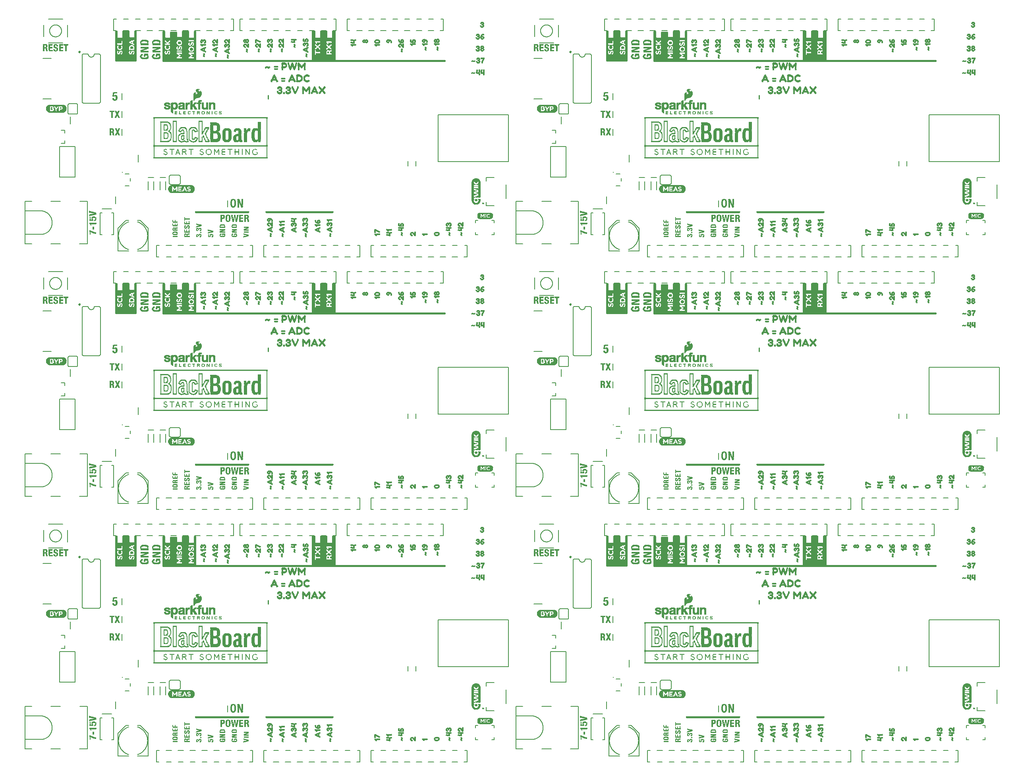
<source format=gto>
G75*
%MOIN*%
%OFA0B0*%
%FSLAX25Y25*%
%IPPOS*%
%LPD*%
%AMOC8*
5,1,8,0,0,1.08239X$1,22.5*
%
%ADD10R,0.00120X0.00126*%
%ADD11R,0.00370X0.00126*%
%ADD12R,0.00510X0.00126*%
%ADD13R,0.00630X0.00126*%
%ADD14R,0.00630X0.00125*%
%ADD15R,0.00750X0.00125*%
%ADD16R,0.01640X0.00125*%
%ADD17R,0.00760X0.00125*%
%ADD18R,0.01130X0.00125*%
%ADD19R,0.04410X0.00126*%
%ADD20R,0.00760X0.00126*%
%ADD21R,0.00880X0.00126*%
%ADD22R,0.02270X0.00126*%
%ADD23R,0.01010X0.00126*%
%ADD24R,0.02890X0.00126*%
%ADD25R,0.01760X0.00126*%
%ADD26R,0.01000X0.00126*%
%ADD27R,0.01130X0.00126*%
%ADD28R,0.03390X0.00126*%
%ADD29R,0.02260X0.00126*%
%ADD30R,0.04410X0.00126*%
%ADD31R,0.01010X0.00126*%
%ADD32R,0.01130X0.00126*%
%ADD33R,0.02270X0.00126*%
%ADD34R,0.03900X0.00126*%
%ADD35R,0.02770X0.00126*%
%ADD36R,0.01250X0.00126*%
%ADD37R,0.01260X0.00126*%
%ADD38R,0.04030X0.00126*%
%ADD39R,0.04020X0.00126*%
%ADD40R,0.03400X0.00126*%
%ADD41R,0.04410X0.00125*%
%ADD42R,0.00880X0.00125*%
%ADD43R,0.04150X0.00125*%
%ADD44R,0.03900X0.00125*%
%ADD45R,0.00750X0.00126*%
%ADD46R,0.04280X0.00126*%
%ADD47R,0.03650X0.00126*%
%ADD48R,0.00630X0.00126*%
%ADD49R,0.00500X0.00126*%
%ADD50R,0.00510X0.00126*%
%ADD51R,0.01140X0.00126*%
%ADD52R,0.01260X0.00126*%
%ADD53R,0.01250X0.00126*%
%ADD54R,0.02900X0.00126*%
%ADD55R,0.00500X0.00126*%
%ADD56R,0.01640X0.00126*%
%ADD57R,0.00500X0.00125*%
%ADD58R,0.00620X0.00125*%
%ADD59R,0.01140X0.00125*%
%ADD60R,0.00620X0.00126*%
%ADD61R,0.01390X0.00126*%
%ADD62R,0.00880X0.00126*%
%ADD63R,0.00750X0.00126*%
%ADD64R,0.00620X0.00126*%
%ADD65R,0.02020X0.00126*%
%ADD66R,0.00250X0.00126*%
%ADD67R,0.02760X0.00126*%
%ADD68R,0.02650X0.00126*%
%ADD69R,0.02760X0.00125*%
%ADD70R,0.03270X0.00125*%
%ADD71R,0.01390X0.00126*%
%ADD72R,0.02140X0.00126*%
%ADD73R,0.02640X0.00126*%
%ADD74R,0.00890X0.00126*%
%ADD75R,0.03640X0.00126*%
%ADD76R,0.01890X0.00126*%
%ADD77R,0.04280X0.00126*%
%ADD78R,0.01640X0.00126*%
%ADD79R,0.02520X0.00126*%
%ADD80R,0.01000X0.00126*%
%ADD81R,0.03520X0.00126*%
%ADD82R,0.02270X0.00126*%
%ADD83R,0.02010X0.00126*%
%ADD84R,0.02140X0.00126*%
%ADD85R,0.01510X0.00126*%
%ADD86R,0.01890X0.00126*%
%ADD87R,0.02020X0.00126*%
%ADD88R,0.03020X0.00126*%
%ADD89R,0.02520X0.00126*%
%ADD90R,0.02390X0.00126*%
%ADD91R,0.02390X0.00126*%
%ADD92R,0.02900X0.00125*%
%ADD93R,0.01760X0.00125*%
%ADD94R,0.02020X0.00125*%
%ADD95R,0.01010X0.00125*%
%ADD96R,0.01260X0.00125*%
%ADD97R,0.02390X0.00125*%
%ADD98R,0.02270X0.00125*%
%ADD99R,0.01890X0.00125*%
%ADD100R,0.03150X0.00126*%
%ADD101R,0.02020X0.00126*%
%ADD102R,0.01380X0.00126*%
%ADD103R,0.03400X0.00126*%
%ADD104R,0.01770X0.00126*%
%ADD105R,0.02390X0.00126*%
%ADD106R,0.02270X0.00126*%
%ADD107R,0.03270X0.00126*%
%ADD108R,0.00130X0.00126*%
%ADD109R,0.02770X0.00125*%
%ADD110R,0.02130X0.00126*%
%ADD111R,0.01000X0.00125*%
%ADD112R,0.02140X0.00125*%
%ADD113R,0.02640X0.00126*%
%ADD114R,0.02140X0.00126*%
%ADD115R,0.03140X0.00126*%
%ADD116R,0.01880X0.00126*%
%ADD117R,0.03770X0.00126*%
%ADD118R,0.01630X0.00126*%
%ADD119R,0.01380X0.00125*%
%ADD120R,0.03270X0.00125*%
%ADD121R,0.04280X0.00125*%
%ADD122R,0.02010X0.00126*%
%ADD123R,0.01770X0.00125*%
%ADD124R,0.00760X0.00126*%
%ADD125R,0.01760X0.00126*%
%ADD126R,0.00380X0.00126*%
%ADD127R,0.03140X0.00126*%
%ADD128R,0.03770X0.00125*%
%ADD129R,0.01640X0.00125*%
%ADD130R,0.03140X0.00126*%
%ADD131R,0.02640X0.00126*%
%ADD132R,0.02640X0.00126*%
%ADD133R,0.04270X0.00126*%
%ADD134R,0.01640X0.00126*%
%ADD135R,0.00380X0.00125*%
%ADD136R,0.01510X0.00126*%
%ADD137R,0.02270X0.00125*%
%ADD138R,0.01390X0.00125*%
%ADD139R,0.02390X0.00126*%
%ADD140R,0.01380X0.00126*%
%ADD141R,0.02520X0.00126*%
%ADD142R,0.03150X0.00125*%
%ADD143R,0.00510X0.00125*%
%ADD144R,0.03650X0.00126*%
%ADD145R,0.01140X0.00126*%
%ADD146R,0.03770X0.00126*%
%ADD147R,0.01880X0.00125*%
%ADD148R,0.02140X0.00125*%
%ADD149R,0.05280X0.00126*%
%ADD150R,0.05540X0.00126*%
%ADD151R,0.04030X0.00126*%
%ADD152R,0.04020X0.00126*%
%ADD153R,0.05790X0.00125*%
%ADD154R,0.03020X0.00125*%
%ADD155R,0.03770X0.00125*%
%ADD156R,0.03780X0.00125*%
%ADD157R,0.05790X0.00126*%
%ADD158R,0.03520X0.00126*%
%ADD159R,0.05790X0.00126*%
%ADD160R,0.03270X0.00126*%
%ADD161R,0.02510X0.00126*%
%ADD162R,0.03270X0.00126*%
%ADD163R,0.02770X0.00126*%
%ADD164R,0.03020X0.00126*%
%ADD165R,0.01500X0.00126*%
%ADD166R,0.01390X0.00126*%
%ADD167R,0.03140X0.00125*%
%ADD168R,0.01500X0.00125*%
%ADD169R,0.01500X0.00126*%
%ADD170R,0.01630X0.00126*%
%ADD171R,0.01630X0.00125*%
%ADD172R,0.01140X0.00126*%
%ADD173R,0.00890X0.00125*%
%ADD174R,0.02770X0.00126*%
%ADD175R,0.03520X0.00126*%
%ADD176R,0.03900X0.00126*%
%ADD177R,0.03020X0.00126*%
%ADD178R,0.03780X0.00126*%
%ADD179R,0.03140X0.00126*%
%ADD180R,0.03650X0.00125*%
%ADD181R,0.03390X0.00125*%
%ADD182R,0.01140X0.00125*%
%ADD183R,0.03140X0.00125*%
%ADD184R,0.02890X0.00126*%
%ADD185R,0.01140X0.00126*%
%ADD186R,0.02130X0.00125*%
%ADD187R,0.01510X0.00125*%
%ADD188R,0.03770X0.00126*%
%ADD189R,0.03390X0.00126*%
%ADD190R,0.03270X0.00126*%
%ADD191R,0.03520X0.00126*%
%ADD192R,0.04400X0.00126*%
%ADD193R,0.04900X0.00125*%
%ADD194R,0.05150X0.00126*%
%ADD195R,0.05030X0.00126*%
%ADD196R,0.04660X0.00126*%
%ADD197R,0.05030X0.00125*%
%ADD198R,0.05030X0.00126*%
%ADD199R,0.04520X0.00126*%
%ADD200R,0.03520X0.00125*%
%ADD201R,0.02890X0.00126*%
%ADD202R,0.44410X0.00126*%
%ADD203R,0.55850X0.00126*%
%ADD204R,0.45150X0.00126*%
%ADD205R,0.56600X0.00126*%
%ADD206R,0.45410X0.00126*%
%ADD207R,0.56850X0.00126*%
%ADD208R,0.45660X0.00125*%
%ADD209R,0.56980X0.00125*%
%ADD210R,0.00120X0.00126*%
%ADD211R,0.45660X0.00126*%
%ADD212R,0.57110X0.00126*%
%ADD213R,0.45660X0.00126*%
%ADD214R,0.57110X0.00126*%
%ADD215R,0.45530X0.00125*%
%ADD216R,0.56850X0.00125*%
%ADD217R,0.56730X0.00126*%
%ADD218R,0.44910X0.00126*%
%ADD219R,0.56230X0.00126*%
%ADD220R,0.02890X0.00125*%
%ADD221R,0.01890X0.00126*%
%ADD222R,0.01890X0.00126*%
%ADD223R,0.02010X0.00125*%
%ADD224R,0.01250X0.00125*%
%ADD225R,0.02260X0.00125*%
%ADD226R,0.02140X0.00126*%
%ADD227R,0.03780X0.00126*%
%ADD228R,0.04650X0.00126*%
%ADD229R,0.05660X0.00126*%
%ADD230R,0.06040X0.00126*%
%ADD231R,0.06170X0.00125*%
%ADD232R,0.06410X0.00126*%
%ADD233R,0.06670X0.00126*%
%ADD234R,0.06790X0.00126*%
%ADD235R,0.06790X0.00126*%
%ADD236R,0.06790X0.00125*%
%ADD237R,0.02130X0.00126*%
%ADD238R,0.02890X0.00125*%
%ADD239R,0.02390X0.00125*%
%ADD240R,0.02510X0.00125*%
%ADD241R,0.03150X0.00126*%
%ADD242R,0.06540X0.00126*%
%ADD243R,0.06290X0.00126*%
%ADD244R,0.06040X0.00125*%
%ADD245R,0.05780X0.00126*%
%ADD246R,0.05540X0.00126*%
%ADD247R,0.04660X0.00125*%
%ADD248R,0.04150X0.00126*%
%ADD249R,0.04150X0.00126*%
%ADD250R,0.02000X0.00166*%
%ADD251R,0.01660X0.00166*%
%ADD252R,0.01340X0.00166*%
%ADD253R,0.00330X0.00166*%
%ADD254R,0.00500X0.00166*%
%ADD255R,0.01330X0.00166*%
%ADD256R,0.00340X0.00166*%
%ADD257R,0.02000X0.00167*%
%ADD258R,0.01660X0.00167*%
%ADD259R,0.00500X0.00167*%
%ADD260R,0.01670X0.00167*%
%ADD261R,0.00670X0.00167*%
%ADD262R,0.01830X0.00167*%
%ADD263R,0.00830X0.00167*%
%ADD264R,0.00660X0.00167*%
%ADD265R,0.00670X0.00166*%
%ADD266R,0.00660X0.00166*%
%ADD267R,0.00830X0.00166*%
%ADD268R,0.00330X0.00167*%
%ADD269R,0.01000X0.00167*%
%ADD270R,0.01000X0.00166*%
%ADD271R,0.01840X0.00167*%
%ADD272R,0.01330X0.00167*%
%ADD273R,0.01500X0.00167*%
%ADD274R,0.01160X0.00167*%
%ADD275R,0.02170X0.00167*%
%ADD276R,0.00840X0.00167*%
%ADD277R,0.02330X0.00167*%
%ADD278R,0.01840X0.00166*%
%ADD279R,0.01830X0.00166*%
%ADD280R,0.01170X0.00166*%
%ADD281R,0.02160X0.00166*%
%ADD282R,0.01500X0.00166*%
%ADD283R,0.01160X0.00166*%
%ADD284R,0.01880X0.00126*%
%ADD285R,0.03010X0.00126*%
%ADD286R,0.02760X0.00126*%
%ADD287R,0.03010X0.00125*%
%ADD288R,0.03770X0.00126*%
%ADD289C,0.01000*%
%ADD290R,0.00125X0.00880*%
%ADD291R,0.00126X0.01510*%
%ADD292R,0.00126X0.01130*%
%ADD293R,0.00126X0.03390*%
%ADD294R,0.00126X0.01380*%
%ADD295R,0.00126X0.03640*%
%ADD296R,0.00126X0.01630*%
%ADD297R,0.00125X0.03640*%
%ADD298R,0.00125X0.01760*%
%ADD299R,0.00126X0.01760*%
%ADD300R,0.00126X0.03640*%
%ADD301R,0.00126X0.01880*%
%ADD302R,0.00126X0.01880*%
%ADD303R,0.00126X0.02390*%
%ADD304R,0.00126X0.01000*%
%ADD305R,0.00125X0.01130*%
%ADD306R,0.00125X0.01010*%
%ADD307R,0.00125X0.01380*%
%ADD308R,0.00126X0.01000*%
%ADD309R,0.00126X0.00880*%
%ADD310R,0.00126X0.01130*%
%ADD311R,0.00126X0.00750*%
%ADD312R,0.00126X0.01010*%
%ADD313R,0.00126X0.00880*%
%ADD314R,0.00125X0.01000*%
%ADD315R,0.00125X0.00760*%
%ADD316R,0.00126X0.00760*%
%ADD317R,0.00126X0.00890*%
%ADD318R,0.00125X0.01140*%
%ADD319R,0.00126X0.01260*%
%ADD320R,0.00126X0.01510*%
%ADD321R,0.00126X0.04530*%
%ADD322R,0.00126X0.04400*%
%ADD323R,0.00125X0.04280*%
%ADD324R,0.00126X0.04280*%
%ADD325R,0.00126X0.04020*%
%ADD326R,0.00126X0.03900*%
%ADD327R,0.00125X0.03780*%
%ADD328R,0.00126X0.03270*%
%ADD329R,0.00126X0.03020*%
%ADD330R,0.00126X0.02260*%
%ADD331R,0.00126X0.00630*%
%ADD332C,0.01500*%
%ADD333C,0.00800*%
%ADD334C,0.00500*%
%ADD335C,0.00300*%
%ADD336C,0.01000*%
%ADD337R,0.95669X0.00236*%
%ADD338R,0.01181X0.00236*%
%ADD339R,0.00945X0.00236*%
%ADD340R,0.03307X0.00236*%
%ADD341R,0.05433X0.00236*%
%ADD342R,0.06614X0.00236*%
%ADD343R,0.07087X0.00236*%
%ADD344R,0.00709X0.00236*%
%ADD345R,0.02362X0.00236*%
%ADD346R,0.07559X0.00236*%
%ADD347R,0.01890X0.00236*%
%ADD348R,0.05197X0.00236*%
%ADD349R,0.01417X0.00236*%
%ADD350R,0.05906X0.00236*%
%ADD351R,0.06850X0.00236*%
%ADD352R,0.07323X0.00236*%
%ADD353R,0.02598X0.00236*%
%ADD354R,0.03071X0.00236*%
%ADD355R,0.07795X0.00236*%
%ADD356R,0.02835X0.00236*%
%ADD357R,0.03780X0.00236*%
%ADD358R,0.04724X0.00236*%
%ADD359R,0.04488X0.00236*%
%ADD360R,0.03543X0.00236*%
%ADD361R,0.01654X0.00236*%
%ADD362R,0.02126X0.00236*%
%ADD363R,0.04252X0.00236*%
%ADD364R,0.05669X0.00236*%
%ADD365R,0.06378X0.00236*%
%ADD366R,0.00472X0.00236*%
%ADD367R,0.08031X0.00236*%
%ADD368R,0.04016X0.00236*%
%ADD369R,0.06142X0.00236*%
%ADD370R,0.08504X0.00236*%
%ADD371R,0.08268X0.00236*%
%ADD372R,0.04961X0.00236*%
%ADD373C,0.00600*%
%ADD374R,0.00079X0.15906*%
%ADD375R,0.00079X0.16772*%
%ADD376R,0.00079X0.17244*%
%ADD377R,0.00079X0.17717*%
%ADD378R,0.00079X0.18031*%
%ADD379R,0.00079X0.18346*%
%ADD380R,0.00079X0.18661*%
%ADD381R,0.00079X0.18898*%
%ADD382R,0.00079X0.19134*%
%ADD383R,0.00079X0.19370*%
%ADD384R,0.00079X0.19528*%
%ADD385R,0.00079X0.19764*%
%ADD386R,0.00079X0.19921*%
%ADD387R,0.00079X0.20079*%
%ADD388R,0.00079X0.20236*%
%ADD389R,0.00079X0.20394*%
%ADD390R,0.00079X0.20551*%
%ADD391R,0.00079X0.20630*%
%ADD392R,0.00079X0.20709*%
%ADD393R,0.00079X0.20866*%
%ADD394R,0.00079X0.02362*%
%ADD395R,0.00079X0.00787*%
%ADD396R,0.00079X0.00197*%
%ADD397R,0.00079X0.01654*%
%ADD398R,0.00079X0.00157*%
%ADD399R,0.00079X0.00315*%
%ADD400R,0.00079X0.01890*%
%ADD401R,0.00079X0.02205*%
%ADD402R,0.00079X0.00630*%
%ADD403R,0.00079X0.00276*%
%ADD404R,0.00079X0.00236*%
%ADD405R,0.00079X0.01575*%
%ADD406R,0.00079X0.02283*%
%ADD407R,0.00079X0.02047*%
%ADD408R,0.00079X0.00472*%
%ADD409R,0.00079X0.01496*%
%ADD410R,0.00079X0.01417*%
%ADD411R,0.00079X0.01969*%
%ADD412R,0.00079X0.01260*%
%ADD413R,0.00079X0.00354*%
%ADD414R,0.00079X0.01102*%
%ADD415R,0.00079X0.02441*%
%ADD416R,0.00039X0.01890*%
%ADD417R,0.00039X0.00157*%
%ADD418R,0.00039X0.00354*%
%ADD419R,0.00039X0.01496*%
%ADD420R,0.00039X0.01417*%
%ADD421R,0.00039X0.00315*%
%ADD422R,0.00039X0.01024*%
%ADD423R,0.00039X0.02441*%
%ADD424R,0.00079X0.01811*%
%ADD425R,0.00079X0.00079*%
%ADD426R,0.00079X0.00433*%
%ADD427R,0.00079X0.01339*%
%ADD428R,0.00079X0.00945*%
%ADD429R,0.00079X0.02520*%
%ADD430R,0.00079X0.00394*%
%ADD431R,0.00079X0.00866*%
%ADD432R,0.00079X0.01732*%
%ADD433R,0.00079X0.02598*%
%ADD434R,0.00079X0.00512*%
%ADD435R,0.00079X0.01181*%
%ADD436R,0.00079X0.00709*%
%ADD437R,0.00079X0.02677*%
%ADD438R,0.00079X0.00591*%
%ADD439R,0.00079X0.00551*%
%ADD440R,0.00079X0.01024*%
%ADD441R,0.00079X0.02717*%
%ADD442R,0.00079X0.03110*%
%ADD443R,0.00079X0.00669*%
%ADD444R,0.00079X0.03307*%
%ADD445R,0.00079X0.03386*%
%ADD446R,0.00079X0.03543*%
%ADD447R,0.00079X0.01457*%
%ADD448R,0.00079X0.00748*%
%ADD449R,0.00079X0.03622*%
%ADD450R,0.00079X0.01614*%
%ADD451R,0.00079X0.00827*%
%ADD452R,0.00079X0.03701*%
%ADD453R,0.00079X0.01693*%
%ADD454R,0.00079X0.03780*%
%ADD455R,0.00079X0.01772*%
%ADD456R,0.00079X0.00906*%
%ADD457R,0.00079X0.00984*%
%ADD458R,0.00079X0.01063*%
%ADD459R,0.00079X0.01142*%
%ADD460R,0.00079X0.01220*%
%ADD461R,0.00079X0.03465*%
%ADD462R,0.00079X0.01299*%
%ADD463R,0.00079X0.01378*%
%ADD464R,0.00079X0.03189*%
%ADD465R,0.00039X0.01732*%
%ADD466R,0.00039X0.01535*%
%ADD467R,0.00039X0.01220*%
%ADD468R,0.00039X0.01457*%
%ADD469R,0.00039X0.00787*%
%ADD470R,0.00039X0.02520*%
%ADD471R,0.00079X0.01535*%
%ADD472R,0.00079X0.12677*%
%ADD473R,0.00079X0.03976*%
%ADD474R,0.00079X0.15394*%
%ADD475R,0.00079X0.03898*%
%ADD476R,0.00079X0.15315*%
%ADD477R,0.00079X0.15236*%
%ADD478R,0.00079X0.03819*%
%ADD479R,0.00079X0.15157*%
%ADD480R,0.00079X0.03740*%
%ADD481R,0.00079X0.15079*%
%ADD482R,0.00079X0.03661*%
%ADD483R,0.00079X0.15000*%
%ADD484R,0.00079X0.03583*%
%ADD485R,0.00079X0.03504*%
%ADD486R,0.00079X0.14843*%
%ADD487R,0.00079X0.03346*%
%ADD488R,0.00079X0.14764*%
%ADD489R,0.00079X0.03268*%
%ADD490R,0.00079X0.14685*%
%ADD491R,0.00079X0.14528*%
%ADD492R,0.00079X0.03031*%
%ADD493R,0.00079X0.14449*%
%ADD494R,0.00079X0.02953*%
%ADD495R,0.00079X0.14291*%
%ADD496R,0.00079X0.02795*%
%ADD497R,0.00079X0.14213*%
%ADD498R,0.00079X0.02638*%
%ADD499R,0.00079X0.14055*%
%ADD500R,0.00079X0.02402*%
%ADD501R,0.00079X0.13819*%
%ADD502R,0.00079X0.02244*%
%ADD503R,0.00079X0.13583*%
%ADD504R,0.00079X0.01929*%
%ADD505R,0.00079X0.13268*%
%ADD506R,0.00079X0.12874*%
%ADD507R,0.01575X0.00394*%
%ADD508R,0.00394X0.00394*%
%ADD509R,0.02362X0.00394*%
%ADD510R,0.01969X0.00394*%
%ADD511R,0.00787X0.00394*%
%ADD512R,0.02756X0.00394*%
%ADD513R,0.03150X0.00394*%
%ADD514R,0.03543X0.00394*%
%ADD515R,0.03937X0.00394*%
%ADD516R,0.04331X0.00394*%
%ADD517R,0.04724X0.00394*%
%ADD518R,0.05512X0.00394*%
%ADD519R,0.05118X0.00394*%
%ADD520R,0.05906X0.00394*%
%ADD521R,0.06299X0.00394*%
%ADD522R,0.10630X0.00394*%
%ADD523R,0.07087X0.00394*%
%ADD524R,0.11024X0.00394*%
%ADD525R,0.07480X0.00394*%
%ADD526R,0.08268X0.00394*%
%ADD527R,0.09055X0.00394*%
%ADD528R,0.06693X0.00394*%
%ADD529R,0.09843X0.00394*%
%ADD530R,0.01181X0.00394*%
%ADD531R,0.00197X0.00197*%
%ADD532R,0.00197X0.00394*%
%ADD533R,0.00157X0.00866*%
%ADD534R,0.00157X0.01063*%
%ADD535R,0.00157X0.01575*%
%ADD536R,0.00197X0.01063*%
%ADD537R,0.00197X0.01220*%
%ADD538R,0.00197X0.01929*%
%ADD539R,0.00157X0.01260*%
%ADD540R,0.00157X0.01378*%
%ADD541R,0.00157X0.02126*%
%ADD542R,0.00197X0.01417*%
%ADD543R,0.00197X0.01575*%
%ADD544R,0.00197X0.02283*%
%ADD545R,0.00157X0.01772*%
%ADD546R,0.00157X0.02480*%
%ADD547R,0.00197X0.01732*%
%ADD548R,0.00197X0.02480*%
%ADD549R,0.00157X0.01929*%
%ADD550R,0.00197X0.02126*%
%ADD551R,0.00197X0.01457*%
%ADD552R,0.00157X0.02283*%
%ADD553R,0.00157X0.02677*%
%ADD554R,0.00157X0.01220*%
%ADD555R,0.00157X0.02874*%
%ADD556R,0.00197X0.03031*%
%ADD557R,0.00157X0.03189*%
%ADD558R,0.00197X0.03543*%
%ADD559R,0.00197X0.03189*%
%ADD560R,0.00157X0.03543*%
%ADD561R,0.00157X0.01417*%
%ADD562R,0.00197X0.03858*%
%ADD563R,0.00197X0.01260*%
%ADD564R,0.00157X0.03858*%
%ADD565R,0.00197X0.04252*%
%ADD566R,0.00157X0.04252*%
%ADD567R,0.00197X0.02992*%
%ADD568R,0.00157X0.02835*%
%ADD569R,0.00157X0.01102*%
%ADD570R,0.00157X0.02165*%
%ADD571R,0.00197X0.00866*%
%ADD572R,0.00197X0.00906*%
%ADD573R,0.00157X0.00551*%
%ADD574R,0.00197X0.00354*%
%ADD575R,0.00197X0.00315*%
%ADD576R,0.00157X0.00709*%
%ADD577R,0.00157X0.00197*%
%ADD578R,0.00197X0.00709*%
%ADD579R,0.00157X0.02992*%
%ADD580R,0.00197X0.03150*%
%ADD581R,0.00157X0.03346*%
%ADD582R,0.00197X0.00669*%
%ADD583R,0.00157X0.02638*%
%ADD584R,0.00197X0.02795*%
%ADD585R,0.00197X0.02874*%
%ADD586R,0.00157X0.01457*%
%ADD587R,0.00197X0.01378*%
%ADD588R,0.00157X0.00512*%
%ADD589R,0.00157X0.00354*%
%ADD590R,0.00197X0.01772*%
%ADD591R,0.00157X0.01732*%
%ADD592R,0.00157X0.01811*%
%ADD593R,0.00197X0.03346*%
%ADD594R,0.00197X0.01969*%
%ADD595R,0.00157X0.03150*%
%ADD596R,0.00157X0.01969*%
%ADD597R,0.00197X0.03740*%
%ADD598R,0.00157X0.03740*%
%ADD599R,0.00157X0.03031*%
%ADD600R,0.00157X0.00906*%
%ADD601R,0.00157X0.00748*%
%ADD602R,0.00157X0.03228*%
%ADD603R,0.00157X0.03386*%
%ADD604R,0.00197X0.03228*%
%ADD605R,0.00197X0.02835*%
%ADD606R,0.00197X0.03386*%
%ADD607R,0.00197X0.02677*%
%ADD608R,0.00157X0.01614*%
%ADD609R,0.00197X0.01102*%
%ADD610R,0.00197X0.01614*%
%ADD611R,0.00157X0.02323*%
%ADD612R,0.00197X0.02323*%
%ADD613R,0.00157X0.03701*%
%ADD614R,0.00197X0.03701*%
%ADD615R,0.00157X0.04055*%
%ADD616R,0.00197X0.04055*%
%ADD617R,0.00157X0.04449*%
%ADD618R,0.00157X0.01024*%
%ADD619R,0.00197X0.01024*%
%ADD620R,0.00157X0.02795*%
%ADD621R,0.00197X0.02638*%
%ADD622R,0.00157X0.04409*%
%ADD623R,0.00157X0.03504*%
%ADD624R,0.00197X0.03504*%
%ADD625R,0.00197X0.00157*%
%ADD626R,0.00157X0.02441*%
%ADD627R,0.00157X0.00157*%
%ADD628R,0.00197X0.00512*%
%ADD629R,0.00157X0.00669*%
%ADD630R,0.00157X0.02087*%
%ADD631R,0.00197X0.03898*%
%ADD632R,0.00157X0.19331*%
%ADD633R,0.00197X0.19331*%
%ADD634R,0.00197X0.10276*%
%ADD635R,0.00197X0.00551*%
%ADD636R,0.00157X0.00315*%
%ADD637R,0.00197X0.00748*%
%ADD638R,0.00197X0.02165*%
%ADD639R,0.00197X0.09409*%
%ADD640R,0.00197X0.04803*%
%ADD641R,0.00157X0.02520*%
%ADD642R,0.00157X0.00394*%
%ADD643R,0.00197X0.02087*%
%ADD644R,0.00157X0.15748*%
%ADD645R,0.00197X0.15748*%
%ADD646R,0.00197X0.04409*%
%ADD647R,0.00197X0.02441*%
%ADD648R,0.00236X0.00236*%
%ADD649R,0.17480X0.00157*%
%ADD650R,0.18425X0.00157*%
%ADD651R,0.19055X0.00157*%
%ADD652R,0.19685X0.00157*%
%ADD653R,0.20000X0.00157*%
%ADD654R,0.20315X0.00157*%
%ADD655R,0.20630X0.00157*%
%ADD656R,0.16378X0.00157*%
%ADD657R,0.03780X0.00157*%
%ADD658R,0.02992X0.00157*%
%ADD659R,0.02677X0.00157*%
%ADD660R,0.00630X0.00157*%
%ADD661R,0.02047X0.00157*%
%ADD662R,0.02520X0.00157*%
%ADD663R,0.03465X0.00157*%
%ADD664R,0.02835X0.00157*%
%ADD665R,0.02362X0.00157*%
%ADD666R,0.00472X0.00157*%
%ADD667R,0.01890X0.00157*%
%ADD668R,0.03150X0.00157*%
%ADD669R,0.01732X0.00157*%
%ADD670R,0.01575X0.00157*%
%ADD671R,0.03307X0.00157*%
%ADD672R,0.01417X0.00157*%
%ADD673R,0.01102X0.00157*%
%ADD674R,0.00945X0.00157*%
%ADD675R,0.03622X0.00157*%
%ADD676R,0.05197X0.00157*%
%ADD677R,0.00787X0.00157*%
%ADD678R,0.01260X0.00157*%
%ADD679R,0.05039X0.00157*%
%ADD680R,0.04724X0.00157*%
%ADD681R,0.04094X0.00157*%
%ADD682R,0.00315X0.00157*%
%ADD683R,0.02205X0.00157*%
%ADD684R,0.00157X0.15079*%
%ADD685R,0.00197X0.15079*%
%ADD686R,0.00197X0.06378*%
%ADD687R,0.00197X0.05000*%
%ADD688R,0.00157X0.15433*%
%ADD689R,0.00197X0.15433*%
%ADD690R,0.00197X0.06929*%
%ADD691R,0.00157X0.04094*%
%ADD692R,0.00197X0.04094*%
%ADD693R,0.00157X0.16457*%
%ADD694R,0.00197X0.16457*%
%ADD695R,0.00197X0.12402*%
%ADD696R,0.00157X0.03898*%
%ADD697R,0.00197X0.01811*%
%ADD698R,0.00197X0.02520*%
%ADD699R,0.01063X0.00197*%
%ADD700R,0.02480X0.00197*%
%ADD701R,0.01929X0.00157*%
%ADD702R,0.03228X0.00157*%
%ADD703R,0.03543X0.00197*%
%ADD704R,0.02638X0.00157*%
%ADD705R,0.03543X0.00157*%
%ADD706R,0.02992X0.00197*%
%ADD707R,0.03386X0.00157*%
%ADD708R,0.03346X0.00197*%
%ADD709R,0.03228X0.00197*%
%ADD710R,0.01220X0.00157*%
%ADD711R,0.00866X0.00197*%
%ADD712R,0.01220X0.00197*%
%ADD713R,0.01260X0.00197*%
%ADD714R,0.00709X0.00157*%
%ADD715R,0.02087X0.00197*%
%ADD716R,0.02126X0.00157*%
%ADD717R,0.01929X0.00197*%
%ADD718R,0.01417X0.00197*%
%ADD719R,0.00512X0.00157*%
%ADD720R,0.00354X0.00157*%
%ADD721R,0.02126X0.00197*%
%ADD722R,0.01378X0.00197*%
%ADD723R,0.02087X0.00157*%
%ADD724R,0.00866X0.00157*%
%ADD725R,0.01457X0.00197*%
%ADD726R,0.01772X0.00157*%
%ADD727R,0.01024X0.00157*%
%ADD728R,0.00709X0.00197*%
%ADD729R,0.03346X0.00157*%
%ADD730R,0.02795X0.00197*%
%ADD731R,0.02480X0.00157*%
%ADD732R,0.01772X0.00197*%
%ADD733R,0.00906X0.00197*%
%ADD734R,0.00669X0.00157*%
%ADD735R,0.00354X0.00197*%
%ADD736R,0.00906X0.00157*%
%ADD737R,0.01063X0.00157*%
%ADD738R,0.03386X0.00197*%
%ADD739R,0.03150X0.00197*%
%ADD740R,0.03189X0.00197*%
%ADD741R,0.03031X0.00157*%
%ADD742R,0.00512X0.00197*%
%ADD743R,0.02323X0.00197*%
%ADD744R,0.02323X0.00157*%
%ADD745R,0.00551X0.00197*%
%ADD746R,0.02283X0.00197*%
%ADD747R,0.02441X0.00157*%
%ADD748R,0.02677X0.00197*%
%ADD749R,0.02874X0.00157*%
%ADD750R,0.03031X0.00197*%
%ADD751R,0.03189X0.00157*%
%ADD752R,0.01575X0.00197*%
%ADD753R,0.00551X0.00157*%
%ADD754R,0.01969X0.00157*%
%ADD755R,0.02795X0.00157*%
%ADD756R,0.07874X0.00394*%
%ADD757R,0.08661X0.00394*%
%ADD758R,0.09449X0.00394*%
%ADD759R,0.09449X0.00157*%
%ADD760R,0.10197X0.00118*%
%ADD761R,0.10709X0.00118*%
%ADD762R,0.11220X0.00118*%
%ADD763R,0.11457X0.00118*%
%ADD764R,0.11693X0.00157*%
%ADD765R,0.11969X0.00118*%
%ADD766R,0.08819X0.00118*%
%ADD767R,0.03031X0.00118*%
%ADD768R,0.02402X0.00118*%
%ADD769R,0.02126X0.00118*%
%ADD770R,0.00512X0.00118*%
%ADD771R,0.01417X0.00118*%
%ADD772R,0.02756X0.00118*%
%ADD773R,0.01890X0.00118*%
%ADD774R,0.00354X0.00118*%
%ADD775R,0.01142X0.00118*%
%ADD776R,0.02520X0.00118*%
%ADD777R,0.01654X0.00157*%
%ADD778R,0.01496X0.00118*%
%ADD779R,0.00787X0.00118*%
%ADD780R,0.02638X0.00118*%
%ADD781R,0.01378X0.00118*%
%ADD782R,0.00630X0.00118*%
%ADD783R,0.00866X0.00118*%
%ADD784R,0.00748X0.00118*%
%ADD785R,0.02756X0.00157*%
%ADD786R,0.00748X0.00157*%
%ADD787R,0.00394X0.00157*%
%ADD788R,0.00394X0.00118*%
%ADD789R,0.04567X0.00118*%
%ADD790R,0.04685X0.00118*%
%ADD791R,0.00118X0.00118*%
%ADD792R,0.00118X0.00157*%
%ADD793R,0.00236X0.00157*%
%ADD794R,0.00276X0.00157*%
%ADD795R,0.04685X0.00157*%
%ADD796R,0.00276X0.00118*%
%ADD797R,0.00472X0.00118*%
%ADD798R,0.04567X0.00157*%
%ADD799R,0.01102X0.00118*%
%ADD800R,0.02008X0.00118*%
%ADD801R,0.02008X0.00157*%
%ADD802R,0.02402X0.00157*%
%ADD803R,0.01024X0.00118*%
%ADD804R,0.02283X0.00118*%
%ADD805R,0.01654X0.00118*%
%ADD806R,0.02795X0.00118*%
%ADD807R,0.12441X0.00157*%
%ADD808R,0.13386X0.00157*%
%ADD809R,0.14016X0.00157*%
%ADD810R,0.14646X0.00157*%
%ADD811R,0.14961X0.00157*%
%ADD812R,0.15276X0.00157*%
%ADD813R,0.15591X0.00157*%
%ADD814R,0.06614X0.00157*%
%ADD815R,0.03937X0.00157*%
%ADD816R,0.04252X0.00157*%
%ADD817R,0.04882X0.00157*%
D10*
X0281733Y0130433D03*
X0281733Y0342433D03*
X0281733Y0554433D03*
X0693733Y0554433D03*
X0693733Y0342433D03*
X0693733Y0130433D03*
D11*
X0657258Y0130559D03*
X0647068Y0140496D03*
X0657258Y0342559D03*
X0647068Y0352496D03*
X0657258Y0554559D03*
X0647068Y0564496D03*
X0245258Y0554559D03*
X0235068Y0564496D03*
X0235068Y0352496D03*
X0245258Y0342559D03*
X0235068Y0140496D03*
X0245258Y0130559D03*
D12*
X0245068Y0138232D03*
X0253748Y0131439D03*
X0255258Y0130559D03*
X0271988Y0139364D03*
X0255258Y0342559D03*
X0253748Y0343439D03*
X0245068Y0350232D03*
X0271988Y0351364D03*
X0255258Y0554559D03*
X0253748Y0555439D03*
X0245068Y0562232D03*
X0271988Y0563364D03*
X0657068Y0562232D03*
X0665748Y0555439D03*
X0667258Y0554559D03*
X0683988Y0563364D03*
X0683988Y0351364D03*
X0667258Y0342559D03*
X0665748Y0343439D03*
X0657068Y0350232D03*
X0683988Y0139364D03*
X0667258Y0130559D03*
X0665748Y0131439D03*
X0657068Y0138232D03*
D13*
X0654238Y0137100D03*
X0654238Y0132068D03*
X0654238Y0131691D03*
X0654368Y0131439D03*
X0658008Y0131439D03*
X0664298Y0131439D03*
X0664298Y0131691D03*
X0664298Y0131817D03*
X0664298Y0132068D03*
X0664298Y0132320D03*
X0664298Y0132571D03*
X0664298Y0132823D03*
X0664298Y0132949D03*
X0665688Y0132068D03*
X0667948Y0132068D03*
X0673988Y0132068D03*
X0673988Y0132320D03*
X0676128Y0132320D03*
X0676128Y0132571D03*
X0677888Y0132320D03*
X0677888Y0132068D03*
X0683928Y0132068D03*
X0683928Y0132320D03*
X0686058Y0132320D03*
X0686058Y0132571D03*
X0684048Y0139238D03*
X0684048Y0139741D03*
X0684048Y0139867D03*
X0684048Y0139993D03*
X0687698Y0139993D03*
X0687698Y0139867D03*
X0677888Y0139741D03*
X0677758Y0139867D03*
X0677758Y0139993D03*
X0677888Y0139364D03*
X0677888Y0139238D03*
X0674108Y0139238D03*
X0674108Y0139364D03*
X0674108Y0139741D03*
X0674108Y0139867D03*
X0674108Y0139993D03*
X0693988Y0130559D03*
X0648078Y0133452D03*
X0646188Y0132320D03*
X0646188Y0132068D03*
X0646188Y0131817D03*
X0646188Y0131691D03*
X0644298Y0131691D03*
X0644298Y0131817D03*
X0644298Y0132068D03*
X0644298Y0132320D03*
X0644298Y0135339D03*
X0644298Y0135716D03*
X0644298Y0135842D03*
X0644298Y0136093D03*
X0644298Y0136345D03*
X0644298Y0136471D03*
X0644298Y0136848D03*
X0646058Y0136471D03*
X0646058Y0136345D03*
X0646058Y0136093D03*
X0646058Y0135842D03*
X0646058Y0135716D03*
X0646058Y0135339D03*
X0644298Y0138735D03*
X0644178Y0138861D03*
X0644178Y0139238D03*
X0644298Y0139364D03*
X0644298Y0142257D03*
X0644298Y0142634D03*
X0644298Y0142760D03*
X0644298Y0142886D03*
X0644298Y0143263D03*
X0644298Y0143389D03*
X0644298Y0144521D03*
X0644298Y0144773D03*
X0644298Y0145024D03*
X0644298Y0145150D03*
X0644298Y0146534D03*
X0644298Y0146785D03*
X0644298Y0146911D03*
X0646058Y0143389D03*
X0646058Y0143263D03*
X0646058Y0142886D03*
X0646058Y0142760D03*
X0646058Y0142634D03*
X0646058Y0142257D03*
X0648078Y0139364D03*
X0648078Y0139238D03*
X0648078Y0138861D03*
X0648078Y0138735D03*
X0637919Y0140438D03*
X0637919Y0140564D03*
X0637919Y0140941D03*
X0637919Y0141067D03*
X0637919Y0141193D03*
X0637919Y0141570D03*
X0637919Y0141696D03*
X0636159Y0141696D03*
X0636159Y0141570D03*
X0636159Y0141193D03*
X0636159Y0141067D03*
X0636159Y0140941D03*
X0636159Y0140564D03*
X0636159Y0140438D03*
X0634399Y0140438D03*
X0634399Y0140564D03*
X0634399Y0140941D03*
X0634399Y0141067D03*
X0634399Y0141193D03*
X0634399Y0141570D03*
X0634399Y0141696D03*
X0634399Y0143834D03*
X0634399Y0143960D03*
X0634399Y0144086D03*
X0634399Y0144463D03*
X0634399Y0144589D03*
X0634399Y0144841D03*
X0636159Y0144841D03*
X0636159Y0144589D03*
X0636159Y0144463D03*
X0636159Y0144086D03*
X0636159Y0143960D03*
X0636159Y0143834D03*
X0634399Y0137545D03*
X0634399Y0137168D03*
X0634399Y0137042D03*
X0634399Y0136916D03*
X0634399Y0134023D03*
X0634269Y0133646D03*
X0638049Y0133646D03*
X0638049Y0133520D03*
X0638049Y0134023D03*
X0566558Y0145773D03*
X0566558Y0146024D03*
X0634269Y0345646D03*
X0634399Y0346023D03*
X0634399Y0348916D03*
X0634399Y0349042D03*
X0634399Y0349168D03*
X0634399Y0349545D03*
X0634399Y0352438D03*
X0634399Y0352564D03*
X0634399Y0352941D03*
X0634399Y0353067D03*
X0634399Y0353193D03*
X0634399Y0353570D03*
X0634399Y0353696D03*
X0636159Y0353696D03*
X0636159Y0353570D03*
X0636159Y0353193D03*
X0636159Y0353067D03*
X0636159Y0352941D03*
X0636159Y0352564D03*
X0636159Y0352438D03*
X0637919Y0352438D03*
X0637919Y0352564D03*
X0637919Y0352941D03*
X0637919Y0353067D03*
X0637919Y0353193D03*
X0637919Y0353570D03*
X0637919Y0353696D03*
X0636159Y0355834D03*
X0636159Y0355960D03*
X0636159Y0356086D03*
X0636159Y0356463D03*
X0636159Y0356589D03*
X0636159Y0356841D03*
X0634399Y0356841D03*
X0634399Y0356589D03*
X0634399Y0356463D03*
X0634399Y0356086D03*
X0634399Y0355960D03*
X0634399Y0355834D03*
X0644298Y0355389D03*
X0644298Y0355263D03*
X0644298Y0354886D03*
X0644298Y0354760D03*
X0644298Y0354634D03*
X0644298Y0354257D03*
X0646058Y0354257D03*
X0646058Y0354634D03*
X0646058Y0354760D03*
X0646058Y0354886D03*
X0646058Y0355263D03*
X0646058Y0355389D03*
X0644298Y0356521D03*
X0644298Y0356773D03*
X0644298Y0357024D03*
X0644298Y0357150D03*
X0644298Y0358534D03*
X0644298Y0358785D03*
X0644298Y0358911D03*
X0644298Y0351364D03*
X0644178Y0351238D03*
X0644178Y0350861D03*
X0644298Y0350735D03*
X0644298Y0348848D03*
X0644298Y0348471D03*
X0644298Y0348345D03*
X0644298Y0348093D03*
X0644298Y0347842D03*
X0644298Y0347716D03*
X0644298Y0347339D03*
X0646058Y0347339D03*
X0646058Y0347716D03*
X0646058Y0347842D03*
X0646058Y0348093D03*
X0646058Y0348345D03*
X0646058Y0348471D03*
X0648078Y0350735D03*
X0648078Y0350861D03*
X0648078Y0351238D03*
X0648078Y0351364D03*
X0648078Y0345452D03*
X0646188Y0344320D03*
X0646188Y0344068D03*
X0646188Y0343817D03*
X0646188Y0343691D03*
X0644298Y0343691D03*
X0644298Y0343817D03*
X0644298Y0344068D03*
X0644298Y0344320D03*
X0638049Y0345520D03*
X0638049Y0345646D03*
X0638049Y0346023D03*
X0654238Y0344068D03*
X0654238Y0343691D03*
X0654368Y0343439D03*
X0658008Y0343439D03*
X0664298Y0343439D03*
X0664298Y0343691D03*
X0664298Y0343817D03*
X0664298Y0344068D03*
X0664298Y0344320D03*
X0664298Y0344571D03*
X0664298Y0344823D03*
X0664298Y0344949D03*
X0665688Y0344068D03*
X0667948Y0344068D03*
X0673988Y0344068D03*
X0673988Y0344320D03*
X0676128Y0344320D03*
X0676128Y0344571D03*
X0677888Y0344320D03*
X0677888Y0344068D03*
X0683928Y0344068D03*
X0683928Y0344320D03*
X0686058Y0344320D03*
X0686058Y0344571D03*
X0684048Y0351238D03*
X0684048Y0351741D03*
X0684048Y0351867D03*
X0684048Y0351993D03*
X0687698Y0351993D03*
X0687698Y0351867D03*
X0677888Y0351741D03*
X0677758Y0351867D03*
X0677758Y0351993D03*
X0677888Y0351364D03*
X0677888Y0351238D03*
X0674108Y0351238D03*
X0674108Y0351364D03*
X0674108Y0351741D03*
X0674108Y0351867D03*
X0674108Y0351993D03*
X0654238Y0349100D03*
X0693988Y0342559D03*
X0566558Y0357773D03*
X0566558Y0358024D03*
X0693988Y0554559D03*
X0686058Y0556320D03*
X0686058Y0556571D03*
X0683928Y0556320D03*
X0683928Y0556068D03*
X0677888Y0556068D03*
X0677888Y0556320D03*
X0676128Y0556320D03*
X0676128Y0556571D03*
X0673988Y0556320D03*
X0673988Y0556068D03*
X0667948Y0556068D03*
X0665688Y0556068D03*
X0664298Y0556068D03*
X0664298Y0555817D03*
X0664298Y0555691D03*
X0664298Y0555439D03*
X0664298Y0556320D03*
X0664298Y0556571D03*
X0664298Y0556823D03*
X0664298Y0556949D03*
X0658008Y0555439D03*
X0654368Y0555439D03*
X0654238Y0555691D03*
X0654238Y0556068D03*
X0654238Y0561100D03*
X0648078Y0562735D03*
X0648078Y0562861D03*
X0648078Y0563238D03*
X0648078Y0563364D03*
X0646058Y0560471D03*
X0646058Y0560345D03*
X0646058Y0560093D03*
X0646058Y0559842D03*
X0646058Y0559716D03*
X0646058Y0559339D03*
X0644298Y0559339D03*
X0644298Y0559716D03*
X0644298Y0559842D03*
X0644298Y0560093D03*
X0644298Y0560345D03*
X0644298Y0560471D03*
X0644298Y0560848D03*
X0644298Y0562735D03*
X0644178Y0562861D03*
X0644178Y0563238D03*
X0644298Y0563364D03*
X0644298Y0566257D03*
X0644298Y0566634D03*
X0644298Y0566760D03*
X0644298Y0566886D03*
X0644298Y0567263D03*
X0644298Y0567389D03*
X0644298Y0568521D03*
X0644298Y0568773D03*
X0644298Y0569024D03*
X0644298Y0569150D03*
X0644298Y0570534D03*
X0644298Y0570785D03*
X0644298Y0570911D03*
X0646058Y0567389D03*
X0646058Y0567263D03*
X0646058Y0566886D03*
X0646058Y0566760D03*
X0646058Y0566634D03*
X0646058Y0566257D03*
X0637919Y0565696D03*
X0637919Y0565570D03*
X0637919Y0565193D03*
X0637919Y0565067D03*
X0637919Y0564941D03*
X0637919Y0564564D03*
X0637919Y0564438D03*
X0636159Y0564438D03*
X0636159Y0564564D03*
X0636159Y0564941D03*
X0636159Y0565067D03*
X0636159Y0565193D03*
X0636159Y0565570D03*
X0636159Y0565696D03*
X0634399Y0565696D03*
X0634399Y0565570D03*
X0634399Y0565193D03*
X0634399Y0565067D03*
X0634399Y0564941D03*
X0634399Y0564564D03*
X0634399Y0564438D03*
X0634399Y0561545D03*
X0634399Y0561168D03*
X0634399Y0561042D03*
X0634399Y0560916D03*
X0634399Y0558023D03*
X0634269Y0557646D03*
X0638049Y0557646D03*
X0638049Y0557520D03*
X0638049Y0558023D03*
X0644298Y0556320D03*
X0644298Y0556068D03*
X0644298Y0555817D03*
X0644298Y0555691D03*
X0646188Y0555691D03*
X0646188Y0555817D03*
X0646188Y0556068D03*
X0646188Y0556320D03*
X0648078Y0557452D03*
X0636159Y0567834D03*
X0636159Y0567960D03*
X0636159Y0568086D03*
X0636159Y0568463D03*
X0636159Y0568589D03*
X0636159Y0568841D03*
X0634399Y0568841D03*
X0634399Y0568589D03*
X0634399Y0568463D03*
X0634399Y0568086D03*
X0634399Y0567960D03*
X0634399Y0567834D03*
X0674108Y0563993D03*
X0674108Y0563867D03*
X0674108Y0563741D03*
X0674108Y0563364D03*
X0674108Y0563238D03*
X0677758Y0563867D03*
X0677758Y0563993D03*
X0677888Y0563741D03*
X0677888Y0563364D03*
X0677888Y0563238D03*
X0684048Y0563238D03*
X0684048Y0563741D03*
X0684048Y0563867D03*
X0684048Y0563993D03*
X0687698Y0563993D03*
X0687698Y0563867D03*
X0566558Y0569773D03*
X0566558Y0570024D03*
X0281988Y0554559D03*
X0274058Y0556320D03*
X0274058Y0556571D03*
X0271928Y0556320D03*
X0271928Y0556068D03*
X0265888Y0556068D03*
X0265888Y0556320D03*
X0264128Y0556320D03*
X0264128Y0556571D03*
X0261988Y0556320D03*
X0261988Y0556068D03*
X0255948Y0556068D03*
X0253688Y0556068D03*
X0252298Y0556068D03*
X0252298Y0555817D03*
X0252298Y0555691D03*
X0252298Y0555439D03*
X0252298Y0556320D03*
X0252298Y0556571D03*
X0252298Y0556823D03*
X0252298Y0556949D03*
X0246008Y0555439D03*
X0242368Y0555439D03*
X0242238Y0555691D03*
X0242238Y0556068D03*
X0242238Y0561100D03*
X0236078Y0562735D03*
X0236078Y0562861D03*
X0236078Y0563238D03*
X0236078Y0563364D03*
X0234058Y0560471D03*
X0234058Y0560345D03*
X0234058Y0560093D03*
X0234058Y0559842D03*
X0234058Y0559716D03*
X0234058Y0559339D03*
X0232298Y0559339D03*
X0232298Y0559716D03*
X0232298Y0559842D03*
X0232298Y0560093D03*
X0232298Y0560345D03*
X0232298Y0560471D03*
X0232298Y0560848D03*
X0232298Y0562735D03*
X0232178Y0562861D03*
X0232178Y0563238D03*
X0232298Y0563364D03*
X0232298Y0566257D03*
X0232298Y0566634D03*
X0232298Y0566760D03*
X0232298Y0566886D03*
X0232298Y0567263D03*
X0232298Y0567389D03*
X0232298Y0568521D03*
X0232298Y0568773D03*
X0232298Y0569024D03*
X0232298Y0569150D03*
X0232298Y0570534D03*
X0232298Y0570785D03*
X0232298Y0570911D03*
X0234058Y0567389D03*
X0234058Y0567263D03*
X0234058Y0566886D03*
X0234058Y0566760D03*
X0234058Y0566634D03*
X0234058Y0566257D03*
X0225919Y0565696D03*
X0225919Y0565570D03*
X0225919Y0565193D03*
X0225919Y0565067D03*
X0225919Y0564941D03*
X0225919Y0564564D03*
X0225919Y0564438D03*
X0224159Y0564438D03*
X0224159Y0564564D03*
X0224159Y0564941D03*
X0224159Y0565067D03*
X0224159Y0565193D03*
X0224159Y0565570D03*
X0224159Y0565696D03*
X0222399Y0565696D03*
X0222399Y0565570D03*
X0222399Y0565193D03*
X0222399Y0565067D03*
X0222399Y0564941D03*
X0222399Y0564564D03*
X0222399Y0564438D03*
X0222399Y0561545D03*
X0222399Y0561168D03*
X0222399Y0561042D03*
X0222399Y0560916D03*
X0222399Y0558023D03*
X0222269Y0557646D03*
X0226049Y0557646D03*
X0226049Y0557520D03*
X0226049Y0558023D03*
X0232298Y0556320D03*
X0232298Y0556068D03*
X0232298Y0555817D03*
X0232298Y0555691D03*
X0234188Y0555691D03*
X0234188Y0555817D03*
X0234188Y0556068D03*
X0234188Y0556320D03*
X0236078Y0557452D03*
X0224159Y0567834D03*
X0224159Y0567960D03*
X0224159Y0568086D03*
X0224159Y0568463D03*
X0224159Y0568589D03*
X0224159Y0568841D03*
X0222399Y0568841D03*
X0222399Y0568589D03*
X0222399Y0568463D03*
X0222399Y0568086D03*
X0222399Y0567960D03*
X0222399Y0567834D03*
X0262108Y0563993D03*
X0262108Y0563867D03*
X0262108Y0563741D03*
X0262108Y0563364D03*
X0262108Y0563238D03*
X0265758Y0563867D03*
X0265758Y0563993D03*
X0265888Y0563741D03*
X0265888Y0563364D03*
X0265888Y0563238D03*
X0272048Y0563238D03*
X0272048Y0563741D03*
X0272048Y0563867D03*
X0272048Y0563993D03*
X0275698Y0563993D03*
X0275698Y0563867D03*
X0154558Y0569773D03*
X0154558Y0570024D03*
X0154558Y0358024D03*
X0154558Y0357773D03*
X0222399Y0356841D03*
X0222399Y0356589D03*
X0222399Y0356463D03*
X0222399Y0356086D03*
X0222399Y0355960D03*
X0222399Y0355834D03*
X0224159Y0355834D03*
X0224159Y0355960D03*
X0224159Y0356086D03*
X0224159Y0356463D03*
X0224159Y0356589D03*
X0224159Y0356841D03*
X0224159Y0353696D03*
X0224159Y0353570D03*
X0224159Y0353193D03*
X0224159Y0353067D03*
X0224159Y0352941D03*
X0224159Y0352564D03*
X0224159Y0352438D03*
X0222399Y0352438D03*
X0222399Y0352564D03*
X0222399Y0352941D03*
X0222399Y0353067D03*
X0222399Y0353193D03*
X0222399Y0353570D03*
X0222399Y0353696D03*
X0225919Y0353696D03*
X0225919Y0353570D03*
X0225919Y0353193D03*
X0225919Y0353067D03*
X0225919Y0352941D03*
X0225919Y0352564D03*
X0225919Y0352438D03*
X0222399Y0349545D03*
X0222399Y0349168D03*
X0222399Y0349042D03*
X0222399Y0348916D03*
X0222399Y0346023D03*
X0222269Y0345646D03*
X0226049Y0345646D03*
X0226049Y0345520D03*
X0226049Y0346023D03*
X0232298Y0347339D03*
X0232298Y0347716D03*
X0232298Y0347842D03*
X0232298Y0348093D03*
X0232298Y0348345D03*
X0232298Y0348471D03*
X0232298Y0348848D03*
X0234058Y0348471D03*
X0234058Y0348345D03*
X0234058Y0348093D03*
X0234058Y0347842D03*
X0234058Y0347716D03*
X0234058Y0347339D03*
X0236078Y0345452D03*
X0234188Y0344320D03*
X0234188Y0344068D03*
X0234188Y0343817D03*
X0234188Y0343691D03*
X0232298Y0343691D03*
X0232298Y0343817D03*
X0232298Y0344068D03*
X0232298Y0344320D03*
X0232298Y0350735D03*
X0232178Y0350861D03*
X0232178Y0351238D03*
X0232298Y0351364D03*
X0232298Y0354257D03*
X0232298Y0354634D03*
X0232298Y0354760D03*
X0232298Y0354886D03*
X0232298Y0355263D03*
X0232298Y0355389D03*
X0232298Y0356521D03*
X0232298Y0356773D03*
X0232298Y0357024D03*
X0232298Y0357150D03*
X0232298Y0358534D03*
X0232298Y0358785D03*
X0232298Y0358911D03*
X0234058Y0355389D03*
X0234058Y0355263D03*
X0234058Y0354886D03*
X0234058Y0354760D03*
X0234058Y0354634D03*
X0234058Y0354257D03*
X0236078Y0351364D03*
X0236078Y0351238D03*
X0236078Y0350861D03*
X0236078Y0350735D03*
X0242238Y0349100D03*
X0242238Y0344068D03*
X0242238Y0343691D03*
X0242368Y0343439D03*
X0246008Y0343439D03*
X0252298Y0343439D03*
X0252298Y0343691D03*
X0252298Y0343817D03*
X0252298Y0344068D03*
X0252298Y0344320D03*
X0252298Y0344571D03*
X0252298Y0344823D03*
X0252298Y0344949D03*
X0253688Y0344068D03*
X0255948Y0344068D03*
X0261988Y0344068D03*
X0261988Y0344320D03*
X0264128Y0344320D03*
X0264128Y0344571D03*
X0265888Y0344320D03*
X0265888Y0344068D03*
X0271928Y0344068D03*
X0271928Y0344320D03*
X0274058Y0344320D03*
X0274058Y0344571D03*
X0272048Y0351238D03*
X0272048Y0351741D03*
X0272048Y0351867D03*
X0272048Y0351993D03*
X0275698Y0351993D03*
X0275698Y0351867D03*
X0265888Y0351741D03*
X0265758Y0351867D03*
X0265758Y0351993D03*
X0265888Y0351364D03*
X0265888Y0351238D03*
X0262108Y0351238D03*
X0262108Y0351364D03*
X0262108Y0351741D03*
X0262108Y0351867D03*
X0262108Y0351993D03*
X0281988Y0342559D03*
X0232298Y0146911D03*
X0232298Y0146785D03*
X0232298Y0146534D03*
X0232298Y0145150D03*
X0232298Y0145024D03*
X0232298Y0144773D03*
X0232298Y0144521D03*
X0232298Y0143389D03*
X0232298Y0143263D03*
X0232298Y0142886D03*
X0232298Y0142760D03*
X0232298Y0142634D03*
X0232298Y0142257D03*
X0234058Y0142257D03*
X0234058Y0142634D03*
X0234058Y0142760D03*
X0234058Y0142886D03*
X0234058Y0143263D03*
X0234058Y0143389D03*
X0232298Y0139364D03*
X0232178Y0139238D03*
X0232178Y0138861D03*
X0232298Y0138735D03*
X0232298Y0136848D03*
X0232298Y0136471D03*
X0232298Y0136345D03*
X0232298Y0136093D03*
X0232298Y0135842D03*
X0232298Y0135716D03*
X0232298Y0135339D03*
X0234058Y0135339D03*
X0234058Y0135716D03*
X0234058Y0135842D03*
X0234058Y0136093D03*
X0234058Y0136345D03*
X0234058Y0136471D03*
X0236078Y0138735D03*
X0236078Y0138861D03*
X0236078Y0139238D03*
X0236078Y0139364D03*
X0236078Y0133452D03*
X0234188Y0132320D03*
X0234188Y0132068D03*
X0234188Y0131817D03*
X0234188Y0131691D03*
X0232298Y0131691D03*
X0232298Y0131817D03*
X0232298Y0132068D03*
X0232298Y0132320D03*
X0226049Y0133520D03*
X0226049Y0133646D03*
X0226049Y0134023D03*
X0222399Y0134023D03*
X0222269Y0133646D03*
X0222399Y0136916D03*
X0222399Y0137042D03*
X0222399Y0137168D03*
X0222399Y0137545D03*
X0222399Y0140438D03*
X0222399Y0140564D03*
X0222399Y0140941D03*
X0222399Y0141067D03*
X0222399Y0141193D03*
X0222399Y0141570D03*
X0222399Y0141696D03*
X0224159Y0141696D03*
X0224159Y0141570D03*
X0224159Y0141193D03*
X0224159Y0141067D03*
X0224159Y0140941D03*
X0224159Y0140564D03*
X0224159Y0140438D03*
X0225919Y0140438D03*
X0225919Y0140564D03*
X0225919Y0140941D03*
X0225919Y0141067D03*
X0225919Y0141193D03*
X0225919Y0141570D03*
X0225919Y0141696D03*
X0224159Y0143834D03*
X0224159Y0143960D03*
X0224159Y0144086D03*
X0224159Y0144463D03*
X0224159Y0144589D03*
X0224159Y0144841D03*
X0222399Y0144841D03*
X0222399Y0144589D03*
X0222399Y0144463D03*
X0222399Y0144086D03*
X0222399Y0143960D03*
X0222399Y0143834D03*
X0242238Y0137100D03*
X0242238Y0132068D03*
X0242238Y0131691D03*
X0242368Y0131439D03*
X0246008Y0131439D03*
X0252298Y0131439D03*
X0252298Y0131691D03*
X0252298Y0131817D03*
X0252298Y0132068D03*
X0252298Y0132320D03*
X0252298Y0132571D03*
X0252298Y0132823D03*
X0252298Y0132949D03*
X0253688Y0132068D03*
X0255948Y0132068D03*
X0261988Y0132068D03*
X0261988Y0132320D03*
X0264128Y0132320D03*
X0264128Y0132571D03*
X0265888Y0132320D03*
X0265888Y0132068D03*
X0271928Y0132068D03*
X0271928Y0132320D03*
X0274058Y0132320D03*
X0274058Y0132571D03*
X0272048Y0139238D03*
X0272048Y0139741D03*
X0272048Y0139867D03*
X0272048Y0139993D03*
X0275698Y0139993D03*
X0275698Y0139867D03*
X0265888Y0139741D03*
X0265758Y0139867D03*
X0265758Y0139993D03*
X0265888Y0139364D03*
X0265888Y0139238D03*
X0262108Y0139238D03*
X0262108Y0139364D03*
X0262108Y0139741D03*
X0262108Y0139867D03*
X0262108Y0139993D03*
X0281988Y0130559D03*
X0154558Y0145773D03*
X0154558Y0146024D03*
D14*
X0154558Y0145899D03*
X0222399Y0144967D03*
X0222399Y0144338D03*
X0222399Y0143709D03*
X0224159Y0143709D03*
X0224159Y0144338D03*
X0224159Y0141445D03*
X0224159Y0140816D03*
X0222399Y0140816D03*
X0222399Y0141445D03*
X0225919Y0141445D03*
X0225919Y0140816D03*
X0222399Y0137294D03*
X0222269Y0133772D03*
X0226049Y0133772D03*
X0232298Y0135465D03*
X0232298Y0135968D03*
X0232298Y0136597D03*
X0234058Y0136597D03*
X0234058Y0135968D03*
X0234058Y0135465D03*
X0234188Y0131943D03*
X0232298Y0131943D03*
X0232178Y0138987D03*
X0232298Y0142509D03*
X0232298Y0143138D03*
X0232298Y0143641D03*
X0232298Y0144899D03*
X0232298Y0146660D03*
X0232298Y0147163D03*
X0234058Y0143641D03*
X0234058Y0143138D03*
X0234058Y0142509D03*
X0236078Y0138987D03*
X0242238Y0137226D03*
X0246008Y0137226D03*
X0246008Y0136597D03*
X0243998Y0131943D03*
X0242868Y0130685D03*
X0252298Y0131943D03*
X0252298Y0132446D03*
X0253938Y0131314D03*
X0255948Y0131943D03*
X0261988Y0131943D03*
X0264128Y0132446D03*
X0265758Y0132446D03*
X0265888Y0131943D03*
X0271928Y0131943D03*
X0274058Y0132446D03*
X0275698Y0132446D03*
X0265888Y0139490D03*
X0262108Y0139490D03*
X0206768Y0284270D03*
X0196768Y0284270D03*
X0222269Y0345772D03*
X0222399Y0349294D03*
X0222399Y0352816D03*
X0222399Y0353445D03*
X0224159Y0353445D03*
X0224159Y0352816D03*
X0225919Y0352816D03*
X0225919Y0353445D03*
X0224159Y0355709D03*
X0224159Y0356338D03*
X0222399Y0356338D03*
X0222399Y0356967D03*
X0222399Y0355709D03*
X0232298Y0355641D03*
X0232298Y0355138D03*
X0232298Y0354509D03*
X0234058Y0354509D03*
X0234058Y0355138D03*
X0234058Y0355641D03*
X0232298Y0356899D03*
X0232298Y0358660D03*
X0232298Y0359163D03*
X0232178Y0350987D03*
X0232298Y0348597D03*
X0232298Y0347968D03*
X0232298Y0347465D03*
X0234058Y0347465D03*
X0234058Y0347968D03*
X0234058Y0348597D03*
X0236078Y0350987D03*
X0242238Y0349226D03*
X0246008Y0349226D03*
X0246008Y0348597D03*
X0243998Y0343943D03*
X0242868Y0342685D03*
X0234188Y0343943D03*
X0232298Y0343943D03*
X0226049Y0345772D03*
X0252298Y0344446D03*
X0252298Y0343943D03*
X0253938Y0343314D03*
X0255948Y0343943D03*
X0261988Y0343943D03*
X0264128Y0344446D03*
X0265758Y0344446D03*
X0265888Y0343943D03*
X0271928Y0343943D03*
X0274058Y0344446D03*
X0275698Y0344446D03*
X0265888Y0351490D03*
X0262108Y0351490D03*
X0154558Y0357899D03*
X0196768Y0496270D03*
X0206768Y0496270D03*
X0242868Y0554685D03*
X0243998Y0555943D03*
X0246008Y0560597D03*
X0246008Y0561226D03*
X0242238Y0561226D03*
X0236078Y0562987D03*
X0234058Y0560597D03*
X0234058Y0559968D03*
X0234058Y0559465D03*
X0232298Y0559465D03*
X0232298Y0559968D03*
X0232298Y0560597D03*
X0232178Y0562987D03*
X0232298Y0566509D03*
X0232298Y0567138D03*
X0232298Y0567641D03*
X0232298Y0568899D03*
X0232298Y0570660D03*
X0232298Y0571163D03*
X0234058Y0567641D03*
X0234058Y0567138D03*
X0234058Y0566509D03*
X0225919Y0565445D03*
X0225919Y0564816D03*
X0224159Y0564816D03*
X0224159Y0565445D03*
X0222399Y0565445D03*
X0222399Y0564816D03*
X0222399Y0567709D03*
X0222399Y0568338D03*
X0222399Y0568967D03*
X0224159Y0568338D03*
X0224159Y0567709D03*
X0222399Y0561294D03*
X0222269Y0557772D03*
X0226049Y0557772D03*
X0232298Y0555943D03*
X0234188Y0555943D03*
X0252298Y0555943D03*
X0252298Y0556446D03*
X0253938Y0555314D03*
X0255948Y0555943D03*
X0261988Y0555943D03*
X0264128Y0556446D03*
X0265758Y0556446D03*
X0265888Y0555943D03*
X0271928Y0555943D03*
X0274058Y0556446D03*
X0275698Y0556446D03*
X0265888Y0563490D03*
X0262108Y0563490D03*
X0154558Y0569899D03*
X0196768Y0708270D03*
X0206768Y0708270D03*
X0566558Y0569899D03*
X0634399Y0568967D03*
X0634399Y0568338D03*
X0634399Y0567709D03*
X0636159Y0567709D03*
X0636159Y0568338D03*
X0636159Y0565445D03*
X0636159Y0564816D03*
X0634399Y0564816D03*
X0634399Y0565445D03*
X0637919Y0565445D03*
X0637919Y0564816D03*
X0634399Y0561294D03*
X0634269Y0557772D03*
X0638049Y0557772D03*
X0644298Y0559465D03*
X0644298Y0559968D03*
X0644298Y0560597D03*
X0646058Y0560597D03*
X0646058Y0559968D03*
X0646058Y0559465D03*
X0646188Y0555943D03*
X0644298Y0555943D03*
X0644178Y0562987D03*
X0644298Y0566509D03*
X0644298Y0567138D03*
X0644298Y0567641D03*
X0644298Y0568899D03*
X0644298Y0570660D03*
X0644298Y0571163D03*
X0646058Y0567641D03*
X0646058Y0567138D03*
X0646058Y0566509D03*
X0648078Y0562987D03*
X0654238Y0561226D03*
X0658008Y0561226D03*
X0658008Y0560597D03*
X0655998Y0555943D03*
X0654868Y0554685D03*
X0664298Y0555943D03*
X0664298Y0556446D03*
X0665938Y0555314D03*
X0667948Y0555943D03*
X0673988Y0555943D03*
X0676128Y0556446D03*
X0677758Y0556446D03*
X0677888Y0555943D03*
X0683928Y0555943D03*
X0686058Y0556446D03*
X0687698Y0556446D03*
X0677888Y0563490D03*
X0674108Y0563490D03*
X0618768Y0496270D03*
X0608768Y0496270D03*
X0644298Y0359163D03*
X0644298Y0358660D03*
X0644298Y0356899D03*
X0644298Y0355641D03*
X0644298Y0355138D03*
X0644298Y0354509D03*
X0646058Y0354509D03*
X0646058Y0355138D03*
X0646058Y0355641D03*
X0644178Y0350987D03*
X0644298Y0348597D03*
X0644298Y0347968D03*
X0644298Y0347465D03*
X0646058Y0347465D03*
X0646058Y0347968D03*
X0646058Y0348597D03*
X0648078Y0350987D03*
X0654238Y0349226D03*
X0658008Y0349226D03*
X0658008Y0348597D03*
X0655998Y0343943D03*
X0654868Y0342685D03*
X0646188Y0343943D03*
X0644298Y0343943D03*
X0638049Y0345772D03*
X0634269Y0345772D03*
X0634399Y0349294D03*
X0634399Y0352816D03*
X0634399Y0353445D03*
X0636159Y0353445D03*
X0636159Y0352816D03*
X0637919Y0352816D03*
X0637919Y0353445D03*
X0636159Y0355709D03*
X0636159Y0356338D03*
X0634399Y0356338D03*
X0634399Y0356967D03*
X0634399Y0355709D03*
X0664298Y0344446D03*
X0664298Y0343943D03*
X0665938Y0343314D03*
X0667948Y0343943D03*
X0673988Y0343943D03*
X0676128Y0344446D03*
X0677758Y0344446D03*
X0677888Y0343943D03*
X0683928Y0343943D03*
X0686058Y0344446D03*
X0687698Y0344446D03*
X0677888Y0351490D03*
X0674108Y0351490D03*
X0618768Y0284270D03*
X0608768Y0284270D03*
X0566558Y0357899D03*
X0644298Y0147163D03*
X0644298Y0146660D03*
X0644298Y0144899D03*
X0644298Y0143641D03*
X0644298Y0143138D03*
X0644298Y0142509D03*
X0646058Y0142509D03*
X0646058Y0143138D03*
X0646058Y0143641D03*
X0644178Y0138987D03*
X0644298Y0136597D03*
X0644298Y0135968D03*
X0644298Y0135465D03*
X0646058Y0135465D03*
X0646058Y0135968D03*
X0646058Y0136597D03*
X0648078Y0138987D03*
X0654238Y0137226D03*
X0658008Y0137226D03*
X0658008Y0136597D03*
X0655998Y0131943D03*
X0654868Y0130685D03*
X0646188Y0131943D03*
X0644298Y0131943D03*
X0638049Y0133772D03*
X0634269Y0133772D03*
X0634399Y0137294D03*
X0634399Y0140816D03*
X0634399Y0141445D03*
X0636159Y0141445D03*
X0636159Y0140816D03*
X0637919Y0140816D03*
X0637919Y0141445D03*
X0636159Y0143709D03*
X0636159Y0144338D03*
X0634399Y0144338D03*
X0634399Y0144967D03*
X0634399Y0143709D03*
X0664298Y0132446D03*
X0664298Y0131943D03*
X0665938Y0131314D03*
X0667948Y0131943D03*
X0673988Y0131943D03*
X0676128Y0132446D03*
X0677758Y0132446D03*
X0677888Y0131943D03*
X0683928Y0131943D03*
X0686058Y0132446D03*
X0687698Y0132446D03*
X0677888Y0139490D03*
X0674108Y0139490D03*
X0566558Y0145899D03*
X0608768Y0708270D03*
X0618768Y0708270D03*
D15*
X0742978Y0702358D03*
X0686878Y0571160D03*
X0685748Y0570531D03*
X0677698Y0564119D03*
X0674048Y0556446D03*
X0683988Y0556446D03*
X0657448Y0554685D03*
X0569768Y0569899D03*
X0564488Y0576314D03*
X0742978Y0490358D03*
X0686878Y0359160D03*
X0685748Y0358531D03*
X0677698Y0352119D03*
X0674048Y0344446D03*
X0683988Y0344446D03*
X0657448Y0342685D03*
X0569768Y0357899D03*
X0564488Y0364314D03*
X0742978Y0278358D03*
X0686878Y0147160D03*
X0685748Y0146531D03*
X0677698Y0140119D03*
X0674048Y0132446D03*
X0683988Y0132446D03*
X0657448Y0130685D03*
X0569768Y0145899D03*
X0564488Y0152314D03*
X0330978Y0278358D03*
X0271988Y0344446D03*
X0265698Y0352119D03*
X0262048Y0344446D03*
X0245448Y0342685D03*
X0273748Y0358531D03*
X0274878Y0359160D03*
X0157768Y0357899D03*
X0152488Y0364314D03*
X0330978Y0490358D03*
X0271988Y0556446D03*
X0265698Y0564119D03*
X0262048Y0556446D03*
X0273748Y0570531D03*
X0274878Y0571160D03*
X0245448Y0554685D03*
X0157768Y0569899D03*
X0152488Y0576314D03*
X0330978Y0702358D03*
X0274878Y0147160D03*
X0273748Y0146531D03*
X0265698Y0140119D03*
X0262048Y0132446D03*
X0271988Y0132446D03*
X0245448Y0130685D03*
X0157768Y0145899D03*
X0152488Y0152314D03*
D16*
X0253433Y0130685D03*
X0280283Y0155885D03*
X0125133Y0288924D03*
X0253433Y0342685D03*
X0280283Y0367885D03*
X0125133Y0500924D03*
X0253433Y0554685D03*
X0280283Y0579885D03*
X0125133Y0712924D03*
X0537133Y0712924D03*
X0692283Y0579885D03*
X0665433Y0554685D03*
X0537133Y0500924D03*
X0692283Y0367885D03*
X0665433Y0342685D03*
X0537133Y0288924D03*
X0692283Y0155885D03*
X0665433Y0130685D03*
D17*
X0667383Y0130685D03*
X0674173Y0140119D03*
X0684113Y0140119D03*
X0687633Y0140119D03*
X0687133Y0145399D03*
X0687003Y0146531D03*
X0686753Y0147663D03*
X0685873Y0147663D03*
X0685873Y0147160D03*
X0685623Y0145902D03*
X0685623Y0145399D03*
X0648013Y0143641D03*
X0648013Y0143138D03*
X0648013Y0142509D03*
X0648013Y0139490D03*
X0647383Y0137729D03*
X0648013Y0136597D03*
X0648013Y0135968D03*
X0648013Y0135465D03*
X0644363Y0132446D03*
X0644363Y0139490D03*
X0644743Y0140119D03*
X0644363Y0145402D03*
X0565493Y0140490D03*
X0644363Y0344446D03*
X0648013Y0347465D03*
X0648013Y0347968D03*
X0648013Y0348597D03*
X0647383Y0349729D03*
X0648013Y0351490D03*
X0648013Y0354509D03*
X0648013Y0355138D03*
X0648013Y0355641D03*
X0644363Y0357402D03*
X0644743Y0352119D03*
X0644363Y0351490D03*
X0667383Y0342685D03*
X0674173Y0352119D03*
X0684113Y0352119D03*
X0687633Y0352119D03*
X0687133Y0357399D03*
X0687003Y0358531D03*
X0686753Y0359663D03*
X0685873Y0359663D03*
X0685873Y0359160D03*
X0685623Y0357902D03*
X0685623Y0357399D03*
X0565493Y0352490D03*
X0667383Y0554685D03*
X0674173Y0564119D03*
X0684113Y0564119D03*
X0687633Y0564119D03*
X0687133Y0569399D03*
X0687003Y0570531D03*
X0686753Y0571663D03*
X0685873Y0571663D03*
X0685873Y0571160D03*
X0685623Y0569902D03*
X0685623Y0569399D03*
X0648013Y0567641D03*
X0648013Y0567138D03*
X0648013Y0566509D03*
X0648013Y0563490D03*
X0647383Y0561729D03*
X0648013Y0560597D03*
X0648013Y0559968D03*
X0648013Y0559465D03*
X0644363Y0556446D03*
X0644363Y0563490D03*
X0644743Y0564119D03*
X0644363Y0569402D03*
X0565493Y0564490D03*
X0275633Y0564119D03*
X0272113Y0564119D03*
X0273623Y0569399D03*
X0273623Y0569902D03*
X0273873Y0571160D03*
X0273873Y0571663D03*
X0274753Y0571663D03*
X0275003Y0570531D03*
X0275133Y0569399D03*
X0262173Y0564119D03*
X0255383Y0554685D03*
X0236013Y0559465D03*
X0236013Y0559968D03*
X0236013Y0560597D03*
X0235383Y0561729D03*
X0236013Y0563490D03*
X0236013Y0566509D03*
X0236013Y0567138D03*
X0236013Y0567641D03*
X0232363Y0569402D03*
X0232743Y0564119D03*
X0232363Y0563490D03*
X0232363Y0556446D03*
X0153493Y0564490D03*
X0232363Y0357402D03*
X0236013Y0355641D03*
X0236013Y0355138D03*
X0236013Y0354509D03*
X0236013Y0351490D03*
X0235383Y0349729D03*
X0236013Y0348597D03*
X0236013Y0347968D03*
X0236013Y0347465D03*
X0232363Y0344446D03*
X0232363Y0351490D03*
X0232743Y0352119D03*
X0255383Y0342685D03*
X0262173Y0352119D03*
X0272113Y0352119D03*
X0275633Y0352119D03*
X0275133Y0357399D03*
X0275003Y0358531D03*
X0274753Y0359663D03*
X0273873Y0359663D03*
X0273873Y0359160D03*
X0273623Y0357902D03*
X0273623Y0357399D03*
X0153493Y0352490D03*
X0273873Y0147663D03*
X0273873Y0147160D03*
X0274753Y0147663D03*
X0275003Y0146531D03*
X0275133Y0145399D03*
X0273623Y0145399D03*
X0273623Y0145902D03*
X0272113Y0140119D03*
X0275633Y0140119D03*
X0262173Y0140119D03*
X0255383Y0130685D03*
X0236013Y0135465D03*
X0236013Y0135968D03*
X0236013Y0136597D03*
X0235383Y0137729D03*
X0236013Y0139490D03*
X0236013Y0142509D03*
X0236013Y0143138D03*
X0236013Y0143641D03*
X0232363Y0145402D03*
X0232743Y0140119D03*
X0232363Y0139490D03*
X0232363Y0132446D03*
X0153493Y0140490D03*
D18*
X0169858Y0215987D03*
X0169858Y0216490D03*
X0169858Y0217119D03*
X0169858Y0217748D03*
X0169858Y0219509D03*
X0169858Y0220138D03*
X0169858Y0220641D03*
X0172368Y0220138D03*
X0172248Y0219509D03*
X0172368Y0217748D03*
X0172368Y0217119D03*
X0172368Y0216490D03*
X0172498Y0215987D03*
X0174638Y0216490D03*
X0174888Y0217119D03*
X0176518Y0217748D03*
X0176648Y0220138D03*
X0175138Y0220138D03*
X0174438Y0231482D03*
X0174688Y0231985D03*
X0174938Y0232614D03*
X0176318Y0232614D03*
X0176318Y0235004D03*
X0176828Y0236136D03*
X0174808Y0235507D03*
X0171288Y0235507D03*
X0171288Y0235004D03*
X0171288Y0234375D03*
X0171288Y0233746D03*
X0171288Y0233243D03*
X0171288Y0232614D03*
X0171288Y0231985D03*
X0171288Y0231482D03*
X0132678Y0286660D03*
X0132678Y0287163D03*
X0132678Y0287792D03*
X0132678Y0288421D03*
X0132678Y0288924D03*
X0132678Y0289553D03*
X0132678Y0290182D03*
X0132678Y0290685D03*
X0132678Y0291314D03*
X0127518Y0291314D03*
X0127518Y0290685D03*
X0127518Y0290182D03*
X0127518Y0288924D03*
X0127518Y0288421D03*
X0127518Y0287792D03*
X0125258Y0291314D03*
X0122868Y0291314D03*
X0122868Y0290685D03*
X0118718Y0290685D03*
X0118718Y0290182D03*
X0118718Y0291314D03*
X0116448Y0291314D03*
X0116328Y0290182D03*
X0116328Y0288924D03*
X0116448Y0288421D03*
X0116448Y0287792D03*
X0116578Y0287163D03*
X0118718Y0287792D03*
X0118718Y0288421D03*
X0118718Y0288924D03*
X0113938Y0288924D03*
X0113938Y0288421D03*
X0113938Y0287792D03*
X0113938Y0287163D03*
X0113938Y0286660D03*
X0113938Y0290182D03*
X0113938Y0290685D03*
X0113938Y0291314D03*
X0242618Y0343314D03*
X0245758Y0343314D03*
X0255698Y0343314D03*
X0262488Y0345075D03*
X0263998Y0342685D03*
X0272428Y0345075D03*
X0273938Y0342685D03*
X0282238Y0342685D03*
X0282868Y0355638D03*
X0282868Y0356141D03*
X0282868Y0356770D03*
X0282868Y0357399D03*
X0282868Y0357902D03*
X0282868Y0359160D03*
X0282868Y0359663D03*
X0282868Y0360292D03*
X0285508Y0359663D03*
X0285508Y0356770D03*
X0285508Y0356141D03*
X0278718Y0356770D03*
X0278718Y0357399D03*
X0278718Y0357902D03*
X0278718Y0359160D03*
X0278718Y0359663D03*
X0278718Y0360292D03*
X0276578Y0359663D03*
X0272048Y0360292D03*
X0270038Y0359663D03*
X0269908Y0360292D03*
X0267518Y0360292D03*
X0267398Y0359663D03*
X0267268Y0358531D03*
X0267268Y0357902D03*
X0267398Y0356770D03*
X0270038Y0356770D03*
X0270038Y0357399D03*
X0262868Y0357399D03*
X0262868Y0356770D03*
X0262868Y0356141D03*
X0262868Y0355638D03*
X0262868Y0359160D03*
X0262868Y0359663D03*
X0262868Y0360292D03*
X0280538Y0370275D03*
X0280538Y0370904D03*
X0280538Y0371407D03*
X0280538Y0372036D03*
X0280538Y0372665D03*
X0280538Y0373168D03*
X0280538Y0373797D03*
X0280538Y0374426D03*
X0176518Y0429748D03*
X0174888Y0429119D03*
X0174638Y0428490D03*
X0172498Y0427987D03*
X0172368Y0428490D03*
X0172368Y0429119D03*
X0172368Y0429748D03*
X0172248Y0431509D03*
X0172368Y0432138D03*
X0169858Y0432138D03*
X0169858Y0432641D03*
X0169858Y0431509D03*
X0169858Y0429748D03*
X0169858Y0429119D03*
X0169858Y0428490D03*
X0169858Y0427987D03*
X0175138Y0432138D03*
X0176648Y0432138D03*
X0174438Y0443482D03*
X0174688Y0443985D03*
X0174938Y0444614D03*
X0176318Y0444614D03*
X0176318Y0447004D03*
X0176828Y0448136D03*
X0174808Y0447507D03*
X0171288Y0447507D03*
X0171288Y0447004D03*
X0171288Y0446375D03*
X0171288Y0445746D03*
X0171288Y0445243D03*
X0171288Y0444614D03*
X0171288Y0443985D03*
X0171288Y0443482D03*
X0132678Y0498660D03*
X0132678Y0499163D03*
X0132678Y0499792D03*
X0132678Y0500421D03*
X0132678Y0500924D03*
X0132678Y0501553D03*
X0132678Y0502182D03*
X0132678Y0502685D03*
X0132678Y0503314D03*
X0127518Y0503314D03*
X0127518Y0502685D03*
X0127518Y0502182D03*
X0127518Y0500924D03*
X0127518Y0500421D03*
X0127518Y0499792D03*
X0125258Y0503314D03*
X0122868Y0503314D03*
X0122868Y0502685D03*
X0118718Y0502685D03*
X0118718Y0502182D03*
X0118718Y0503314D03*
X0116448Y0503314D03*
X0116328Y0502182D03*
X0116328Y0500924D03*
X0116448Y0500421D03*
X0116448Y0499792D03*
X0116578Y0499163D03*
X0118718Y0499792D03*
X0118718Y0500421D03*
X0118718Y0500924D03*
X0113938Y0500924D03*
X0113938Y0500421D03*
X0113938Y0499792D03*
X0113938Y0499163D03*
X0113938Y0498660D03*
X0113938Y0502182D03*
X0113938Y0502685D03*
X0113938Y0503314D03*
X0242618Y0555314D03*
X0245758Y0555314D03*
X0255698Y0555314D03*
X0262488Y0557075D03*
X0263998Y0554685D03*
X0272428Y0557075D03*
X0273938Y0554685D03*
X0282238Y0554685D03*
X0282868Y0567638D03*
X0282868Y0568141D03*
X0282868Y0568770D03*
X0282868Y0569399D03*
X0282868Y0569902D03*
X0282868Y0571160D03*
X0282868Y0571663D03*
X0282868Y0572292D03*
X0285508Y0571663D03*
X0285508Y0568770D03*
X0285508Y0568141D03*
X0278718Y0568770D03*
X0278718Y0569399D03*
X0278718Y0569902D03*
X0278718Y0571160D03*
X0278718Y0571663D03*
X0278718Y0572292D03*
X0276578Y0571663D03*
X0272048Y0572292D03*
X0270038Y0571663D03*
X0269908Y0572292D03*
X0267518Y0572292D03*
X0267398Y0571663D03*
X0267268Y0570531D03*
X0267268Y0569902D03*
X0267398Y0568770D03*
X0270038Y0568770D03*
X0270038Y0569399D03*
X0262868Y0569399D03*
X0262868Y0568770D03*
X0262868Y0568141D03*
X0262868Y0567638D03*
X0262868Y0571160D03*
X0262868Y0571663D03*
X0262868Y0572292D03*
X0280538Y0582275D03*
X0280538Y0582904D03*
X0280538Y0583407D03*
X0280538Y0584036D03*
X0280538Y0584665D03*
X0280538Y0585168D03*
X0280538Y0585797D03*
X0280538Y0586426D03*
X0176518Y0641748D03*
X0174888Y0641119D03*
X0174638Y0640490D03*
X0172498Y0639987D03*
X0172368Y0640490D03*
X0172368Y0641119D03*
X0172368Y0641748D03*
X0172248Y0643509D03*
X0172368Y0644138D03*
X0169858Y0644138D03*
X0169858Y0644641D03*
X0169858Y0643509D03*
X0169858Y0641748D03*
X0169858Y0641119D03*
X0169858Y0640490D03*
X0169858Y0639987D03*
X0175138Y0644138D03*
X0176648Y0644138D03*
X0174438Y0655482D03*
X0174688Y0655985D03*
X0174938Y0656614D03*
X0176318Y0656614D03*
X0176318Y0659004D03*
X0176828Y0660136D03*
X0174808Y0659507D03*
X0171288Y0659507D03*
X0171288Y0659004D03*
X0171288Y0658375D03*
X0171288Y0657746D03*
X0171288Y0657243D03*
X0171288Y0656614D03*
X0171288Y0655985D03*
X0171288Y0655482D03*
X0132678Y0710660D03*
X0132678Y0711163D03*
X0132678Y0711792D03*
X0132678Y0712421D03*
X0132678Y0712924D03*
X0132678Y0713553D03*
X0132678Y0714182D03*
X0132678Y0714685D03*
X0132678Y0715314D03*
X0127518Y0715314D03*
X0127518Y0714685D03*
X0127518Y0714182D03*
X0127518Y0712924D03*
X0127518Y0712421D03*
X0127518Y0711792D03*
X0125258Y0715314D03*
X0122868Y0715314D03*
X0122868Y0714685D03*
X0118718Y0714685D03*
X0118718Y0714182D03*
X0118718Y0715314D03*
X0116448Y0715314D03*
X0116328Y0714182D03*
X0116328Y0712924D03*
X0116448Y0712421D03*
X0116448Y0711792D03*
X0116578Y0711163D03*
X0118718Y0711792D03*
X0118718Y0712421D03*
X0118718Y0712924D03*
X0113938Y0712924D03*
X0113938Y0712421D03*
X0113938Y0711792D03*
X0113938Y0711163D03*
X0113938Y0710660D03*
X0113938Y0714182D03*
X0113938Y0714685D03*
X0113938Y0715314D03*
X0525938Y0715314D03*
X0525938Y0714685D03*
X0525938Y0714182D03*
X0525938Y0712924D03*
X0525938Y0712421D03*
X0525938Y0711792D03*
X0525938Y0711163D03*
X0525938Y0710660D03*
X0528578Y0711163D03*
X0528448Y0711792D03*
X0528448Y0712421D03*
X0528328Y0712924D03*
X0528328Y0714182D03*
X0528448Y0715314D03*
X0530718Y0715314D03*
X0530718Y0714685D03*
X0530718Y0714182D03*
X0530718Y0712924D03*
X0530718Y0712421D03*
X0530718Y0711792D03*
X0534868Y0714685D03*
X0534868Y0715314D03*
X0537258Y0715314D03*
X0539518Y0715314D03*
X0539518Y0714685D03*
X0539518Y0714182D03*
X0539518Y0712924D03*
X0539518Y0712421D03*
X0539518Y0711792D03*
X0544678Y0711792D03*
X0544678Y0712421D03*
X0544678Y0712924D03*
X0544678Y0713553D03*
X0544678Y0714182D03*
X0544678Y0714685D03*
X0544678Y0715314D03*
X0544678Y0711163D03*
X0544678Y0710660D03*
X0583288Y0659507D03*
X0583288Y0659004D03*
X0583288Y0658375D03*
X0583288Y0657746D03*
X0583288Y0657243D03*
X0583288Y0656614D03*
X0583288Y0655985D03*
X0583288Y0655482D03*
X0586438Y0655482D03*
X0586688Y0655985D03*
X0586938Y0656614D03*
X0588318Y0656614D03*
X0588318Y0659004D03*
X0588828Y0660136D03*
X0586808Y0659507D03*
X0587138Y0644138D03*
X0588648Y0644138D03*
X0588518Y0641748D03*
X0586888Y0641119D03*
X0586638Y0640490D03*
X0584498Y0639987D03*
X0584368Y0640490D03*
X0584368Y0641119D03*
X0584368Y0641748D03*
X0584248Y0643509D03*
X0584368Y0644138D03*
X0581858Y0644138D03*
X0581858Y0644641D03*
X0581858Y0643509D03*
X0581858Y0641748D03*
X0581858Y0641119D03*
X0581858Y0640490D03*
X0581858Y0639987D03*
X0674868Y0572292D03*
X0674868Y0571663D03*
X0674868Y0571160D03*
X0674868Y0569399D03*
X0674868Y0568770D03*
X0674868Y0568141D03*
X0674868Y0567638D03*
X0679398Y0568770D03*
X0679268Y0569902D03*
X0679268Y0570531D03*
X0679398Y0571663D03*
X0679518Y0572292D03*
X0681908Y0572292D03*
X0682038Y0571663D03*
X0684048Y0572292D03*
X0682038Y0569399D03*
X0682038Y0568770D03*
X0688578Y0571663D03*
X0690718Y0571663D03*
X0690718Y0571160D03*
X0690718Y0572292D03*
X0690718Y0569902D03*
X0690718Y0569399D03*
X0690718Y0568770D03*
X0694868Y0568770D03*
X0694868Y0569399D03*
X0694868Y0569902D03*
X0694868Y0571160D03*
X0694868Y0571663D03*
X0694868Y0572292D03*
X0697508Y0571663D03*
X0697508Y0568770D03*
X0697508Y0568141D03*
X0694868Y0568141D03*
X0694868Y0567638D03*
X0684428Y0557075D03*
X0685938Y0554685D03*
X0694238Y0554685D03*
X0675998Y0554685D03*
X0674488Y0557075D03*
X0667698Y0555314D03*
X0657758Y0555314D03*
X0654618Y0555314D03*
X0692538Y0582275D03*
X0692538Y0582904D03*
X0692538Y0583407D03*
X0692538Y0584036D03*
X0692538Y0584665D03*
X0692538Y0585168D03*
X0692538Y0585797D03*
X0692538Y0586426D03*
X0544678Y0503314D03*
X0544678Y0502685D03*
X0544678Y0502182D03*
X0544678Y0501553D03*
X0544678Y0500924D03*
X0544678Y0500421D03*
X0544678Y0499792D03*
X0544678Y0499163D03*
X0544678Y0498660D03*
X0539518Y0499792D03*
X0539518Y0500421D03*
X0539518Y0500924D03*
X0539518Y0502182D03*
X0539518Y0502685D03*
X0539518Y0503314D03*
X0537258Y0503314D03*
X0534868Y0503314D03*
X0534868Y0502685D03*
X0530718Y0502685D03*
X0530718Y0502182D03*
X0530718Y0503314D03*
X0528448Y0503314D03*
X0528328Y0502182D03*
X0528328Y0500924D03*
X0528448Y0500421D03*
X0528448Y0499792D03*
X0528578Y0499163D03*
X0530718Y0499792D03*
X0530718Y0500421D03*
X0530718Y0500924D03*
X0525938Y0500924D03*
X0525938Y0500421D03*
X0525938Y0499792D03*
X0525938Y0499163D03*
X0525938Y0498660D03*
X0525938Y0502182D03*
X0525938Y0502685D03*
X0525938Y0503314D03*
X0583288Y0447507D03*
X0583288Y0447004D03*
X0583288Y0446375D03*
X0583288Y0445746D03*
X0583288Y0445243D03*
X0583288Y0444614D03*
X0583288Y0443985D03*
X0583288Y0443482D03*
X0586438Y0443482D03*
X0586688Y0443985D03*
X0586938Y0444614D03*
X0588318Y0444614D03*
X0588318Y0447004D03*
X0588828Y0448136D03*
X0586808Y0447507D03*
X0587138Y0432138D03*
X0588648Y0432138D03*
X0588518Y0429748D03*
X0586888Y0429119D03*
X0586638Y0428490D03*
X0584498Y0427987D03*
X0584368Y0428490D03*
X0584368Y0429119D03*
X0584368Y0429748D03*
X0584248Y0431509D03*
X0584368Y0432138D03*
X0581858Y0432138D03*
X0581858Y0432641D03*
X0581858Y0431509D03*
X0581858Y0429748D03*
X0581858Y0429119D03*
X0581858Y0428490D03*
X0581858Y0427987D03*
X0674868Y0360292D03*
X0674868Y0359663D03*
X0674868Y0359160D03*
X0674868Y0357399D03*
X0674868Y0356770D03*
X0674868Y0356141D03*
X0674868Y0355638D03*
X0679398Y0356770D03*
X0679268Y0357902D03*
X0679268Y0358531D03*
X0679398Y0359663D03*
X0679518Y0360292D03*
X0681908Y0360292D03*
X0682038Y0359663D03*
X0684048Y0360292D03*
X0682038Y0357399D03*
X0682038Y0356770D03*
X0688578Y0359663D03*
X0690718Y0359663D03*
X0690718Y0359160D03*
X0690718Y0360292D03*
X0690718Y0357902D03*
X0690718Y0357399D03*
X0690718Y0356770D03*
X0694868Y0356770D03*
X0694868Y0357399D03*
X0694868Y0357902D03*
X0694868Y0359160D03*
X0694868Y0359663D03*
X0694868Y0360292D03*
X0697508Y0359663D03*
X0697508Y0356770D03*
X0697508Y0356141D03*
X0694868Y0356141D03*
X0694868Y0355638D03*
X0692538Y0370275D03*
X0692538Y0370904D03*
X0692538Y0371407D03*
X0692538Y0372036D03*
X0692538Y0372665D03*
X0692538Y0373168D03*
X0692538Y0373797D03*
X0692538Y0374426D03*
X0684428Y0345075D03*
X0685938Y0342685D03*
X0694238Y0342685D03*
X0675998Y0342685D03*
X0674488Y0345075D03*
X0667698Y0343314D03*
X0657758Y0343314D03*
X0654618Y0343314D03*
X0544678Y0291314D03*
X0544678Y0290685D03*
X0544678Y0290182D03*
X0544678Y0289553D03*
X0544678Y0288924D03*
X0544678Y0288421D03*
X0544678Y0287792D03*
X0544678Y0287163D03*
X0544678Y0286660D03*
X0539518Y0287792D03*
X0539518Y0288421D03*
X0539518Y0288924D03*
X0539518Y0290182D03*
X0539518Y0290685D03*
X0539518Y0291314D03*
X0537258Y0291314D03*
X0534868Y0291314D03*
X0534868Y0290685D03*
X0530718Y0290685D03*
X0530718Y0290182D03*
X0530718Y0291314D03*
X0528448Y0291314D03*
X0528328Y0290182D03*
X0528328Y0288924D03*
X0528448Y0288421D03*
X0528448Y0287792D03*
X0528578Y0287163D03*
X0530718Y0287792D03*
X0530718Y0288421D03*
X0530718Y0288924D03*
X0525938Y0288924D03*
X0525938Y0288421D03*
X0525938Y0287792D03*
X0525938Y0287163D03*
X0525938Y0286660D03*
X0525938Y0290182D03*
X0525938Y0290685D03*
X0525938Y0291314D03*
X0583288Y0235507D03*
X0583288Y0235004D03*
X0583288Y0234375D03*
X0583288Y0233746D03*
X0583288Y0233243D03*
X0583288Y0232614D03*
X0583288Y0231985D03*
X0583288Y0231482D03*
X0586438Y0231482D03*
X0586688Y0231985D03*
X0586938Y0232614D03*
X0588318Y0232614D03*
X0588318Y0235004D03*
X0588828Y0236136D03*
X0586808Y0235507D03*
X0587138Y0220138D03*
X0588648Y0220138D03*
X0588518Y0217748D03*
X0586888Y0217119D03*
X0586638Y0216490D03*
X0584498Y0215987D03*
X0584368Y0216490D03*
X0584368Y0217119D03*
X0584368Y0217748D03*
X0584248Y0219509D03*
X0584368Y0220138D03*
X0581858Y0220138D03*
X0581858Y0220641D03*
X0581858Y0219509D03*
X0581858Y0217748D03*
X0581858Y0217119D03*
X0581858Y0216490D03*
X0581858Y0215987D03*
X0674868Y0148292D03*
X0674868Y0147663D03*
X0674868Y0147160D03*
X0674868Y0145399D03*
X0674868Y0144770D03*
X0674868Y0144141D03*
X0674868Y0143638D03*
X0679398Y0144770D03*
X0679268Y0145902D03*
X0679268Y0146531D03*
X0679398Y0147663D03*
X0679518Y0148292D03*
X0681908Y0148292D03*
X0682038Y0147663D03*
X0684048Y0148292D03*
X0682038Y0145399D03*
X0682038Y0144770D03*
X0688578Y0147663D03*
X0690718Y0147663D03*
X0690718Y0147160D03*
X0690718Y0148292D03*
X0690718Y0145902D03*
X0690718Y0145399D03*
X0690718Y0144770D03*
X0694868Y0144770D03*
X0694868Y0145399D03*
X0694868Y0145902D03*
X0694868Y0147160D03*
X0694868Y0147663D03*
X0694868Y0148292D03*
X0697508Y0147663D03*
X0697508Y0144770D03*
X0697508Y0144141D03*
X0694868Y0144141D03*
X0694868Y0143638D03*
X0684428Y0133075D03*
X0685938Y0130685D03*
X0694238Y0130685D03*
X0675998Y0130685D03*
X0674488Y0133075D03*
X0667698Y0131314D03*
X0657758Y0131314D03*
X0654618Y0131314D03*
X0692538Y0158275D03*
X0692538Y0158904D03*
X0692538Y0159407D03*
X0692538Y0160036D03*
X0692538Y0160665D03*
X0692538Y0161168D03*
X0692538Y0161797D03*
X0692538Y0162426D03*
X0285508Y0147663D03*
X0282868Y0147663D03*
X0282868Y0147160D03*
X0282868Y0148292D03*
X0282868Y0145902D03*
X0282868Y0145399D03*
X0282868Y0144770D03*
X0282868Y0144141D03*
X0282868Y0143638D03*
X0285508Y0144141D03*
X0285508Y0144770D03*
X0278718Y0144770D03*
X0278718Y0145399D03*
X0278718Y0145902D03*
X0278718Y0147160D03*
X0278718Y0147663D03*
X0278718Y0148292D03*
X0276578Y0147663D03*
X0272048Y0148292D03*
X0270038Y0147663D03*
X0269908Y0148292D03*
X0267518Y0148292D03*
X0267398Y0147663D03*
X0267268Y0146531D03*
X0267268Y0145902D03*
X0267398Y0144770D03*
X0270038Y0144770D03*
X0270038Y0145399D03*
X0262868Y0145399D03*
X0262868Y0144770D03*
X0262868Y0144141D03*
X0262868Y0143638D03*
X0262868Y0147160D03*
X0262868Y0147663D03*
X0262868Y0148292D03*
X0262488Y0133075D03*
X0263998Y0130685D03*
X0255698Y0131314D03*
X0245758Y0131314D03*
X0242618Y0131314D03*
X0272428Y0133075D03*
X0273938Y0130685D03*
X0282238Y0130685D03*
X0280538Y0158275D03*
X0280538Y0158904D03*
X0280538Y0159407D03*
X0280538Y0160036D03*
X0280538Y0160665D03*
X0280538Y0161168D03*
X0280538Y0161797D03*
X0280538Y0162426D03*
D19*
X0263998Y0138861D03*
X0263998Y0138735D03*
X0263998Y0138609D03*
X0263998Y0137100D03*
X0263998Y0136974D03*
X0263998Y0136848D03*
X0263998Y0134961D03*
X0263998Y0134710D03*
X0263998Y0134584D03*
X0263998Y0131439D03*
X0234188Y0131439D03*
X0234188Y0131188D03*
X0234188Y0130936D03*
X0234188Y0130810D03*
X0234188Y0134584D03*
X0234188Y0134710D03*
X0234188Y0134961D03*
X0234188Y0135213D03*
X0234188Y0141502D03*
X0234188Y0141628D03*
X0234188Y0142005D03*
X0234188Y0142131D03*
X0234188Y0145527D03*
X0234188Y0145653D03*
X0234188Y0145905D03*
X0234188Y0146156D03*
X0234188Y0342810D03*
X0234188Y0342936D03*
X0234188Y0343188D03*
X0234188Y0343439D03*
X0234188Y0346584D03*
X0234188Y0346710D03*
X0234188Y0346961D03*
X0234188Y0347213D03*
X0234188Y0353502D03*
X0234188Y0353628D03*
X0234188Y0354005D03*
X0234188Y0354131D03*
X0234188Y0357527D03*
X0234188Y0357653D03*
X0234188Y0357905D03*
X0234188Y0358156D03*
X0263998Y0350861D03*
X0263998Y0350735D03*
X0263998Y0350609D03*
X0263998Y0349100D03*
X0263998Y0348974D03*
X0263998Y0348848D03*
X0263998Y0346961D03*
X0263998Y0346710D03*
X0263998Y0346584D03*
X0263998Y0343439D03*
X0234188Y0554810D03*
X0234188Y0554936D03*
X0234188Y0555188D03*
X0234188Y0555439D03*
X0234188Y0558584D03*
X0234188Y0558710D03*
X0234188Y0558961D03*
X0234188Y0559213D03*
X0234188Y0565502D03*
X0234188Y0565628D03*
X0234188Y0566005D03*
X0234188Y0566131D03*
X0234188Y0569527D03*
X0234188Y0569653D03*
X0234188Y0569905D03*
X0234188Y0570156D03*
X0263998Y0562861D03*
X0263998Y0562735D03*
X0263998Y0562609D03*
X0263998Y0561100D03*
X0263998Y0560974D03*
X0263998Y0560848D03*
X0263998Y0558961D03*
X0263998Y0558710D03*
X0263998Y0558584D03*
X0263998Y0555439D03*
X0646188Y0555439D03*
X0646188Y0555188D03*
X0646188Y0554936D03*
X0646188Y0554810D03*
X0646188Y0558584D03*
X0646188Y0558710D03*
X0646188Y0558961D03*
X0646188Y0559213D03*
X0646188Y0565502D03*
X0646188Y0565628D03*
X0646188Y0566005D03*
X0646188Y0566131D03*
X0646188Y0569527D03*
X0646188Y0569653D03*
X0646188Y0569905D03*
X0646188Y0570156D03*
X0675998Y0562861D03*
X0675998Y0562735D03*
X0675998Y0562609D03*
X0675998Y0561100D03*
X0675998Y0560974D03*
X0675998Y0560848D03*
X0675998Y0558961D03*
X0675998Y0558710D03*
X0675998Y0558584D03*
X0675998Y0555439D03*
X0646188Y0358156D03*
X0646188Y0357905D03*
X0646188Y0357653D03*
X0646188Y0357527D03*
X0646188Y0354131D03*
X0646188Y0354005D03*
X0646188Y0353628D03*
X0646188Y0353502D03*
X0646188Y0347213D03*
X0646188Y0346961D03*
X0646188Y0346710D03*
X0646188Y0346584D03*
X0646188Y0343439D03*
X0646188Y0343188D03*
X0646188Y0342936D03*
X0646188Y0342810D03*
X0675998Y0343439D03*
X0675998Y0346584D03*
X0675998Y0346710D03*
X0675998Y0346961D03*
X0675998Y0348848D03*
X0675998Y0348974D03*
X0675998Y0349100D03*
X0675998Y0350609D03*
X0675998Y0350735D03*
X0675998Y0350861D03*
X0646188Y0146156D03*
X0646188Y0145905D03*
X0646188Y0145653D03*
X0646188Y0145527D03*
X0646188Y0142131D03*
X0646188Y0142005D03*
X0646188Y0141628D03*
X0646188Y0141502D03*
X0646188Y0135213D03*
X0646188Y0134961D03*
X0646188Y0134710D03*
X0646188Y0134584D03*
X0646188Y0131439D03*
X0646188Y0131188D03*
X0646188Y0130936D03*
X0646188Y0130810D03*
X0675998Y0131439D03*
X0675998Y0134584D03*
X0675998Y0134710D03*
X0675998Y0134961D03*
X0675998Y0136848D03*
X0675998Y0136974D03*
X0675998Y0137100D03*
X0675998Y0138609D03*
X0675998Y0138735D03*
X0675998Y0138861D03*
D20*
X0677823Y0131817D03*
X0687633Y0132571D03*
X0687133Y0145273D03*
X0687133Y0145524D03*
X0687133Y0145650D03*
X0687003Y0146027D03*
X0687003Y0146153D03*
X0687003Y0146405D03*
X0687003Y0146656D03*
X0685873Y0147034D03*
X0685873Y0147285D03*
X0685873Y0147411D03*
X0685623Y0146027D03*
X0685623Y0145650D03*
X0685623Y0145524D03*
X0656063Y0137100D03*
X0654803Y0135842D03*
X0656063Y0132068D03*
X0654803Y0130810D03*
X0648013Y0135339D03*
X0648013Y0135716D03*
X0648013Y0135842D03*
X0648013Y0136093D03*
X0648013Y0136345D03*
X0648013Y0136471D03*
X0648013Y0136848D03*
X0648013Y0138609D03*
X0648013Y0142257D03*
X0648013Y0142634D03*
X0648013Y0142760D03*
X0648013Y0142886D03*
X0648013Y0143263D03*
X0648013Y0143389D03*
X0648013Y0143766D03*
X0644363Y0146282D03*
X0644363Y0138609D03*
X0637984Y0134149D03*
X0565493Y0140364D03*
X0565493Y0140741D03*
X0565493Y0140867D03*
X0637984Y0346149D03*
X0644363Y0350609D03*
X0648013Y0350609D03*
X0648013Y0348848D03*
X0648013Y0348471D03*
X0648013Y0348345D03*
X0648013Y0348093D03*
X0648013Y0347842D03*
X0648013Y0347716D03*
X0648013Y0347339D03*
X0654803Y0347842D03*
X0656063Y0349100D03*
X0656063Y0344068D03*
X0654803Y0342810D03*
X0648013Y0354257D03*
X0648013Y0354634D03*
X0648013Y0354760D03*
X0648013Y0354886D03*
X0648013Y0355263D03*
X0648013Y0355389D03*
X0648013Y0355766D03*
X0644363Y0358282D03*
X0677823Y0343817D03*
X0687633Y0344571D03*
X0687133Y0357273D03*
X0687133Y0357524D03*
X0687133Y0357650D03*
X0687003Y0358027D03*
X0687003Y0358153D03*
X0687003Y0358405D03*
X0687003Y0358656D03*
X0685873Y0359034D03*
X0685873Y0359285D03*
X0685873Y0359411D03*
X0685623Y0358027D03*
X0685623Y0357650D03*
X0685623Y0357524D03*
X0565493Y0352867D03*
X0565493Y0352741D03*
X0565493Y0352364D03*
X0654803Y0554810D03*
X0656063Y0556068D03*
X0654803Y0559842D03*
X0656063Y0561100D03*
X0648013Y0560848D03*
X0648013Y0560471D03*
X0648013Y0560345D03*
X0648013Y0560093D03*
X0648013Y0559842D03*
X0648013Y0559716D03*
X0648013Y0559339D03*
X0648013Y0562609D03*
X0648013Y0566257D03*
X0648013Y0566634D03*
X0648013Y0566760D03*
X0648013Y0566886D03*
X0648013Y0567263D03*
X0648013Y0567389D03*
X0648013Y0567766D03*
X0644363Y0570282D03*
X0644363Y0562609D03*
X0637984Y0558149D03*
X0677823Y0555817D03*
X0687633Y0556571D03*
X0687133Y0569273D03*
X0687133Y0569524D03*
X0687133Y0569650D03*
X0687003Y0570027D03*
X0687003Y0570153D03*
X0687003Y0570405D03*
X0687003Y0570656D03*
X0685873Y0571034D03*
X0685873Y0571285D03*
X0685873Y0571411D03*
X0685623Y0570027D03*
X0685623Y0569650D03*
X0685623Y0569524D03*
X0565493Y0564867D03*
X0565493Y0564741D03*
X0565493Y0564364D03*
X0275633Y0556571D03*
X0265823Y0555817D03*
X0273623Y0569524D03*
X0273623Y0569650D03*
X0273623Y0570027D03*
X0273873Y0571034D03*
X0273873Y0571285D03*
X0273873Y0571411D03*
X0275003Y0570656D03*
X0275003Y0570405D03*
X0275003Y0570153D03*
X0275003Y0570027D03*
X0275133Y0569650D03*
X0275133Y0569524D03*
X0275133Y0569273D03*
X0244063Y0561100D03*
X0242803Y0559842D03*
X0244063Y0556068D03*
X0242803Y0554810D03*
X0236013Y0559339D03*
X0236013Y0559716D03*
X0236013Y0559842D03*
X0236013Y0560093D03*
X0236013Y0560345D03*
X0236013Y0560471D03*
X0236013Y0560848D03*
X0236013Y0562609D03*
X0236013Y0566257D03*
X0236013Y0566634D03*
X0236013Y0566760D03*
X0236013Y0566886D03*
X0236013Y0567263D03*
X0236013Y0567389D03*
X0236013Y0567766D03*
X0232363Y0570282D03*
X0232363Y0562609D03*
X0225984Y0558149D03*
X0153493Y0564364D03*
X0153493Y0564741D03*
X0153493Y0564867D03*
X0232363Y0358282D03*
X0236013Y0355766D03*
X0236013Y0355389D03*
X0236013Y0355263D03*
X0236013Y0354886D03*
X0236013Y0354760D03*
X0236013Y0354634D03*
X0236013Y0354257D03*
X0236013Y0350609D03*
X0236013Y0348848D03*
X0236013Y0348471D03*
X0236013Y0348345D03*
X0236013Y0348093D03*
X0236013Y0347842D03*
X0236013Y0347716D03*
X0236013Y0347339D03*
X0232363Y0350609D03*
X0225984Y0346149D03*
X0242803Y0347842D03*
X0244063Y0349100D03*
X0244063Y0344068D03*
X0242803Y0342810D03*
X0265823Y0343817D03*
X0275633Y0344571D03*
X0275133Y0357273D03*
X0275133Y0357524D03*
X0275133Y0357650D03*
X0275003Y0358027D03*
X0275003Y0358153D03*
X0275003Y0358405D03*
X0275003Y0358656D03*
X0273873Y0359034D03*
X0273873Y0359285D03*
X0273873Y0359411D03*
X0273623Y0358027D03*
X0273623Y0357650D03*
X0273623Y0357524D03*
X0153493Y0352867D03*
X0153493Y0352741D03*
X0153493Y0352364D03*
X0273873Y0147411D03*
X0273873Y0147285D03*
X0273873Y0147034D03*
X0273623Y0146027D03*
X0273623Y0145650D03*
X0273623Y0145524D03*
X0275003Y0146027D03*
X0275003Y0146153D03*
X0275003Y0146405D03*
X0275003Y0146656D03*
X0275133Y0145650D03*
X0275133Y0145524D03*
X0275133Y0145273D03*
X0275633Y0132571D03*
X0265823Y0131817D03*
X0244063Y0132068D03*
X0242803Y0130810D03*
X0242803Y0135842D03*
X0244063Y0137100D03*
X0236013Y0136848D03*
X0236013Y0136471D03*
X0236013Y0136345D03*
X0236013Y0136093D03*
X0236013Y0135842D03*
X0236013Y0135716D03*
X0236013Y0135339D03*
X0236013Y0138609D03*
X0236013Y0142257D03*
X0236013Y0142634D03*
X0236013Y0142760D03*
X0236013Y0142886D03*
X0236013Y0143263D03*
X0236013Y0143389D03*
X0236013Y0143766D03*
X0232363Y0146282D03*
X0232363Y0138609D03*
X0225984Y0134149D03*
X0153493Y0140364D03*
X0153493Y0140741D03*
X0153493Y0140867D03*
D21*
X0153433Y0140993D03*
X0152803Y0145395D03*
X0152803Y0145521D03*
X0152803Y0145773D03*
X0152803Y0146024D03*
X0152803Y0146150D03*
X0152803Y0146527D03*
X0152803Y0146653D03*
X0152803Y0146905D03*
X0152803Y0147156D03*
X0152803Y0147282D03*
X0154563Y0146150D03*
X0156823Y0144389D03*
X0157703Y0145773D03*
X0157703Y0146150D03*
X0152803Y0134955D03*
X0152803Y0134578D03*
X0152803Y0134452D03*
X0152803Y0134200D03*
X0152803Y0133949D03*
X0152803Y0133823D03*
X0152803Y0133571D03*
X0152803Y0133320D03*
X0152803Y0133068D03*
X0152803Y0132817D03*
X0152803Y0132691D03*
X0224154Y0137671D03*
X0225924Y0133268D03*
X0232423Y0132571D03*
X0233933Y0138735D03*
X0234063Y0138861D03*
X0234183Y0139238D03*
X0234313Y0139364D03*
X0245513Y0135842D03*
X0245883Y0132320D03*
X0245513Y0130810D03*
X0262113Y0131691D03*
X0262613Y0133200D03*
X0265763Y0131691D03*
X0272053Y0131691D03*
X0272173Y0132571D03*
X0272553Y0133200D03*
X0275693Y0131691D03*
X0276203Y0145273D03*
X0276323Y0146027D03*
X0276323Y0146153D03*
X0272553Y0145273D03*
X0272423Y0146027D03*
X0272303Y0146656D03*
X0306393Y0278609D03*
X0330913Y0278232D03*
X0331173Y0278735D03*
X0275693Y0343691D03*
X0272553Y0345200D03*
X0272173Y0344571D03*
X0272053Y0343691D03*
X0265763Y0343691D03*
X0262613Y0345200D03*
X0262113Y0343691D03*
X0245883Y0344320D03*
X0245513Y0342810D03*
X0245513Y0347842D03*
X0234313Y0351364D03*
X0234183Y0351238D03*
X0234063Y0350861D03*
X0233933Y0350735D03*
X0232423Y0344571D03*
X0225924Y0345268D03*
X0224154Y0349671D03*
X0272303Y0358656D03*
X0272423Y0358027D03*
X0272553Y0357273D03*
X0276203Y0357273D03*
X0276323Y0358027D03*
X0276323Y0358153D03*
X0211423Y0293955D03*
X0211423Y0293578D03*
X0211423Y0293452D03*
X0201423Y0293452D03*
X0201423Y0293578D03*
X0201423Y0293955D03*
X0201423Y0282634D03*
X0201543Y0282257D03*
X0201543Y0282131D03*
X0211423Y0282634D03*
X0211543Y0282257D03*
X0211543Y0282131D03*
X0152803Y0344691D03*
X0152803Y0344817D03*
X0152803Y0345068D03*
X0152803Y0345320D03*
X0152803Y0345571D03*
X0152803Y0345823D03*
X0152803Y0345949D03*
X0152803Y0346200D03*
X0152803Y0346452D03*
X0152803Y0346578D03*
X0152803Y0346955D03*
X0153433Y0352993D03*
X0152803Y0357395D03*
X0152803Y0357521D03*
X0152803Y0357773D03*
X0152803Y0358024D03*
X0152803Y0358150D03*
X0152803Y0358527D03*
X0152803Y0358653D03*
X0152803Y0358905D03*
X0152803Y0359156D03*
X0152803Y0359282D03*
X0154563Y0358150D03*
X0156823Y0356389D03*
X0157703Y0357773D03*
X0157703Y0358150D03*
X0306393Y0490609D03*
X0330913Y0490232D03*
X0331173Y0490735D03*
X0275693Y0555691D03*
X0272553Y0557200D03*
X0272173Y0556571D03*
X0272053Y0555691D03*
X0265763Y0555691D03*
X0262613Y0557200D03*
X0262113Y0555691D03*
X0272553Y0569273D03*
X0272423Y0570027D03*
X0272303Y0570656D03*
X0276323Y0570153D03*
X0276323Y0570027D03*
X0276203Y0569273D03*
X0245513Y0559842D03*
X0245883Y0556320D03*
X0245513Y0554810D03*
X0232423Y0556571D03*
X0233933Y0562735D03*
X0234063Y0562861D03*
X0234183Y0563238D03*
X0234313Y0563364D03*
X0224154Y0561671D03*
X0225924Y0557268D03*
X0157703Y0569773D03*
X0157703Y0570150D03*
X0156823Y0568389D03*
X0154563Y0570150D03*
X0152803Y0570150D03*
X0152803Y0570024D03*
X0152803Y0569773D03*
X0152803Y0569521D03*
X0152803Y0569395D03*
X0152803Y0570527D03*
X0152803Y0570653D03*
X0152803Y0570905D03*
X0152803Y0571156D03*
X0152803Y0571282D03*
X0153433Y0564993D03*
X0152803Y0558955D03*
X0152803Y0558578D03*
X0152803Y0558452D03*
X0152803Y0558200D03*
X0152803Y0557949D03*
X0152803Y0557823D03*
X0152803Y0557571D03*
X0152803Y0557320D03*
X0152803Y0557068D03*
X0152803Y0556817D03*
X0152803Y0556691D03*
X0201423Y0505955D03*
X0201423Y0505578D03*
X0201423Y0505452D03*
X0211423Y0505452D03*
X0211423Y0505578D03*
X0211423Y0505955D03*
X0211423Y0494634D03*
X0211543Y0494257D03*
X0211543Y0494131D03*
X0201543Y0494131D03*
X0201543Y0494257D03*
X0201423Y0494634D03*
X0201543Y0706131D03*
X0201543Y0706257D03*
X0201423Y0706634D03*
X0211423Y0706634D03*
X0211543Y0706257D03*
X0211543Y0706131D03*
X0211423Y0717452D03*
X0211423Y0717578D03*
X0211423Y0717955D03*
X0201423Y0717955D03*
X0201423Y0717578D03*
X0201423Y0717452D03*
X0306393Y0702609D03*
X0330913Y0702232D03*
X0331173Y0702735D03*
X0564803Y0571282D03*
X0564803Y0571156D03*
X0564803Y0570905D03*
X0564803Y0570653D03*
X0564803Y0570527D03*
X0564803Y0570150D03*
X0564803Y0570024D03*
X0564803Y0569773D03*
X0564803Y0569521D03*
X0564803Y0569395D03*
X0566563Y0570150D03*
X0568823Y0568389D03*
X0569703Y0569773D03*
X0569703Y0570150D03*
X0565433Y0564993D03*
X0564803Y0558955D03*
X0564803Y0558578D03*
X0564803Y0558452D03*
X0564803Y0558200D03*
X0564803Y0557949D03*
X0564803Y0557823D03*
X0564803Y0557571D03*
X0564803Y0557320D03*
X0564803Y0557068D03*
X0564803Y0556817D03*
X0564803Y0556691D03*
X0613423Y0505955D03*
X0613423Y0505578D03*
X0613423Y0505452D03*
X0623423Y0505452D03*
X0623423Y0505578D03*
X0623423Y0505955D03*
X0623423Y0494634D03*
X0623543Y0494257D03*
X0623543Y0494131D03*
X0613543Y0494131D03*
X0613543Y0494257D03*
X0613423Y0494634D03*
X0657513Y0554810D03*
X0657883Y0556320D03*
X0657513Y0559842D03*
X0646313Y0563364D03*
X0646183Y0563238D03*
X0646063Y0562861D03*
X0645933Y0562735D03*
X0644423Y0556571D03*
X0637924Y0557268D03*
X0636154Y0561671D03*
X0674113Y0555691D03*
X0674613Y0557200D03*
X0677763Y0555691D03*
X0684053Y0555691D03*
X0684173Y0556571D03*
X0684553Y0557200D03*
X0687693Y0555691D03*
X0688203Y0569273D03*
X0688323Y0570027D03*
X0688323Y0570153D03*
X0684553Y0569273D03*
X0684423Y0570027D03*
X0684303Y0570656D03*
X0718393Y0490609D03*
X0742913Y0490232D03*
X0743173Y0490735D03*
X0688323Y0358153D03*
X0688323Y0358027D03*
X0688203Y0357273D03*
X0684553Y0357273D03*
X0684423Y0358027D03*
X0684303Y0358656D03*
X0684553Y0345200D03*
X0684173Y0344571D03*
X0684053Y0343691D03*
X0687693Y0343691D03*
X0677763Y0343691D03*
X0674613Y0345200D03*
X0674113Y0343691D03*
X0657883Y0344320D03*
X0657513Y0342810D03*
X0657513Y0347842D03*
X0646313Y0351364D03*
X0646183Y0351238D03*
X0646063Y0350861D03*
X0645933Y0350735D03*
X0644423Y0344571D03*
X0637924Y0345268D03*
X0636154Y0349671D03*
X0569703Y0357773D03*
X0569703Y0358150D03*
X0568823Y0356389D03*
X0566563Y0358150D03*
X0564803Y0358150D03*
X0564803Y0358024D03*
X0564803Y0357773D03*
X0564803Y0357521D03*
X0564803Y0357395D03*
X0564803Y0358527D03*
X0564803Y0358653D03*
X0564803Y0358905D03*
X0564803Y0359156D03*
X0564803Y0359282D03*
X0565433Y0352993D03*
X0564803Y0346955D03*
X0564803Y0346578D03*
X0564803Y0346452D03*
X0564803Y0346200D03*
X0564803Y0345949D03*
X0564803Y0345823D03*
X0564803Y0345571D03*
X0564803Y0345320D03*
X0564803Y0345068D03*
X0564803Y0344817D03*
X0564803Y0344691D03*
X0613423Y0293955D03*
X0613423Y0293578D03*
X0613423Y0293452D03*
X0623423Y0293452D03*
X0623423Y0293578D03*
X0623423Y0293955D03*
X0623423Y0282634D03*
X0623543Y0282257D03*
X0623543Y0282131D03*
X0613543Y0282131D03*
X0613543Y0282257D03*
X0613423Y0282634D03*
X0718393Y0278609D03*
X0742913Y0278232D03*
X0743173Y0278735D03*
X0684303Y0146656D03*
X0684423Y0146027D03*
X0684553Y0145273D03*
X0688203Y0145273D03*
X0688323Y0146027D03*
X0688323Y0146153D03*
X0684553Y0133200D03*
X0684173Y0132571D03*
X0684053Y0131691D03*
X0687693Y0131691D03*
X0677763Y0131691D03*
X0674613Y0133200D03*
X0674113Y0131691D03*
X0657883Y0132320D03*
X0657513Y0130810D03*
X0657513Y0135842D03*
X0646313Y0139364D03*
X0646183Y0139238D03*
X0646063Y0138861D03*
X0645933Y0138735D03*
X0644423Y0132571D03*
X0637924Y0133268D03*
X0636154Y0137671D03*
X0569703Y0145773D03*
X0569703Y0146150D03*
X0568823Y0144389D03*
X0566563Y0146150D03*
X0564803Y0146150D03*
X0564803Y0146024D03*
X0564803Y0145773D03*
X0564803Y0145521D03*
X0564803Y0145395D03*
X0564803Y0146527D03*
X0564803Y0146653D03*
X0564803Y0146905D03*
X0564803Y0147156D03*
X0564803Y0147282D03*
X0565433Y0140993D03*
X0564803Y0134955D03*
X0564803Y0134578D03*
X0564803Y0134452D03*
X0564803Y0134200D03*
X0564803Y0133949D03*
X0564803Y0133823D03*
X0564803Y0133571D03*
X0564803Y0133320D03*
X0564803Y0133068D03*
X0564803Y0132817D03*
X0564803Y0132691D03*
X0613543Y0706131D03*
X0613543Y0706257D03*
X0613423Y0706634D03*
X0623423Y0706634D03*
X0623543Y0706257D03*
X0623543Y0706131D03*
X0623423Y0717452D03*
X0623423Y0717578D03*
X0623423Y0717955D03*
X0613423Y0717955D03*
X0613423Y0717578D03*
X0613423Y0717452D03*
X0718393Y0702609D03*
X0742913Y0702232D03*
X0743173Y0702735D03*
D22*
X0689708Y0584539D03*
X0696818Y0555691D03*
X0665118Y0555188D03*
X0665118Y0554936D03*
X0665118Y0554810D03*
X0689708Y0372539D03*
X0696818Y0343691D03*
X0665118Y0343188D03*
X0665118Y0342936D03*
X0665118Y0342810D03*
X0689708Y0160539D03*
X0696818Y0131691D03*
X0665118Y0131188D03*
X0665118Y0130936D03*
X0665118Y0130810D03*
X0284818Y0131691D03*
X0277708Y0160539D03*
X0253118Y0131188D03*
X0253118Y0130936D03*
X0253118Y0130810D03*
X0253118Y0342810D03*
X0253118Y0342936D03*
X0253118Y0343188D03*
X0284818Y0343691D03*
X0277708Y0372539D03*
X0253118Y0554810D03*
X0253118Y0554936D03*
X0253118Y0555188D03*
X0284818Y0555691D03*
X0277708Y0584539D03*
D23*
X0278588Y0583910D03*
X0278588Y0583784D03*
X0278838Y0583281D03*
X0278838Y0583155D03*
X0279088Y0582652D03*
X0279088Y0582400D03*
X0279218Y0582149D03*
X0279218Y0582023D03*
X0276768Y0572795D03*
X0276768Y0572543D03*
X0276638Y0572166D03*
X0276638Y0571914D03*
X0276638Y0571788D03*
X0276388Y0570782D03*
X0276388Y0570656D03*
X0276388Y0570405D03*
X0272488Y0569650D03*
X0272488Y0569524D03*
X0272238Y0570782D03*
X0272238Y0571034D03*
X0272238Y0571285D03*
X0272238Y0571411D03*
X0271988Y0572417D03*
X0271988Y0572543D03*
X0271988Y0572795D03*
X0271858Y0573298D03*
X0270098Y0571034D03*
X0270098Y0570027D03*
X0270098Y0569650D03*
X0285448Y0569021D03*
X0285448Y0568895D03*
X0285448Y0571411D03*
X0255508Y0554810D03*
X0243058Y0556949D03*
X0242678Y0554936D03*
X0242678Y0560093D03*
X0232618Y0563867D03*
X0232618Y0563993D03*
X0155628Y0563232D03*
X0155628Y0563106D03*
X0155628Y0562980D03*
X0155628Y0562603D03*
X0155628Y0562477D03*
X0155628Y0562100D03*
X0155628Y0561974D03*
X0155628Y0561848D03*
X0155628Y0561471D03*
X0155628Y0561345D03*
X0155628Y0561093D03*
X0153368Y0565370D03*
X0125318Y0502936D03*
X0195448Y0494257D03*
X0195448Y0494131D03*
X0195448Y0494005D03*
X0198718Y0494257D03*
X0198718Y0494634D03*
X0198718Y0494760D03*
X0198718Y0494886D03*
X0201358Y0494760D03*
X0205448Y0494257D03*
X0205448Y0494131D03*
X0205448Y0494005D03*
X0208718Y0494257D03*
X0208718Y0494634D03*
X0208718Y0494760D03*
X0208718Y0494886D03*
X0211358Y0494760D03*
X0211358Y0505200D03*
X0211358Y0506081D03*
X0211358Y0506332D03*
X0201358Y0506332D03*
X0201358Y0506081D03*
X0201358Y0505200D03*
X0278588Y0371910D03*
X0278588Y0371784D03*
X0278838Y0371281D03*
X0278838Y0371155D03*
X0279088Y0370652D03*
X0279088Y0370400D03*
X0279218Y0370149D03*
X0279218Y0370023D03*
X0276768Y0360795D03*
X0276768Y0360543D03*
X0276638Y0360166D03*
X0276638Y0359914D03*
X0276638Y0359788D03*
X0276388Y0358782D03*
X0276388Y0358656D03*
X0276388Y0358405D03*
X0272488Y0357650D03*
X0272488Y0357524D03*
X0272238Y0358782D03*
X0272238Y0359034D03*
X0272238Y0359285D03*
X0272238Y0359411D03*
X0271988Y0360417D03*
X0271988Y0360543D03*
X0271988Y0360795D03*
X0271858Y0361298D03*
X0270098Y0359034D03*
X0270098Y0358027D03*
X0270098Y0357650D03*
X0285448Y0357021D03*
X0285448Y0356895D03*
X0285448Y0359411D03*
X0255508Y0342810D03*
X0243058Y0344949D03*
X0242678Y0342936D03*
X0242678Y0348093D03*
X0232618Y0351867D03*
X0232618Y0351993D03*
X0211358Y0294332D03*
X0211358Y0294081D03*
X0211358Y0293200D03*
X0201358Y0293200D03*
X0201358Y0294081D03*
X0201358Y0294332D03*
X0201358Y0282760D03*
X0198718Y0282760D03*
X0198718Y0282634D03*
X0198718Y0282886D03*
X0198718Y0282257D03*
X0195448Y0282257D03*
X0195448Y0282131D03*
X0195448Y0282005D03*
X0205448Y0282005D03*
X0205448Y0282131D03*
X0205448Y0282257D03*
X0208718Y0282257D03*
X0208718Y0282634D03*
X0208718Y0282760D03*
X0208718Y0282886D03*
X0211358Y0282760D03*
X0125318Y0290936D03*
X0155628Y0349093D03*
X0155628Y0349345D03*
X0155628Y0349471D03*
X0155628Y0349848D03*
X0155628Y0349974D03*
X0155628Y0350100D03*
X0155628Y0350477D03*
X0155628Y0350603D03*
X0155628Y0350980D03*
X0155628Y0351106D03*
X0155628Y0351232D03*
X0153368Y0353370D03*
X0278588Y0159910D03*
X0278588Y0159784D03*
X0278838Y0159281D03*
X0278838Y0159155D03*
X0279088Y0158652D03*
X0279088Y0158400D03*
X0279218Y0158149D03*
X0279218Y0158023D03*
X0276768Y0148795D03*
X0276768Y0148543D03*
X0276638Y0148166D03*
X0276638Y0147914D03*
X0276638Y0147788D03*
X0276388Y0146782D03*
X0276388Y0146656D03*
X0276388Y0146405D03*
X0272488Y0145650D03*
X0272488Y0145524D03*
X0272238Y0146782D03*
X0272238Y0147034D03*
X0272238Y0147285D03*
X0272238Y0147411D03*
X0271988Y0148417D03*
X0271988Y0148543D03*
X0271988Y0148795D03*
X0271858Y0149298D03*
X0270098Y0147034D03*
X0270098Y0146027D03*
X0270098Y0145650D03*
X0285448Y0145021D03*
X0285448Y0144895D03*
X0285448Y0147411D03*
X0255508Y0130810D03*
X0243058Y0132949D03*
X0242678Y0130936D03*
X0242678Y0136093D03*
X0232618Y0139867D03*
X0232618Y0139993D03*
X0155628Y0139232D03*
X0155628Y0139106D03*
X0155628Y0138980D03*
X0155628Y0138603D03*
X0155628Y0138477D03*
X0155628Y0138100D03*
X0155628Y0137974D03*
X0155628Y0137848D03*
X0155628Y0137471D03*
X0155628Y0137345D03*
X0155628Y0137093D03*
X0153368Y0141370D03*
X0537318Y0290936D03*
X0607448Y0282257D03*
X0607448Y0282131D03*
X0607448Y0282005D03*
X0610718Y0282257D03*
X0610718Y0282634D03*
X0610718Y0282760D03*
X0610718Y0282886D03*
X0613358Y0282760D03*
X0617448Y0282257D03*
X0617448Y0282131D03*
X0617448Y0282005D03*
X0620718Y0282257D03*
X0620718Y0282634D03*
X0620718Y0282760D03*
X0620718Y0282886D03*
X0623358Y0282760D03*
X0623358Y0293200D03*
X0623358Y0294081D03*
X0623358Y0294332D03*
X0613358Y0294332D03*
X0613358Y0294081D03*
X0613358Y0293200D03*
X0654678Y0342936D03*
X0655058Y0344949D03*
X0654678Y0348093D03*
X0644618Y0351867D03*
X0644618Y0351993D03*
X0667508Y0342810D03*
X0682098Y0357650D03*
X0682098Y0358027D03*
X0682098Y0359034D03*
X0684238Y0359034D03*
X0684238Y0359285D03*
X0684238Y0359411D03*
X0684238Y0358782D03*
X0684488Y0357650D03*
X0684488Y0357524D03*
X0683988Y0360417D03*
X0683988Y0360543D03*
X0683988Y0360795D03*
X0683858Y0361298D03*
X0688638Y0360166D03*
X0688638Y0359914D03*
X0688638Y0359788D03*
X0688768Y0360543D03*
X0688768Y0360795D03*
X0688388Y0358782D03*
X0688388Y0358656D03*
X0688388Y0358405D03*
X0697448Y0359411D03*
X0697448Y0357021D03*
X0697448Y0356895D03*
X0691218Y0370023D03*
X0691218Y0370149D03*
X0691088Y0370400D03*
X0691088Y0370652D03*
X0690838Y0371155D03*
X0690838Y0371281D03*
X0690588Y0371784D03*
X0690588Y0371910D03*
X0567628Y0351232D03*
X0567628Y0351106D03*
X0567628Y0350980D03*
X0567628Y0350603D03*
X0567628Y0350477D03*
X0567628Y0350100D03*
X0567628Y0349974D03*
X0567628Y0349848D03*
X0567628Y0349471D03*
X0567628Y0349345D03*
X0567628Y0349093D03*
X0565368Y0353370D03*
X0607448Y0494005D03*
X0607448Y0494131D03*
X0607448Y0494257D03*
X0610718Y0494257D03*
X0610718Y0494634D03*
X0610718Y0494760D03*
X0610718Y0494886D03*
X0613358Y0494760D03*
X0617448Y0494257D03*
X0617448Y0494131D03*
X0617448Y0494005D03*
X0620718Y0494257D03*
X0620718Y0494634D03*
X0620718Y0494760D03*
X0620718Y0494886D03*
X0623358Y0494760D03*
X0623358Y0505200D03*
X0623358Y0506081D03*
X0623358Y0506332D03*
X0613358Y0506332D03*
X0613358Y0506081D03*
X0613358Y0505200D03*
X0654678Y0554936D03*
X0655058Y0556949D03*
X0654678Y0560093D03*
X0644618Y0563867D03*
X0644618Y0563993D03*
X0667508Y0554810D03*
X0682098Y0569650D03*
X0682098Y0570027D03*
X0682098Y0571034D03*
X0684238Y0571034D03*
X0684238Y0571285D03*
X0684238Y0571411D03*
X0684238Y0570782D03*
X0684488Y0569650D03*
X0684488Y0569524D03*
X0683988Y0572417D03*
X0683988Y0572543D03*
X0683988Y0572795D03*
X0683858Y0573298D03*
X0688638Y0572166D03*
X0688638Y0571914D03*
X0688638Y0571788D03*
X0688768Y0572543D03*
X0688768Y0572795D03*
X0688388Y0570782D03*
X0688388Y0570656D03*
X0688388Y0570405D03*
X0697448Y0571411D03*
X0697448Y0569021D03*
X0697448Y0568895D03*
X0691218Y0582023D03*
X0691218Y0582149D03*
X0691088Y0582400D03*
X0691088Y0582652D03*
X0690838Y0583155D03*
X0690838Y0583281D03*
X0690588Y0583784D03*
X0690588Y0583910D03*
X0567628Y0563232D03*
X0567628Y0563106D03*
X0567628Y0562980D03*
X0567628Y0562603D03*
X0567628Y0562477D03*
X0567628Y0562100D03*
X0567628Y0561974D03*
X0567628Y0561848D03*
X0567628Y0561471D03*
X0567628Y0561345D03*
X0567628Y0561093D03*
X0565368Y0565370D03*
X0537318Y0502936D03*
X0607448Y0706005D03*
X0607448Y0706131D03*
X0607448Y0706257D03*
X0610718Y0706257D03*
X0610718Y0706634D03*
X0610718Y0706760D03*
X0610718Y0706886D03*
X0613358Y0706760D03*
X0617448Y0706257D03*
X0617448Y0706131D03*
X0617448Y0706005D03*
X0620718Y0706257D03*
X0620718Y0706634D03*
X0620718Y0706760D03*
X0620718Y0706886D03*
X0623358Y0706760D03*
X0623358Y0717200D03*
X0623358Y0718081D03*
X0623358Y0718332D03*
X0613358Y0718332D03*
X0613358Y0718081D03*
X0613358Y0717200D03*
X0537318Y0714936D03*
X0211358Y0717200D03*
X0211358Y0718081D03*
X0211358Y0718332D03*
X0201358Y0718332D03*
X0201358Y0718081D03*
X0201358Y0717200D03*
X0201358Y0706760D03*
X0198718Y0706760D03*
X0198718Y0706634D03*
X0198718Y0706886D03*
X0198718Y0706257D03*
X0195448Y0706257D03*
X0195448Y0706131D03*
X0195448Y0706005D03*
X0205448Y0706005D03*
X0205448Y0706131D03*
X0205448Y0706257D03*
X0208718Y0706257D03*
X0208718Y0706634D03*
X0208718Y0706760D03*
X0208718Y0706886D03*
X0211358Y0706760D03*
X0125318Y0714936D03*
X0690588Y0159910D03*
X0690588Y0159784D03*
X0690838Y0159281D03*
X0690838Y0159155D03*
X0691088Y0158652D03*
X0691088Y0158400D03*
X0691218Y0158149D03*
X0691218Y0158023D03*
X0688768Y0148795D03*
X0688768Y0148543D03*
X0688638Y0148166D03*
X0688638Y0147914D03*
X0688638Y0147788D03*
X0688388Y0146782D03*
X0688388Y0146656D03*
X0688388Y0146405D03*
X0684488Y0145650D03*
X0684488Y0145524D03*
X0684238Y0146782D03*
X0684238Y0147034D03*
X0684238Y0147285D03*
X0684238Y0147411D03*
X0683988Y0148417D03*
X0683988Y0148543D03*
X0683988Y0148795D03*
X0683858Y0149298D03*
X0682098Y0147034D03*
X0682098Y0146027D03*
X0682098Y0145650D03*
X0697448Y0145021D03*
X0697448Y0144895D03*
X0697448Y0147411D03*
X0667508Y0130810D03*
X0655058Y0132949D03*
X0654678Y0130936D03*
X0654678Y0136093D03*
X0644618Y0139867D03*
X0644618Y0139993D03*
X0567628Y0139232D03*
X0567628Y0139106D03*
X0567628Y0138980D03*
X0567628Y0138603D03*
X0567628Y0138477D03*
X0567628Y0138100D03*
X0567628Y0137974D03*
X0567628Y0137848D03*
X0567628Y0137471D03*
X0567628Y0137345D03*
X0567628Y0137093D03*
X0565368Y0141370D03*
D24*
X0666818Y0132320D03*
X0675998Y0130810D03*
X0685938Y0130810D03*
X0684988Y0162174D03*
X0621788Y0288546D03*
X0611788Y0288546D03*
X0666818Y0344320D03*
X0675998Y0342810D03*
X0685938Y0342810D03*
X0684988Y0374174D03*
X0526818Y0289427D03*
X0273938Y0342810D03*
X0263998Y0342810D03*
X0254818Y0344320D03*
X0272988Y0374174D03*
X0209788Y0288546D03*
X0199788Y0288546D03*
X0114818Y0289427D03*
X0272988Y0162174D03*
X0254818Y0132320D03*
X0263998Y0130810D03*
X0273938Y0130810D03*
X0209788Y0500546D03*
X0199788Y0500546D03*
X0263998Y0554810D03*
X0254818Y0556320D03*
X0273938Y0554810D03*
X0272988Y0586174D03*
X0114818Y0501427D03*
X0114818Y0713427D03*
X0199788Y0712546D03*
X0209788Y0712546D03*
X0526818Y0713427D03*
X0611788Y0712546D03*
X0621788Y0712546D03*
X0684988Y0586174D03*
X0666818Y0556320D03*
X0675998Y0554810D03*
X0685938Y0554810D03*
X0621788Y0500546D03*
X0611788Y0500546D03*
X0526818Y0501427D03*
D25*
X0587633Y0446249D03*
X0587633Y0445368D03*
X0587833Y0431257D03*
X0680713Y0361298D03*
X0684993Y0357021D03*
X0684993Y0356895D03*
X0687763Y0356895D03*
X0687763Y0357021D03*
X0687133Y0348345D03*
X0686373Y0348093D03*
X0685373Y0347716D03*
X0677193Y0348345D03*
X0676443Y0348093D03*
X0675813Y0347842D03*
X0675433Y0347716D03*
X0666753Y0344949D03*
X0655053Y0344571D03*
X0657443Y0352496D03*
X0692223Y0368388D03*
X0689453Y0374048D03*
X0689453Y0374174D03*
X0696943Y0349980D03*
X0694553Y0342810D03*
X0587633Y0234249D03*
X0587633Y0233368D03*
X0587833Y0219257D03*
X0680713Y0149298D03*
X0684993Y0145021D03*
X0684993Y0144895D03*
X0687763Y0144895D03*
X0687763Y0145021D03*
X0687133Y0136345D03*
X0686373Y0136093D03*
X0685373Y0135716D03*
X0677193Y0136345D03*
X0676443Y0136093D03*
X0675813Y0135842D03*
X0675433Y0135716D03*
X0666753Y0132949D03*
X0655053Y0132571D03*
X0657443Y0140496D03*
X0692223Y0156388D03*
X0689453Y0162048D03*
X0689453Y0162174D03*
X0696943Y0137980D03*
X0694553Y0130810D03*
X0284943Y0137980D03*
X0282553Y0130810D03*
X0275133Y0136345D03*
X0274373Y0136093D03*
X0273373Y0135716D03*
X0265193Y0136345D03*
X0264443Y0136093D03*
X0263813Y0135842D03*
X0263433Y0135716D03*
X0254753Y0132949D03*
X0243053Y0132571D03*
X0245443Y0140496D03*
X0268713Y0149298D03*
X0272993Y0145021D03*
X0272993Y0144895D03*
X0275763Y0144895D03*
X0275763Y0145021D03*
X0280223Y0156388D03*
X0277453Y0162048D03*
X0277453Y0162174D03*
X0175833Y0219257D03*
X0175633Y0233368D03*
X0175633Y0234249D03*
X0243053Y0344571D03*
X0245443Y0352496D03*
X0254753Y0344949D03*
X0263433Y0347716D03*
X0263813Y0347842D03*
X0264443Y0348093D03*
X0265193Y0348345D03*
X0273373Y0347716D03*
X0274373Y0348093D03*
X0275133Y0348345D03*
X0275763Y0356895D03*
X0275763Y0357021D03*
X0272993Y0357021D03*
X0272993Y0356895D03*
X0268713Y0361298D03*
X0280223Y0368388D03*
X0277453Y0374048D03*
X0277453Y0374174D03*
X0284943Y0349980D03*
X0282553Y0342810D03*
X0175833Y0431257D03*
X0175633Y0445368D03*
X0175633Y0446249D03*
X0282553Y0554810D03*
X0284943Y0561980D03*
X0275133Y0560345D03*
X0274373Y0560093D03*
X0273373Y0559716D03*
X0265193Y0560345D03*
X0264443Y0560093D03*
X0263813Y0559842D03*
X0263433Y0559716D03*
X0254753Y0556949D03*
X0243053Y0556571D03*
X0245443Y0564496D03*
X0268713Y0573298D03*
X0272993Y0569021D03*
X0272993Y0568895D03*
X0275763Y0568895D03*
X0275763Y0569021D03*
X0280223Y0580388D03*
X0277453Y0586048D03*
X0277453Y0586174D03*
X0175833Y0643257D03*
X0175633Y0657368D03*
X0175633Y0658249D03*
X0587633Y0658249D03*
X0587633Y0657368D03*
X0587833Y0643257D03*
X0680713Y0573298D03*
X0684993Y0569021D03*
X0684993Y0568895D03*
X0687763Y0568895D03*
X0687763Y0569021D03*
X0687133Y0560345D03*
X0686373Y0560093D03*
X0685373Y0559716D03*
X0677193Y0560345D03*
X0676443Y0560093D03*
X0675813Y0559842D03*
X0675433Y0559716D03*
X0666753Y0556949D03*
X0655053Y0556571D03*
X0657443Y0564496D03*
X0692223Y0580388D03*
X0689453Y0586048D03*
X0689453Y0586174D03*
X0696943Y0561980D03*
X0694553Y0554810D03*
D26*
X0688263Y0569524D03*
X0688263Y0569650D03*
X0688513Y0571034D03*
X0688513Y0571285D03*
X0688513Y0571411D03*
X0684363Y0570405D03*
X0684363Y0570153D03*
X0684113Y0571788D03*
X0684113Y0571914D03*
X0679333Y0571411D03*
X0679333Y0571285D03*
X0679333Y0569650D03*
X0679333Y0569524D03*
X0690963Y0582778D03*
X0690713Y0583532D03*
X0690463Y0584161D03*
X0664363Y0557955D03*
X0657823Y0558081D03*
X0657823Y0558332D03*
X0657823Y0558584D03*
X0657823Y0558710D03*
X0657573Y0554936D03*
X0645873Y0562609D03*
X0617573Y0506081D03*
X0617573Y0505955D03*
X0617573Y0505578D03*
X0617573Y0505452D03*
X0617573Y0505200D03*
X0607573Y0505200D03*
X0607573Y0505452D03*
X0607573Y0505578D03*
X0607573Y0505955D03*
X0607573Y0506081D03*
X0613233Y0494886D03*
X0613483Y0494005D03*
X0623233Y0494886D03*
X0623483Y0494005D03*
X0569643Y0569521D03*
X0528513Y0499666D03*
X0690463Y0372161D03*
X0690713Y0371532D03*
X0690963Y0370778D03*
X0688513Y0359411D03*
X0688513Y0359285D03*
X0688513Y0359034D03*
X0688263Y0357650D03*
X0688263Y0357524D03*
X0684363Y0358153D03*
X0684363Y0358405D03*
X0684113Y0359788D03*
X0684113Y0359914D03*
X0679333Y0359411D03*
X0679333Y0359285D03*
X0679333Y0357650D03*
X0679333Y0357524D03*
X0664363Y0345955D03*
X0657823Y0346081D03*
X0657823Y0346332D03*
X0657823Y0346584D03*
X0657823Y0346710D03*
X0657573Y0342936D03*
X0645873Y0350609D03*
X0617573Y0294081D03*
X0617573Y0293955D03*
X0617573Y0293578D03*
X0617573Y0293452D03*
X0617573Y0293200D03*
X0607573Y0293200D03*
X0607573Y0293452D03*
X0607573Y0293578D03*
X0607573Y0293955D03*
X0607573Y0294081D03*
X0613233Y0282886D03*
X0613483Y0282005D03*
X0623233Y0282886D03*
X0623483Y0282005D03*
X0528513Y0287666D03*
X0569643Y0357521D03*
X0690463Y0160161D03*
X0690713Y0159532D03*
X0690963Y0158778D03*
X0688513Y0147411D03*
X0688513Y0147285D03*
X0688513Y0147034D03*
X0688263Y0145650D03*
X0688263Y0145524D03*
X0684363Y0146153D03*
X0684363Y0146405D03*
X0684113Y0147788D03*
X0684113Y0147914D03*
X0679333Y0147411D03*
X0679333Y0147285D03*
X0679333Y0145650D03*
X0679333Y0145524D03*
X0664363Y0133955D03*
X0657823Y0134081D03*
X0657823Y0134332D03*
X0657823Y0134584D03*
X0657823Y0134710D03*
X0657573Y0130936D03*
X0645873Y0138609D03*
X0569643Y0145521D03*
X0278963Y0158778D03*
X0278713Y0159532D03*
X0278463Y0160161D03*
X0276513Y0147411D03*
X0276513Y0147285D03*
X0276513Y0147034D03*
X0276263Y0145650D03*
X0276263Y0145524D03*
X0272363Y0146153D03*
X0272363Y0146405D03*
X0272113Y0147788D03*
X0272113Y0147914D03*
X0267333Y0147411D03*
X0267333Y0147285D03*
X0267333Y0145650D03*
X0267333Y0145524D03*
X0252363Y0133955D03*
X0245823Y0134081D03*
X0245823Y0134332D03*
X0245823Y0134584D03*
X0245823Y0134710D03*
X0245573Y0130936D03*
X0233873Y0138609D03*
X0157643Y0145521D03*
X0201483Y0282005D03*
X0201233Y0282886D03*
X0211233Y0282886D03*
X0211483Y0282005D03*
X0205573Y0293200D03*
X0205573Y0293452D03*
X0205573Y0293578D03*
X0205573Y0293955D03*
X0205573Y0294081D03*
X0195573Y0294081D03*
X0195573Y0293955D03*
X0195573Y0293578D03*
X0195573Y0293452D03*
X0195573Y0293200D03*
X0245573Y0342936D03*
X0245823Y0346081D03*
X0245823Y0346332D03*
X0245823Y0346584D03*
X0245823Y0346710D03*
X0252363Y0345955D03*
X0267333Y0357524D03*
X0267333Y0357650D03*
X0267333Y0359285D03*
X0267333Y0359411D03*
X0272113Y0359788D03*
X0272113Y0359914D03*
X0272363Y0358405D03*
X0272363Y0358153D03*
X0276263Y0357650D03*
X0276263Y0357524D03*
X0276513Y0359034D03*
X0276513Y0359285D03*
X0276513Y0359411D03*
X0278963Y0370778D03*
X0278713Y0371532D03*
X0278463Y0372161D03*
X0233873Y0350609D03*
X0157643Y0357521D03*
X0116513Y0287666D03*
X0116513Y0499666D03*
X0195573Y0505200D03*
X0195573Y0505452D03*
X0195573Y0505578D03*
X0195573Y0505955D03*
X0195573Y0506081D03*
X0205573Y0506081D03*
X0205573Y0505955D03*
X0205573Y0505578D03*
X0205573Y0505452D03*
X0205573Y0505200D03*
X0201233Y0494886D03*
X0201483Y0494005D03*
X0211233Y0494886D03*
X0211483Y0494005D03*
X0245573Y0554936D03*
X0245823Y0558081D03*
X0245823Y0558332D03*
X0245823Y0558584D03*
X0245823Y0558710D03*
X0252363Y0557955D03*
X0267333Y0569524D03*
X0267333Y0569650D03*
X0267333Y0571285D03*
X0267333Y0571411D03*
X0272113Y0571788D03*
X0272113Y0571914D03*
X0272363Y0570405D03*
X0272363Y0570153D03*
X0276263Y0569650D03*
X0276263Y0569524D03*
X0276513Y0571034D03*
X0276513Y0571285D03*
X0276513Y0571411D03*
X0278963Y0582778D03*
X0278713Y0583532D03*
X0278463Y0584161D03*
X0233873Y0562609D03*
X0157643Y0569521D03*
X0201483Y0706005D03*
X0201233Y0706886D03*
X0211233Y0706886D03*
X0211483Y0706005D03*
X0205573Y0717200D03*
X0205573Y0717452D03*
X0205573Y0717578D03*
X0205573Y0717955D03*
X0205573Y0718081D03*
X0195573Y0718081D03*
X0195573Y0717955D03*
X0195573Y0717578D03*
X0195573Y0717452D03*
X0195573Y0717200D03*
X0116513Y0711666D03*
X0528513Y0711666D03*
X0607573Y0717200D03*
X0607573Y0717452D03*
X0607573Y0717578D03*
X0607573Y0717955D03*
X0607573Y0718081D03*
X0617573Y0718081D03*
X0617573Y0717955D03*
X0617573Y0717578D03*
X0617573Y0717452D03*
X0617573Y0717200D03*
X0613233Y0706886D03*
X0613483Y0706005D03*
X0623233Y0706886D03*
X0623483Y0706005D03*
D27*
X0617508Y0706634D03*
X0607508Y0706634D03*
X0607638Y0718332D03*
X0617638Y0718332D03*
X0588698Y0659884D03*
X0588448Y0659381D03*
X0588448Y0659255D03*
X0588318Y0658878D03*
X0586938Y0659255D03*
X0586808Y0659381D03*
X0586558Y0660010D03*
X0586308Y0660639D03*
X0583288Y0659632D03*
X0583288Y0659381D03*
X0583288Y0659255D03*
X0583288Y0658878D03*
X0583288Y0658752D03*
X0583288Y0658500D03*
X0583288Y0658249D03*
X0583288Y0658123D03*
X0583288Y0657871D03*
X0583288Y0657620D03*
X0583288Y0657368D03*
X0583288Y0657117D03*
X0583288Y0656991D03*
X0583288Y0656739D03*
X0583288Y0656488D03*
X0583288Y0656236D03*
X0583288Y0656110D03*
X0583288Y0655859D03*
X0583288Y0655607D03*
X0583288Y0655356D03*
X0583288Y0655230D03*
X0583288Y0654978D03*
X0586688Y0656110D03*
X0586808Y0656236D03*
X0586938Y0656488D03*
X0588318Y0656739D03*
X0588448Y0656488D03*
X0588698Y0655859D03*
X0588828Y0655607D03*
X0589148Y0645395D03*
X0588898Y0644892D03*
X0588898Y0644766D03*
X0588648Y0644389D03*
X0588648Y0644263D03*
X0588518Y0643886D03*
X0587138Y0644263D03*
X0587008Y0644389D03*
X0586888Y0644766D03*
X0586758Y0645018D03*
X0584368Y0644389D03*
X0584368Y0644263D03*
X0584368Y0643886D03*
X0584368Y0643760D03*
X0584368Y0643634D03*
X0584248Y0642125D03*
X0584248Y0641999D03*
X0584368Y0641873D03*
X0584368Y0641496D03*
X0584368Y0641370D03*
X0584368Y0640993D03*
X0584368Y0640867D03*
X0584368Y0640741D03*
X0584498Y0640238D03*
X0586758Y0640741D03*
X0586888Y0640993D03*
X0587008Y0641370D03*
X0587138Y0641496D03*
X0588648Y0641496D03*
X0588648Y0641370D03*
X0588898Y0640867D03*
X0581858Y0640867D03*
X0581858Y0640741D03*
X0581858Y0640993D03*
X0581858Y0641370D03*
X0581858Y0641496D03*
X0581858Y0641873D03*
X0581858Y0641999D03*
X0581858Y0642125D03*
X0581858Y0643257D03*
X0581858Y0643634D03*
X0581858Y0643760D03*
X0581858Y0643886D03*
X0581858Y0644263D03*
X0581858Y0644389D03*
X0581858Y0644766D03*
X0581858Y0640364D03*
X0581858Y0640238D03*
X0569458Y0570527D03*
X0569458Y0569395D03*
X0566688Y0570527D03*
X0647568Y0561980D03*
X0654618Y0560345D03*
X0657638Y0560093D03*
X0654618Y0555188D03*
X0667568Y0554936D03*
X0674488Y0556949D03*
X0684428Y0556949D03*
X0681908Y0568518D03*
X0682038Y0568895D03*
X0682038Y0569021D03*
X0682038Y0569273D03*
X0682038Y0569524D03*
X0682038Y0571285D03*
X0682038Y0571411D03*
X0682038Y0571788D03*
X0682038Y0571914D03*
X0681908Y0572166D03*
X0684048Y0572166D03*
X0679518Y0572166D03*
X0679398Y0571914D03*
X0679398Y0571788D03*
X0679268Y0571034D03*
X0679268Y0570782D03*
X0679268Y0570656D03*
X0679268Y0570405D03*
X0679268Y0570153D03*
X0679268Y0570027D03*
X0679398Y0569273D03*
X0679398Y0569021D03*
X0679398Y0568895D03*
X0679518Y0568518D03*
X0674868Y0568518D03*
X0674868Y0568392D03*
X0674868Y0568266D03*
X0674868Y0567889D03*
X0674868Y0567763D03*
X0674868Y0568895D03*
X0674868Y0569021D03*
X0674868Y0569273D03*
X0674868Y0569524D03*
X0674868Y0569650D03*
X0674868Y0570782D03*
X0674868Y0571034D03*
X0674868Y0571285D03*
X0674868Y0571411D03*
X0674868Y0571788D03*
X0674868Y0571914D03*
X0674868Y0572166D03*
X0674868Y0572417D03*
X0688828Y0573046D03*
X0688828Y0573298D03*
X0690718Y0572417D03*
X0690718Y0572166D03*
X0690718Y0571914D03*
X0690718Y0571788D03*
X0690718Y0571411D03*
X0690718Y0571285D03*
X0690718Y0571034D03*
X0690718Y0570027D03*
X0690718Y0569650D03*
X0690718Y0569524D03*
X0690718Y0569273D03*
X0690718Y0569021D03*
X0690718Y0568895D03*
X0690718Y0568518D03*
X0694868Y0568518D03*
X0694868Y0568392D03*
X0694868Y0568266D03*
X0694868Y0567889D03*
X0694868Y0567763D03*
X0694868Y0568895D03*
X0694868Y0569021D03*
X0694868Y0569273D03*
X0694868Y0569524D03*
X0694868Y0569650D03*
X0694868Y0571034D03*
X0694868Y0571285D03*
X0694868Y0571411D03*
X0694868Y0571788D03*
X0694868Y0571914D03*
X0694868Y0572166D03*
X0694868Y0572417D03*
X0697508Y0571914D03*
X0697508Y0571788D03*
X0697258Y0571034D03*
X0697508Y0568518D03*
X0697508Y0568392D03*
X0697508Y0568266D03*
X0697508Y0567889D03*
X0697508Y0567763D03*
X0692538Y0582023D03*
X0692538Y0582149D03*
X0692538Y0582400D03*
X0692538Y0582652D03*
X0692538Y0582778D03*
X0692538Y0583155D03*
X0692538Y0583281D03*
X0692538Y0583532D03*
X0692538Y0583784D03*
X0692538Y0583910D03*
X0692538Y0584161D03*
X0692538Y0584413D03*
X0692538Y0584539D03*
X0692538Y0584916D03*
X0692538Y0585042D03*
X0692538Y0585293D03*
X0692538Y0585545D03*
X0692538Y0585671D03*
X0692538Y0586048D03*
X0692538Y0586174D03*
X0692538Y0586300D03*
X0654488Y0565628D03*
X0617638Y0506332D03*
X0607638Y0506332D03*
X0607508Y0494634D03*
X0617508Y0494634D03*
X0588698Y0447884D03*
X0588448Y0447381D03*
X0588448Y0447255D03*
X0588318Y0446878D03*
X0586938Y0447255D03*
X0586808Y0447381D03*
X0586558Y0448010D03*
X0586308Y0448639D03*
X0583288Y0447632D03*
X0583288Y0447381D03*
X0583288Y0447255D03*
X0583288Y0446878D03*
X0583288Y0446752D03*
X0583288Y0446500D03*
X0583288Y0446249D03*
X0583288Y0446123D03*
X0583288Y0445871D03*
X0583288Y0445620D03*
X0583288Y0445368D03*
X0583288Y0445117D03*
X0583288Y0444991D03*
X0583288Y0444739D03*
X0583288Y0444488D03*
X0583288Y0444236D03*
X0583288Y0444110D03*
X0583288Y0443859D03*
X0583288Y0443607D03*
X0583288Y0443356D03*
X0583288Y0443230D03*
X0583288Y0442978D03*
X0586688Y0444110D03*
X0586808Y0444236D03*
X0586938Y0444488D03*
X0588318Y0444739D03*
X0588448Y0444488D03*
X0588698Y0443859D03*
X0588828Y0443607D03*
X0589148Y0433395D03*
X0588898Y0432892D03*
X0588898Y0432766D03*
X0588648Y0432389D03*
X0588648Y0432263D03*
X0588518Y0431886D03*
X0587138Y0432263D03*
X0587008Y0432389D03*
X0586888Y0432766D03*
X0586758Y0433018D03*
X0584368Y0432389D03*
X0584368Y0432263D03*
X0584368Y0431886D03*
X0584368Y0431760D03*
X0584368Y0431634D03*
X0584248Y0430125D03*
X0584248Y0429999D03*
X0584368Y0429873D03*
X0584368Y0429496D03*
X0584368Y0429370D03*
X0584368Y0428993D03*
X0584368Y0428867D03*
X0584368Y0428741D03*
X0584498Y0428238D03*
X0586758Y0428741D03*
X0586888Y0428993D03*
X0587008Y0429370D03*
X0587138Y0429496D03*
X0588648Y0429496D03*
X0588648Y0429370D03*
X0588898Y0428867D03*
X0581858Y0428867D03*
X0581858Y0428741D03*
X0581858Y0428993D03*
X0581858Y0429370D03*
X0581858Y0429496D03*
X0581858Y0429873D03*
X0581858Y0429999D03*
X0581858Y0430125D03*
X0581858Y0431257D03*
X0581858Y0431634D03*
X0581858Y0431760D03*
X0581858Y0431886D03*
X0581858Y0432263D03*
X0581858Y0432389D03*
X0581858Y0432766D03*
X0581858Y0428364D03*
X0581858Y0428238D03*
X0569458Y0358527D03*
X0569458Y0357395D03*
X0566688Y0358527D03*
X0647568Y0349980D03*
X0654618Y0348345D03*
X0657638Y0348093D03*
X0654618Y0343188D03*
X0654488Y0353628D03*
X0667568Y0342936D03*
X0674488Y0344949D03*
X0684428Y0344949D03*
X0681908Y0356518D03*
X0682038Y0356895D03*
X0682038Y0357021D03*
X0682038Y0357273D03*
X0682038Y0357524D03*
X0682038Y0359285D03*
X0682038Y0359411D03*
X0682038Y0359788D03*
X0682038Y0359914D03*
X0681908Y0360166D03*
X0684048Y0360166D03*
X0679518Y0360166D03*
X0679398Y0359914D03*
X0679398Y0359788D03*
X0679268Y0359034D03*
X0679268Y0358782D03*
X0679268Y0358656D03*
X0679268Y0358405D03*
X0679268Y0358153D03*
X0679268Y0358027D03*
X0679398Y0357273D03*
X0679398Y0357021D03*
X0679398Y0356895D03*
X0679518Y0356518D03*
X0674868Y0356518D03*
X0674868Y0356392D03*
X0674868Y0356266D03*
X0674868Y0355889D03*
X0674868Y0355763D03*
X0674868Y0356895D03*
X0674868Y0357021D03*
X0674868Y0357273D03*
X0674868Y0357524D03*
X0674868Y0357650D03*
X0674868Y0358782D03*
X0674868Y0359034D03*
X0674868Y0359285D03*
X0674868Y0359411D03*
X0674868Y0359788D03*
X0674868Y0359914D03*
X0674868Y0360166D03*
X0674868Y0360417D03*
X0688828Y0361046D03*
X0688828Y0361298D03*
X0690718Y0360417D03*
X0690718Y0360166D03*
X0690718Y0359914D03*
X0690718Y0359788D03*
X0690718Y0359411D03*
X0690718Y0359285D03*
X0690718Y0359034D03*
X0690718Y0358027D03*
X0690718Y0357650D03*
X0690718Y0357524D03*
X0690718Y0357273D03*
X0690718Y0357021D03*
X0690718Y0356895D03*
X0690718Y0356518D03*
X0694868Y0356518D03*
X0694868Y0356392D03*
X0694868Y0356266D03*
X0694868Y0355889D03*
X0694868Y0355763D03*
X0694868Y0356895D03*
X0694868Y0357021D03*
X0694868Y0357273D03*
X0694868Y0357524D03*
X0694868Y0357650D03*
X0694868Y0359034D03*
X0694868Y0359285D03*
X0694868Y0359411D03*
X0694868Y0359788D03*
X0694868Y0359914D03*
X0694868Y0360166D03*
X0694868Y0360417D03*
X0697508Y0359914D03*
X0697508Y0359788D03*
X0697258Y0359034D03*
X0697508Y0356518D03*
X0697508Y0356392D03*
X0697508Y0356266D03*
X0697508Y0355889D03*
X0697508Y0355763D03*
X0692538Y0370023D03*
X0692538Y0370149D03*
X0692538Y0370400D03*
X0692538Y0370652D03*
X0692538Y0370778D03*
X0692538Y0371155D03*
X0692538Y0371281D03*
X0692538Y0371532D03*
X0692538Y0371784D03*
X0692538Y0371910D03*
X0692538Y0372161D03*
X0692538Y0372413D03*
X0692538Y0372539D03*
X0692538Y0372916D03*
X0692538Y0373042D03*
X0692538Y0373293D03*
X0692538Y0373545D03*
X0692538Y0373671D03*
X0692538Y0374048D03*
X0692538Y0374174D03*
X0692538Y0374300D03*
X0617638Y0294332D03*
X0607638Y0294332D03*
X0607508Y0282634D03*
X0617508Y0282634D03*
X0588698Y0235884D03*
X0588448Y0235381D03*
X0588448Y0235255D03*
X0588318Y0234878D03*
X0586938Y0235255D03*
X0586808Y0235381D03*
X0586558Y0236010D03*
X0586308Y0236639D03*
X0583288Y0235632D03*
X0583288Y0235381D03*
X0583288Y0235255D03*
X0583288Y0234878D03*
X0583288Y0234752D03*
X0583288Y0234500D03*
X0583288Y0234249D03*
X0583288Y0234123D03*
X0583288Y0233871D03*
X0583288Y0233620D03*
X0583288Y0233368D03*
X0583288Y0233117D03*
X0583288Y0232991D03*
X0583288Y0232739D03*
X0583288Y0232488D03*
X0583288Y0232236D03*
X0583288Y0232110D03*
X0583288Y0231859D03*
X0583288Y0231607D03*
X0583288Y0231356D03*
X0583288Y0231230D03*
X0583288Y0230978D03*
X0586688Y0232110D03*
X0586808Y0232236D03*
X0586938Y0232488D03*
X0588318Y0232739D03*
X0588448Y0232488D03*
X0588698Y0231859D03*
X0588828Y0231607D03*
X0589148Y0221395D03*
X0588898Y0220892D03*
X0588898Y0220766D03*
X0588648Y0220389D03*
X0588648Y0220263D03*
X0588518Y0219886D03*
X0587138Y0220263D03*
X0587008Y0220389D03*
X0586888Y0220766D03*
X0586758Y0221018D03*
X0584368Y0220389D03*
X0584368Y0220263D03*
X0584368Y0219886D03*
X0584368Y0219760D03*
X0584368Y0219634D03*
X0584248Y0218125D03*
X0584248Y0217999D03*
X0584368Y0217873D03*
X0584368Y0217496D03*
X0584368Y0217370D03*
X0584368Y0216993D03*
X0584368Y0216867D03*
X0584368Y0216741D03*
X0584498Y0216238D03*
X0586758Y0216741D03*
X0586888Y0216993D03*
X0587008Y0217370D03*
X0587138Y0217496D03*
X0588648Y0217496D03*
X0588648Y0217370D03*
X0588898Y0216867D03*
X0581858Y0216867D03*
X0581858Y0216741D03*
X0581858Y0216993D03*
X0581858Y0217370D03*
X0581858Y0217496D03*
X0581858Y0217873D03*
X0581858Y0217999D03*
X0581858Y0218125D03*
X0581858Y0219257D03*
X0581858Y0219634D03*
X0581858Y0219760D03*
X0581858Y0219886D03*
X0581858Y0220263D03*
X0581858Y0220389D03*
X0581858Y0220766D03*
X0581858Y0216364D03*
X0581858Y0216238D03*
X0544678Y0286785D03*
X0544678Y0286911D03*
X0544678Y0287288D03*
X0544678Y0287414D03*
X0544678Y0287666D03*
X0544678Y0287917D03*
X0544678Y0288043D03*
X0544678Y0288295D03*
X0544678Y0288546D03*
X0544678Y0288798D03*
X0544678Y0289049D03*
X0544678Y0289175D03*
X0544678Y0289427D03*
X0544678Y0289678D03*
X0544678Y0289930D03*
X0544678Y0290056D03*
X0544678Y0290307D03*
X0544678Y0290559D03*
X0544678Y0290810D03*
X0544678Y0290936D03*
X0544678Y0291188D03*
X0544678Y0291439D03*
X0539518Y0291439D03*
X0539518Y0291188D03*
X0539518Y0290936D03*
X0539518Y0290810D03*
X0539518Y0290559D03*
X0539518Y0290307D03*
X0539518Y0289175D03*
X0539518Y0289049D03*
X0539518Y0288798D03*
X0539518Y0288546D03*
X0539518Y0288295D03*
X0539518Y0288043D03*
X0539518Y0287917D03*
X0539518Y0287666D03*
X0537258Y0291188D03*
X0537258Y0291439D03*
X0534868Y0291439D03*
X0534868Y0291188D03*
X0534868Y0290936D03*
X0534868Y0290810D03*
X0534738Y0288295D03*
X0534738Y0288043D03*
X0534738Y0287917D03*
X0534868Y0287666D03*
X0530718Y0287666D03*
X0530718Y0287917D03*
X0530718Y0288043D03*
X0530718Y0288295D03*
X0530718Y0288546D03*
X0530718Y0288798D03*
X0530718Y0289049D03*
X0530718Y0290307D03*
X0530718Y0290559D03*
X0530718Y0290810D03*
X0530718Y0290936D03*
X0530718Y0291188D03*
X0530718Y0291439D03*
X0528578Y0290936D03*
X0528578Y0290810D03*
X0528448Y0290559D03*
X0528448Y0290307D03*
X0528448Y0291188D03*
X0525938Y0291188D03*
X0525938Y0291439D03*
X0525938Y0290936D03*
X0525938Y0290810D03*
X0525938Y0290559D03*
X0525938Y0290307D03*
X0525938Y0290056D03*
X0525938Y0289930D03*
X0525938Y0289049D03*
X0525938Y0288798D03*
X0525938Y0288546D03*
X0525938Y0288295D03*
X0525938Y0288043D03*
X0525938Y0287917D03*
X0525938Y0287666D03*
X0525938Y0287414D03*
X0525938Y0287288D03*
X0525938Y0286911D03*
X0525938Y0286785D03*
X0528578Y0286911D03*
X0528578Y0287288D03*
X0528578Y0287414D03*
X0528448Y0287917D03*
X0528448Y0288043D03*
X0528448Y0288295D03*
X0528448Y0288546D03*
X0692538Y0162300D03*
X0692538Y0162174D03*
X0692538Y0162048D03*
X0692538Y0161671D03*
X0692538Y0161545D03*
X0692538Y0161293D03*
X0692538Y0161042D03*
X0692538Y0160916D03*
X0692538Y0160539D03*
X0692538Y0160413D03*
X0692538Y0160161D03*
X0692538Y0159910D03*
X0692538Y0159784D03*
X0692538Y0159532D03*
X0692538Y0159281D03*
X0692538Y0159155D03*
X0692538Y0158778D03*
X0692538Y0158652D03*
X0692538Y0158400D03*
X0692538Y0158149D03*
X0692538Y0158023D03*
X0688828Y0149298D03*
X0688828Y0149046D03*
X0690718Y0148417D03*
X0690718Y0148166D03*
X0690718Y0147914D03*
X0690718Y0147788D03*
X0690718Y0147411D03*
X0690718Y0147285D03*
X0690718Y0147034D03*
X0690718Y0146027D03*
X0690718Y0145650D03*
X0690718Y0145524D03*
X0690718Y0145273D03*
X0690718Y0145021D03*
X0690718Y0144895D03*
X0690718Y0144518D03*
X0694868Y0144518D03*
X0694868Y0144392D03*
X0694868Y0144266D03*
X0694868Y0143889D03*
X0694868Y0143763D03*
X0694868Y0144895D03*
X0694868Y0145021D03*
X0694868Y0145273D03*
X0694868Y0145524D03*
X0694868Y0145650D03*
X0694868Y0147034D03*
X0694868Y0147285D03*
X0694868Y0147411D03*
X0694868Y0147788D03*
X0694868Y0147914D03*
X0694868Y0148166D03*
X0694868Y0148417D03*
X0697508Y0147914D03*
X0697508Y0147788D03*
X0697258Y0147034D03*
X0697508Y0144518D03*
X0697508Y0144392D03*
X0697508Y0144266D03*
X0697508Y0143889D03*
X0697508Y0143763D03*
X0684048Y0148166D03*
X0682038Y0147914D03*
X0682038Y0147788D03*
X0682038Y0147411D03*
X0682038Y0147285D03*
X0681908Y0148166D03*
X0679518Y0148166D03*
X0679398Y0147914D03*
X0679398Y0147788D03*
X0679268Y0147034D03*
X0679268Y0146782D03*
X0679268Y0146656D03*
X0679268Y0146405D03*
X0679268Y0146153D03*
X0679268Y0146027D03*
X0679398Y0145273D03*
X0679398Y0145021D03*
X0679398Y0144895D03*
X0679518Y0144518D03*
X0681908Y0144518D03*
X0682038Y0144895D03*
X0682038Y0145021D03*
X0682038Y0145273D03*
X0682038Y0145524D03*
X0674868Y0145524D03*
X0674868Y0145650D03*
X0674868Y0145273D03*
X0674868Y0145021D03*
X0674868Y0144895D03*
X0674868Y0144518D03*
X0674868Y0144392D03*
X0674868Y0144266D03*
X0674868Y0143889D03*
X0674868Y0143763D03*
X0674868Y0146782D03*
X0674868Y0147034D03*
X0674868Y0147285D03*
X0674868Y0147411D03*
X0674868Y0147788D03*
X0674868Y0147914D03*
X0674868Y0148166D03*
X0674868Y0148417D03*
X0674488Y0132949D03*
X0667568Y0130936D03*
X0657638Y0136093D03*
X0654618Y0136345D03*
X0654618Y0131188D03*
X0647568Y0137980D03*
X0654488Y0141628D03*
X0684428Y0132949D03*
X0569458Y0145395D03*
X0569458Y0146527D03*
X0566688Y0146527D03*
X0285508Y0147788D03*
X0285508Y0147914D03*
X0285258Y0147034D03*
X0282868Y0147034D03*
X0282868Y0147285D03*
X0282868Y0147411D03*
X0282868Y0147788D03*
X0282868Y0147914D03*
X0282868Y0148166D03*
X0282868Y0148417D03*
X0282868Y0145650D03*
X0282868Y0145524D03*
X0282868Y0145273D03*
X0282868Y0145021D03*
X0282868Y0144895D03*
X0282868Y0144518D03*
X0282868Y0144392D03*
X0282868Y0144266D03*
X0282868Y0143889D03*
X0282868Y0143763D03*
X0285508Y0143763D03*
X0285508Y0143889D03*
X0285508Y0144266D03*
X0285508Y0144392D03*
X0285508Y0144518D03*
X0278718Y0144518D03*
X0278718Y0144895D03*
X0278718Y0145021D03*
X0278718Y0145273D03*
X0278718Y0145524D03*
X0278718Y0145650D03*
X0278718Y0146027D03*
X0278718Y0147034D03*
X0278718Y0147285D03*
X0278718Y0147411D03*
X0278718Y0147788D03*
X0278718Y0147914D03*
X0278718Y0148166D03*
X0278718Y0148417D03*
X0276828Y0149046D03*
X0276828Y0149298D03*
X0272048Y0148166D03*
X0270038Y0147914D03*
X0270038Y0147788D03*
X0270038Y0147411D03*
X0270038Y0147285D03*
X0269908Y0148166D03*
X0267518Y0148166D03*
X0267398Y0147914D03*
X0267398Y0147788D03*
X0267268Y0147034D03*
X0267268Y0146782D03*
X0267268Y0146656D03*
X0267268Y0146405D03*
X0267268Y0146153D03*
X0267268Y0146027D03*
X0267398Y0145273D03*
X0267398Y0145021D03*
X0267398Y0144895D03*
X0267518Y0144518D03*
X0269908Y0144518D03*
X0270038Y0144895D03*
X0270038Y0145021D03*
X0270038Y0145273D03*
X0270038Y0145524D03*
X0262868Y0145524D03*
X0262868Y0145650D03*
X0262868Y0145273D03*
X0262868Y0145021D03*
X0262868Y0144895D03*
X0262868Y0144518D03*
X0262868Y0144392D03*
X0262868Y0144266D03*
X0262868Y0143889D03*
X0262868Y0143763D03*
X0262868Y0146782D03*
X0262868Y0147034D03*
X0262868Y0147285D03*
X0262868Y0147411D03*
X0262868Y0147788D03*
X0262868Y0147914D03*
X0262868Y0148166D03*
X0262868Y0148417D03*
X0262488Y0132949D03*
X0255568Y0130936D03*
X0245638Y0136093D03*
X0242618Y0136345D03*
X0242618Y0131188D03*
X0235568Y0137980D03*
X0242488Y0141628D03*
X0272428Y0132949D03*
X0280538Y0158023D03*
X0280538Y0158149D03*
X0280538Y0158400D03*
X0280538Y0158652D03*
X0280538Y0158778D03*
X0280538Y0159155D03*
X0280538Y0159281D03*
X0280538Y0159532D03*
X0280538Y0159784D03*
X0280538Y0159910D03*
X0280538Y0160161D03*
X0280538Y0160413D03*
X0280538Y0160539D03*
X0280538Y0160916D03*
X0280538Y0161042D03*
X0280538Y0161293D03*
X0280538Y0161545D03*
X0280538Y0161671D03*
X0280538Y0162048D03*
X0280538Y0162174D03*
X0280538Y0162300D03*
X0176898Y0216867D03*
X0176648Y0217370D03*
X0176648Y0217496D03*
X0175138Y0217496D03*
X0175008Y0217370D03*
X0174888Y0216993D03*
X0174758Y0216741D03*
X0172498Y0216238D03*
X0172368Y0216741D03*
X0172368Y0216867D03*
X0172368Y0216993D03*
X0172368Y0217370D03*
X0172368Y0217496D03*
X0172368Y0217873D03*
X0172248Y0217999D03*
X0172248Y0218125D03*
X0172368Y0219634D03*
X0172368Y0219760D03*
X0172368Y0219886D03*
X0172368Y0220263D03*
X0172368Y0220389D03*
X0174758Y0221018D03*
X0174888Y0220766D03*
X0175008Y0220389D03*
X0175138Y0220263D03*
X0176518Y0219886D03*
X0176648Y0220263D03*
X0176648Y0220389D03*
X0176898Y0220766D03*
X0176898Y0220892D03*
X0177148Y0221395D03*
X0169858Y0220766D03*
X0169858Y0220389D03*
X0169858Y0220263D03*
X0169858Y0219886D03*
X0169858Y0219760D03*
X0169858Y0219634D03*
X0169858Y0219257D03*
X0169858Y0218125D03*
X0169858Y0217999D03*
X0169858Y0217873D03*
X0169858Y0217496D03*
X0169858Y0217370D03*
X0169858Y0216993D03*
X0169858Y0216867D03*
X0169858Y0216741D03*
X0169858Y0216364D03*
X0169858Y0216238D03*
X0171288Y0230978D03*
X0171288Y0231230D03*
X0171288Y0231356D03*
X0171288Y0231607D03*
X0171288Y0231859D03*
X0171288Y0232110D03*
X0171288Y0232236D03*
X0171288Y0232488D03*
X0171288Y0232739D03*
X0171288Y0232991D03*
X0171288Y0233117D03*
X0171288Y0233368D03*
X0171288Y0233620D03*
X0171288Y0233871D03*
X0171288Y0234123D03*
X0171288Y0234249D03*
X0171288Y0234500D03*
X0171288Y0234752D03*
X0171288Y0234878D03*
X0171288Y0235255D03*
X0171288Y0235381D03*
X0171288Y0235632D03*
X0174308Y0236639D03*
X0174558Y0236010D03*
X0174808Y0235381D03*
X0174938Y0235255D03*
X0176318Y0234878D03*
X0176448Y0235255D03*
X0176448Y0235381D03*
X0176698Y0235884D03*
X0176318Y0232739D03*
X0176448Y0232488D03*
X0176698Y0231859D03*
X0176828Y0231607D03*
X0174938Y0232488D03*
X0174808Y0232236D03*
X0174688Y0232110D03*
X0195508Y0282634D03*
X0205508Y0282634D03*
X0205638Y0294332D03*
X0195638Y0294332D03*
X0242618Y0343188D03*
X0242618Y0348345D03*
X0245638Y0348093D03*
X0242488Y0353628D03*
X0235568Y0349980D03*
X0255568Y0342936D03*
X0262488Y0344949D03*
X0272428Y0344949D03*
X0269908Y0356518D03*
X0270038Y0356895D03*
X0270038Y0357021D03*
X0270038Y0357273D03*
X0270038Y0357524D03*
X0270038Y0359285D03*
X0270038Y0359411D03*
X0270038Y0359788D03*
X0270038Y0359914D03*
X0269908Y0360166D03*
X0272048Y0360166D03*
X0267518Y0360166D03*
X0267398Y0359914D03*
X0267398Y0359788D03*
X0267268Y0359034D03*
X0267268Y0358782D03*
X0267268Y0358656D03*
X0267268Y0358405D03*
X0267268Y0358153D03*
X0267268Y0358027D03*
X0267398Y0357273D03*
X0267398Y0357021D03*
X0267398Y0356895D03*
X0267518Y0356518D03*
X0262868Y0356518D03*
X0262868Y0356392D03*
X0262868Y0356266D03*
X0262868Y0355889D03*
X0262868Y0355763D03*
X0262868Y0356895D03*
X0262868Y0357021D03*
X0262868Y0357273D03*
X0262868Y0357524D03*
X0262868Y0357650D03*
X0262868Y0358782D03*
X0262868Y0359034D03*
X0262868Y0359285D03*
X0262868Y0359411D03*
X0262868Y0359788D03*
X0262868Y0359914D03*
X0262868Y0360166D03*
X0262868Y0360417D03*
X0276828Y0361046D03*
X0276828Y0361298D03*
X0278718Y0360417D03*
X0278718Y0360166D03*
X0278718Y0359914D03*
X0278718Y0359788D03*
X0278718Y0359411D03*
X0278718Y0359285D03*
X0278718Y0359034D03*
X0278718Y0358027D03*
X0278718Y0357650D03*
X0278718Y0357524D03*
X0278718Y0357273D03*
X0278718Y0357021D03*
X0278718Y0356895D03*
X0278718Y0356518D03*
X0282868Y0356518D03*
X0282868Y0356392D03*
X0282868Y0356266D03*
X0282868Y0355889D03*
X0282868Y0355763D03*
X0282868Y0356895D03*
X0282868Y0357021D03*
X0282868Y0357273D03*
X0282868Y0357524D03*
X0282868Y0357650D03*
X0282868Y0359034D03*
X0282868Y0359285D03*
X0282868Y0359411D03*
X0282868Y0359788D03*
X0282868Y0359914D03*
X0282868Y0360166D03*
X0282868Y0360417D03*
X0285508Y0359914D03*
X0285508Y0359788D03*
X0285258Y0359034D03*
X0285508Y0356518D03*
X0285508Y0356392D03*
X0285508Y0356266D03*
X0285508Y0355889D03*
X0285508Y0355763D03*
X0280538Y0370023D03*
X0280538Y0370149D03*
X0280538Y0370400D03*
X0280538Y0370652D03*
X0280538Y0370778D03*
X0280538Y0371155D03*
X0280538Y0371281D03*
X0280538Y0371532D03*
X0280538Y0371784D03*
X0280538Y0371910D03*
X0280538Y0372161D03*
X0280538Y0372413D03*
X0280538Y0372539D03*
X0280538Y0372916D03*
X0280538Y0373042D03*
X0280538Y0373293D03*
X0280538Y0373545D03*
X0280538Y0373671D03*
X0280538Y0374048D03*
X0280538Y0374174D03*
X0280538Y0374300D03*
X0176898Y0428867D03*
X0176648Y0429370D03*
X0176648Y0429496D03*
X0175138Y0429496D03*
X0175008Y0429370D03*
X0174888Y0428993D03*
X0174758Y0428741D03*
X0172498Y0428238D03*
X0172368Y0428741D03*
X0172368Y0428867D03*
X0172368Y0428993D03*
X0172368Y0429370D03*
X0172368Y0429496D03*
X0172368Y0429873D03*
X0172248Y0429999D03*
X0172248Y0430125D03*
X0172368Y0431634D03*
X0172368Y0431760D03*
X0172368Y0431886D03*
X0172368Y0432263D03*
X0172368Y0432389D03*
X0174758Y0433018D03*
X0174888Y0432766D03*
X0175008Y0432389D03*
X0175138Y0432263D03*
X0176518Y0431886D03*
X0176648Y0432263D03*
X0176648Y0432389D03*
X0176898Y0432766D03*
X0176898Y0432892D03*
X0177148Y0433395D03*
X0169858Y0432766D03*
X0169858Y0432389D03*
X0169858Y0432263D03*
X0169858Y0431886D03*
X0169858Y0431760D03*
X0169858Y0431634D03*
X0169858Y0431257D03*
X0169858Y0430125D03*
X0169858Y0429999D03*
X0169858Y0429873D03*
X0169858Y0429496D03*
X0169858Y0429370D03*
X0169858Y0428993D03*
X0169858Y0428867D03*
X0169858Y0428741D03*
X0169858Y0428364D03*
X0169858Y0428238D03*
X0171288Y0442978D03*
X0171288Y0443230D03*
X0171288Y0443356D03*
X0171288Y0443607D03*
X0171288Y0443859D03*
X0171288Y0444110D03*
X0171288Y0444236D03*
X0171288Y0444488D03*
X0171288Y0444739D03*
X0171288Y0444991D03*
X0171288Y0445117D03*
X0171288Y0445368D03*
X0171288Y0445620D03*
X0171288Y0445871D03*
X0171288Y0446123D03*
X0171288Y0446249D03*
X0171288Y0446500D03*
X0171288Y0446752D03*
X0171288Y0446878D03*
X0171288Y0447255D03*
X0171288Y0447381D03*
X0171288Y0447632D03*
X0174308Y0448639D03*
X0174558Y0448010D03*
X0174808Y0447381D03*
X0174938Y0447255D03*
X0176318Y0446878D03*
X0176448Y0447255D03*
X0176448Y0447381D03*
X0176698Y0447884D03*
X0176318Y0444739D03*
X0176448Y0444488D03*
X0176698Y0443859D03*
X0176828Y0443607D03*
X0174938Y0444488D03*
X0174808Y0444236D03*
X0174688Y0444110D03*
X0195508Y0494634D03*
X0205508Y0494634D03*
X0205638Y0506332D03*
X0195638Y0506332D03*
X0242618Y0555188D03*
X0242618Y0560345D03*
X0245638Y0560093D03*
X0242488Y0565628D03*
X0235568Y0561980D03*
X0255568Y0554936D03*
X0262488Y0556949D03*
X0272428Y0556949D03*
X0269908Y0568518D03*
X0270038Y0568895D03*
X0270038Y0569021D03*
X0270038Y0569273D03*
X0270038Y0569524D03*
X0270038Y0571285D03*
X0270038Y0571411D03*
X0270038Y0571788D03*
X0270038Y0571914D03*
X0269908Y0572166D03*
X0272048Y0572166D03*
X0267518Y0572166D03*
X0267398Y0571914D03*
X0267398Y0571788D03*
X0267268Y0571034D03*
X0267268Y0570782D03*
X0267268Y0570656D03*
X0267268Y0570405D03*
X0267268Y0570153D03*
X0267268Y0570027D03*
X0267398Y0569273D03*
X0267398Y0569021D03*
X0267398Y0568895D03*
X0267518Y0568518D03*
X0262868Y0568518D03*
X0262868Y0568392D03*
X0262868Y0568266D03*
X0262868Y0567889D03*
X0262868Y0567763D03*
X0262868Y0568895D03*
X0262868Y0569021D03*
X0262868Y0569273D03*
X0262868Y0569524D03*
X0262868Y0569650D03*
X0262868Y0570782D03*
X0262868Y0571034D03*
X0262868Y0571285D03*
X0262868Y0571411D03*
X0262868Y0571788D03*
X0262868Y0571914D03*
X0262868Y0572166D03*
X0262868Y0572417D03*
X0276828Y0573046D03*
X0276828Y0573298D03*
X0278718Y0572417D03*
X0278718Y0572166D03*
X0278718Y0571914D03*
X0278718Y0571788D03*
X0278718Y0571411D03*
X0278718Y0571285D03*
X0278718Y0571034D03*
X0278718Y0570027D03*
X0278718Y0569650D03*
X0278718Y0569524D03*
X0278718Y0569273D03*
X0278718Y0569021D03*
X0278718Y0568895D03*
X0278718Y0568518D03*
X0282868Y0568518D03*
X0282868Y0568392D03*
X0282868Y0568266D03*
X0282868Y0567889D03*
X0282868Y0567763D03*
X0282868Y0568895D03*
X0282868Y0569021D03*
X0282868Y0569273D03*
X0282868Y0569524D03*
X0282868Y0569650D03*
X0282868Y0571034D03*
X0282868Y0571285D03*
X0282868Y0571411D03*
X0282868Y0571788D03*
X0282868Y0571914D03*
X0282868Y0572166D03*
X0282868Y0572417D03*
X0285508Y0571914D03*
X0285508Y0571788D03*
X0285258Y0571034D03*
X0285508Y0568518D03*
X0285508Y0568392D03*
X0285508Y0568266D03*
X0285508Y0567889D03*
X0285508Y0567763D03*
X0280538Y0582023D03*
X0280538Y0582149D03*
X0280538Y0582400D03*
X0280538Y0582652D03*
X0280538Y0582778D03*
X0280538Y0583155D03*
X0280538Y0583281D03*
X0280538Y0583532D03*
X0280538Y0583784D03*
X0280538Y0583910D03*
X0280538Y0584161D03*
X0280538Y0584413D03*
X0280538Y0584539D03*
X0280538Y0584916D03*
X0280538Y0585042D03*
X0280538Y0585293D03*
X0280538Y0585545D03*
X0280538Y0585671D03*
X0280538Y0586048D03*
X0280538Y0586174D03*
X0280538Y0586300D03*
X0176898Y0640867D03*
X0176648Y0641370D03*
X0176648Y0641496D03*
X0175138Y0641496D03*
X0175008Y0641370D03*
X0174888Y0640993D03*
X0174758Y0640741D03*
X0172498Y0640238D03*
X0172368Y0640741D03*
X0172368Y0640867D03*
X0172368Y0640993D03*
X0172368Y0641370D03*
X0172368Y0641496D03*
X0172368Y0641873D03*
X0172248Y0641999D03*
X0172248Y0642125D03*
X0172368Y0643634D03*
X0172368Y0643760D03*
X0172368Y0643886D03*
X0172368Y0644263D03*
X0172368Y0644389D03*
X0174758Y0645018D03*
X0174888Y0644766D03*
X0175008Y0644389D03*
X0175138Y0644263D03*
X0176518Y0643886D03*
X0176648Y0644263D03*
X0176648Y0644389D03*
X0176898Y0644766D03*
X0176898Y0644892D03*
X0177148Y0645395D03*
X0169858Y0644766D03*
X0169858Y0644389D03*
X0169858Y0644263D03*
X0169858Y0643886D03*
X0169858Y0643760D03*
X0169858Y0643634D03*
X0169858Y0643257D03*
X0169858Y0642125D03*
X0169858Y0641999D03*
X0169858Y0641873D03*
X0169858Y0641496D03*
X0169858Y0641370D03*
X0169858Y0640993D03*
X0169858Y0640867D03*
X0169858Y0640741D03*
X0169858Y0640364D03*
X0169858Y0640238D03*
X0171288Y0654978D03*
X0171288Y0655230D03*
X0171288Y0655356D03*
X0171288Y0655607D03*
X0171288Y0655859D03*
X0171288Y0656110D03*
X0171288Y0656236D03*
X0171288Y0656488D03*
X0171288Y0656739D03*
X0171288Y0656991D03*
X0171288Y0657117D03*
X0171288Y0657368D03*
X0171288Y0657620D03*
X0171288Y0657871D03*
X0171288Y0658123D03*
X0171288Y0658249D03*
X0171288Y0658500D03*
X0171288Y0658752D03*
X0171288Y0658878D03*
X0171288Y0659255D03*
X0171288Y0659381D03*
X0171288Y0659632D03*
X0174308Y0660639D03*
X0174558Y0660010D03*
X0174808Y0659381D03*
X0174938Y0659255D03*
X0176318Y0658878D03*
X0176448Y0659255D03*
X0176448Y0659381D03*
X0176698Y0659884D03*
X0176318Y0656739D03*
X0176448Y0656488D03*
X0176698Y0655859D03*
X0176828Y0655607D03*
X0174938Y0656488D03*
X0174808Y0656236D03*
X0174688Y0656110D03*
X0195508Y0706634D03*
X0205508Y0706634D03*
X0205638Y0718332D03*
X0195638Y0718332D03*
X0132678Y0715439D03*
X0132678Y0715188D03*
X0132678Y0714936D03*
X0132678Y0714810D03*
X0132678Y0714559D03*
X0132678Y0714307D03*
X0132678Y0714056D03*
X0132678Y0713930D03*
X0132678Y0713678D03*
X0132678Y0713427D03*
X0132678Y0713175D03*
X0132678Y0713049D03*
X0132678Y0712798D03*
X0132678Y0712546D03*
X0132678Y0712295D03*
X0132678Y0712043D03*
X0132678Y0711917D03*
X0132678Y0711666D03*
X0132678Y0711414D03*
X0132678Y0711288D03*
X0132678Y0710911D03*
X0132678Y0710785D03*
X0127518Y0711666D03*
X0127518Y0711917D03*
X0127518Y0712043D03*
X0127518Y0712295D03*
X0127518Y0712546D03*
X0127518Y0712798D03*
X0127518Y0713049D03*
X0127518Y0713175D03*
X0127518Y0714307D03*
X0127518Y0714559D03*
X0127518Y0714810D03*
X0127518Y0714936D03*
X0127518Y0715188D03*
X0127518Y0715439D03*
X0125258Y0715439D03*
X0125258Y0715188D03*
X0122868Y0715188D03*
X0122868Y0715439D03*
X0122868Y0714936D03*
X0122868Y0714810D03*
X0122738Y0712295D03*
X0122738Y0712043D03*
X0122738Y0711917D03*
X0122868Y0711666D03*
X0118718Y0711666D03*
X0118718Y0711917D03*
X0118718Y0712043D03*
X0118718Y0712295D03*
X0118718Y0712546D03*
X0118718Y0712798D03*
X0118718Y0713049D03*
X0118718Y0714307D03*
X0118718Y0714559D03*
X0118718Y0714810D03*
X0118718Y0714936D03*
X0118718Y0715188D03*
X0118718Y0715439D03*
X0116578Y0714936D03*
X0116578Y0714810D03*
X0116448Y0714559D03*
X0116448Y0714307D03*
X0116448Y0715188D03*
X0113938Y0715188D03*
X0113938Y0715439D03*
X0113938Y0714936D03*
X0113938Y0714810D03*
X0113938Y0714559D03*
X0113938Y0714307D03*
X0113938Y0714056D03*
X0113938Y0713930D03*
X0113938Y0713049D03*
X0113938Y0712798D03*
X0113938Y0712546D03*
X0113938Y0712295D03*
X0113938Y0712043D03*
X0113938Y0711917D03*
X0113938Y0711666D03*
X0113938Y0711414D03*
X0113938Y0711288D03*
X0113938Y0710911D03*
X0113938Y0710785D03*
X0116578Y0710911D03*
X0116578Y0711288D03*
X0116578Y0711414D03*
X0116448Y0711917D03*
X0116448Y0712043D03*
X0116448Y0712295D03*
X0116448Y0712546D03*
X0154688Y0570527D03*
X0157458Y0570527D03*
X0157458Y0569395D03*
X0132678Y0503439D03*
X0132678Y0503188D03*
X0132678Y0502936D03*
X0132678Y0502810D03*
X0132678Y0502559D03*
X0132678Y0502307D03*
X0132678Y0502056D03*
X0132678Y0501930D03*
X0132678Y0501678D03*
X0132678Y0501427D03*
X0132678Y0501175D03*
X0132678Y0501049D03*
X0132678Y0500798D03*
X0132678Y0500546D03*
X0132678Y0500295D03*
X0132678Y0500043D03*
X0132678Y0499917D03*
X0132678Y0499666D03*
X0132678Y0499414D03*
X0132678Y0499288D03*
X0132678Y0498911D03*
X0132678Y0498785D03*
X0127518Y0499666D03*
X0127518Y0499917D03*
X0127518Y0500043D03*
X0127518Y0500295D03*
X0127518Y0500546D03*
X0127518Y0500798D03*
X0127518Y0501049D03*
X0127518Y0501175D03*
X0127518Y0502307D03*
X0127518Y0502559D03*
X0127518Y0502810D03*
X0127518Y0502936D03*
X0127518Y0503188D03*
X0127518Y0503439D03*
X0125258Y0503439D03*
X0125258Y0503188D03*
X0122868Y0503188D03*
X0122868Y0503439D03*
X0122868Y0502936D03*
X0122868Y0502810D03*
X0122738Y0500295D03*
X0122738Y0500043D03*
X0122738Y0499917D03*
X0122868Y0499666D03*
X0118718Y0499666D03*
X0118718Y0499917D03*
X0118718Y0500043D03*
X0118718Y0500295D03*
X0118718Y0500546D03*
X0118718Y0500798D03*
X0118718Y0501049D03*
X0118718Y0502307D03*
X0118718Y0502559D03*
X0118718Y0502810D03*
X0118718Y0502936D03*
X0118718Y0503188D03*
X0118718Y0503439D03*
X0116578Y0502936D03*
X0116578Y0502810D03*
X0116448Y0502559D03*
X0116448Y0502307D03*
X0116448Y0503188D03*
X0113938Y0503188D03*
X0113938Y0503439D03*
X0113938Y0502936D03*
X0113938Y0502810D03*
X0113938Y0502559D03*
X0113938Y0502307D03*
X0113938Y0502056D03*
X0113938Y0501930D03*
X0113938Y0501049D03*
X0113938Y0500798D03*
X0113938Y0500546D03*
X0113938Y0500295D03*
X0113938Y0500043D03*
X0113938Y0499917D03*
X0113938Y0499666D03*
X0113938Y0499414D03*
X0113938Y0499288D03*
X0113938Y0498911D03*
X0113938Y0498785D03*
X0116578Y0498911D03*
X0116578Y0499288D03*
X0116578Y0499414D03*
X0116448Y0499917D03*
X0116448Y0500043D03*
X0116448Y0500295D03*
X0116448Y0500546D03*
X0154688Y0358527D03*
X0157458Y0358527D03*
X0157458Y0357395D03*
X0132678Y0291439D03*
X0132678Y0291188D03*
X0132678Y0290936D03*
X0132678Y0290810D03*
X0132678Y0290559D03*
X0132678Y0290307D03*
X0132678Y0290056D03*
X0132678Y0289930D03*
X0132678Y0289678D03*
X0132678Y0289427D03*
X0132678Y0289175D03*
X0132678Y0289049D03*
X0132678Y0288798D03*
X0132678Y0288546D03*
X0132678Y0288295D03*
X0132678Y0288043D03*
X0132678Y0287917D03*
X0132678Y0287666D03*
X0132678Y0287414D03*
X0132678Y0287288D03*
X0132678Y0286911D03*
X0132678Y0286785D03*
X0127518Y0287666D03*
X0127518Y0287917D03*
X0127518Y0288043D03*
X0127518Y0288295D03*
X0127518Y0288546D03*
X0127518Y0288798D03*
X0127518Y0289049D03*
X0127518Y0289175D03*
X0127518Y0290307D03*
X0127518Y0290559D03*
X0127518Y0290810D03*
X0127518Y0290936D03*
X0127518Y0291188D03*
X0127518Y0291439D03*
X0125258Y0291439D03*
X0125258Y0291188D03*
X0122868Y0291188D03*
X0122868Y0291439D03*
X0122868Y0290936D03*
X0122868Y0290810D03*
X0122738Y0288295D03*
X0122738Y0288043D03*
X0122738Y0287917D03*
X0122868Y0287666D03*
X0118718Y0287666D03*
X0118718Y0287917D03*
X0118718Y0288043D03*
X0118718Y0288295D03*
X0118718Y0288546D03*
X0118718Y0288798D03*
X0118718Y0289049D03*
X0118718Y0290307D03*
X0118718Y0290559D03*
X0118718Y0290810D03*
X0118718Y0290936D03*
X0118718Y0291188D03*
X0118718Y0291439D03*
X0116578Y0290936D03*
X0116578Y0290810D03*
X0116448Y0290559D03*
X0116448Y0290307D03*
X0116448Y0291188D03*
X0113938Y0291188D03*
X0113938Y0291439D03*
X0113938Y0290936D03*
X0113938Y0290810D03*
X0113938Y0290559D03*
X0113938Y0290307D03*
X0113938Y0290056D03*
X0113938Y0289930D03*
X0113938Y0289049D03*
X0113938Y0288798D03*
X0113938Y0288546D03*
X0113938Y0288295D03*
X0113938Y0288043D03*
X0113938Y0287917D03*
X0113938Y0287666D03*
X0113938Y0287414D03*
X0113938Y0287288D03*
X0113938Y0286911D03*
X0113938Y0286785D03*
X0116578Y0286911D03*
X0116578Y0287288D03*
X0116578Y0287414D03*
X0116448Y0287917D03*
X0116448Y0288043D03*
X0116448Y0288295D03*
X0116448Y0288546D03*
X0154688Y0146527D03*
X0157458Y0146527D03*
X0157458Y0145395D03*
X0525938Y0498785D03*
X0525938Y0498911D03*
X0525938Y0499288D03*
X0525938Y0499414D03*
X0525938Y0499666D03*
X0525938Y0499917D03*
X0525938Y0500043D03*
X0525938Y0500295D03*
X0525938Y0500546D03*
X0525938Y0500798D03*
X0525938Y0501049D03*
X0525938Y0501930D03*
X0525938Y0502056D03*
X0525938Y0502307D03*
X0525938Y0502559D03*
X0525938Y0502810D03*
X0525938Y0502936D03*
X0525938Y0503188D03*
X0525938Y0503439D03*
X0528448Y0503188D03*
X0528578Y0502936D03*
X0528578Y0502810D03*
X0528448Y0502559D03*
X0528448Y0502307D03*
X0528448Y0500546D03*
X0528448Y0500295D03*
X0528448Y0500043D03*
X0528448Y0499917D03*
X0528578Y0499414D03*
X0528578Y0499288D03*
X0528578Y0498911D03*
X0530718Y0499666D03*
X0530718Y0499917D03*
X0530718Y0500043D03*
X0530718Y0500295D03*
X0530718Y0500546D03*
X0530718Y0500798D03*
X0530718Y0501049D03*
X0530718Y0502307D03*
X0530718Y0502559D03*
X0530718Y0502810D03*
X0530718Y0502936D03*
X0530718Y0503188D03*
X0530718Y0503439D03*
X0534868Y0503439D03*
X0534868Y0503188D03*
X0534868Y0502936D03*
X0534868Y0502810D03*
X0537258Y0503188D03*
X0537258Y0503439D03*
X0539518Y0503439D03*
X0539518Y0503188D03*
X0539518Y0502936D03*
X0539518Y0502810D03*
X0539518Y0502559D03*
X0539518Y0502307D03*
X0539518Y0501175D03*
X0539518Y0501049D03*
X0539518Y0500798D03*
X0539518Y0500546D03*
X0539518Y0500295D03*
X0539518Y0500043D03*
X0539518Y0499917D03*
X0539518Y0499666D03*
X0534868Y0499666D03*
X0534738Y0499917D03*
X0534738Y0500043D03*
X0534738Y0500295D03*
X0544678Y0500295D03*
X0544678Y0500546D03*
X0544678Y0500798D03*
X0544678Y0501049D03*
X0544678Y0501175D03*
X0544678Y0501427D03*
X0544678Y0501678D03*
X0544678Y0501930D03*
X0544678Y0502056D03*
X0544678Y0502307D03*
X0544678Y0502559D03*
X0544678Y0502810D03*
X0544678Y0502936D03*
X0544678Y0503188D03*
X0544678Y0503439D03*
X0544678Y0500043D03*
X0544678Y0499917D03*
X0544678Y0499666D03*
X0544678Y0499414D03*
X0544678Y0499288D03*
X0544678Y0498911D03*
X0544678Y0498785D03*
X0544678Y0710785D03*
X0544678Y0710911D03*
X0544678Y0711288D03*
X0544678Y0711414D03*
X0544678Y0711666D03*
X0544678Y0711917D03*
X0544678Y0712043D03*
X0544678Y0712295D03*
X0544678Y0712546D03*
X0544678Y0712798D03*
X0544678Y0713049D03*
X0544678Y0713175D03*
X0544678Y0713427D03*
X0544678Y0713678D03*
X0544678Y0713930D03*
X0544678Y0714056D03*
X0544678Y0714307D03*
X0544678Y0714559D03*
X0544678Y0714810D03*
X0544678Y0714936D03*
X0544678Y0715188D03*
X0544678Y0715439D03*
X0539518Y0715439D03*
X0539518Y0715188D03*
X0539518Y0714936D03*
X0539518Y0714810D03*
X0539518Y0714559D03*
X0539518Y0714307D03*
X0539518Y0713175D03*
X0539518Y0713049D03*
X0539518Y0712798D03*
X0539518Y0712546D03*
X0539518Y0712295D03*
X0539518Y0712043D03*
X0539518Y0711917D03*
X0539518Y0711666D03*
X0537258Y0715188D03*
X0537258Y0715439D03*
X0534868Y0715439D03*
X0534868Y0715188D03*
X0534868Y0714936D03*
X0534868Y0714810D03*
X0534738Y0712295D03*
X0534738Y0712043D03*
X0534738Y0711917D03*
X0534868Y0711666D03*
X0530718Y0711666D03*
X0530718Y0711917D03*
X0530718Y0712043D03*
X0530718Y0712295D03*
X0530718Y0712546D03*
X0530718Y0712798D03*
X0530718Y0713049D03*
X0530718Y0714307D03*
X0530718Y0714559D03*
X0530718Y0714810D03*
X0530718Y0714936D03*
X0530718Y0715188D03*
X0530718Y0715439D03*
X0528578Y0714936D03*
X0528578Y0714810D03*
X0528448Y0714559D03*
X0528448Y0714307D03*
X0528448Y0715188D03*
X0525938Y0715188D03*
X0525938Y0715439D03*
X0525938Y0714936D03*
X0525938Y0714810D03*
X0525938Y0714559D03*
X0525938Y0714307D03*
X0525938Y0714056D03*
X0525938Y0713930D03*
X0525938Y0713049D03*
X0525938Y0712798D03*
X0525938Y0712546D03*
X0525938Y0712295D03*
X0525938Y0712043D03*
X0525938Y0711917D03*
X0525938Y0711666D03*
X0525938Y0711414D03*
X0525938Y0711288D03*
X0525938Y0710911D03*
X0525938Y0710785D03*
X0528578Y0710911D03*
X0528578Y0711288D03*
X0528578Y0711414D03*
X0528448Y0711917D03*
X0528448Y0712043D03*
X0528448Y0712295D03*
X0528448Y0712546D03*
D28*
X0527068Y0713175D03*
X0527068Y0716068D03*
X0531848Y0711414D03*
X0531848Y0711288D03*
X0531848Y0710911D03*
X0531848Y0710785D03*
X0582988Y0643131D03*
X0675998Y0572795D03*
X0684988Y0580136D03*
X0695998Y0570153D03*
X0685938Y0554936D03*
X0675998Y0554936D03*
X0656628Y0563867D03*
X0636159Y0556639D03*
X0531848Y0499414D03*
X0531848Y0499288D03*
X0531848Y0498911D03*
X0531848Y0498785D03*
X0527068Y0501175D03*
X0527068Y0504068D03*
X0582988Y0431131D03*
X0675998Y0360795D03*
X0684988Y0368136D03*
X0695998Y0358153D03*
X0685938Y0342936D03*
X0675998Y0342936D03*
X0656628Y0351867D03*
X0636159Y0344639D03*
X0531848Y0287414D03*
X0531848Y0287288D03*
X0531848Y0286911D03*
X0531848Y0286785D03*
X0527068Y0289175D03*
X0527068Y0292068D03*
X0582988Y0219131D03*
X0675998Y0148795D03*
X0684988Y0156136D03*
X0695998Y0146153D03*
X0685938Y0130936D03*
X0675998Y0130936D03*
X0656628Y0139867D03*
X0636159Y0132639D03*
X0283998Y0146153D03*
X0272988Y0156136D03*
X0263998Y0148795D03*
X0244628Y0139867D03*
X0263998Y0130936D03*
X0273938Y0130936D03*
X0224159Y0132639D03*
X0170988Y0219131D03*
X0119848Y0286785D03*
X0119848Y0286911D03*
X0119848Y0287288D03*
X0119848Y0287414D03*
X0115068Y0289175D03*
X0115068Y0292068D03*
X0224159Y0344639D03*
X0244628Y0351867D03*
X0263998Y0360795D03*
X0272988Y0368136D03*
X0283998Y0358153D03*
X0273938Y0342936D03*
X0263998Y0342936D03*
X0170988Y0431131D03*
X0119848Y0498785D03*
X0119848Y0498911D03*
X0119848Y0499288D03*
X0119848Y0499414D03*
X0115068Y0501175D03*
X0115068Y0504068D03*
X0224159Y0556639D03*
X0244628Y0563867D03*
X0263998Y0572795D03*
X0272988Y0580136D03*
X0283998Y0570153D03*
X0273938Y0554936D03*
X0263998Y0554936D03*
X0170988Y0643131D03*
X0119848Y0710785D03*
X0119848Y0710911D03*
X0119848Y0711288D03*
X0119848Y0711414D03*
X0115068Y0713175D03*
X0115068Y0716068D03*
D29*
X0124063Y0716320D03*
X0279973Y0581771D03*
X0273873Y0565125D03*
X0282803Y0554936D03*
X0254753Y0556823D03*
X0235133Y0563741D03*
X0235133Y0563867D03*
X0124063Y0504320D03*
X0279973Y0369771D03*
X0273873Y0353125D03*
X0282803Y0342936D03*
X0254753Y0344823D03*
X0235133Y0351741D03*
X0235133Y0351867D03*
X0124063Y0292320D03*
X0279973Y0157771D03*
X0273873Y0141125D03*
X0282803Y0130936D03*
X0254753Y0132823D03*
X0235133Y0139741D03*
X0235133Y0139867D03*
X0536063Y0292320D03*
X0647133Y0351741D03*
X0647133Y0351867D03*
X0666753Y0344823D03*
X0685873Y0353125D03*
X0694803Y0342936D03*
X0691973Y0369771D03*
X0536063Y0504320D03*
X0647133Y0563741D03*
X0647133Y0563867D03*
X0666753Y0556823D03*
X0685873Y0565125D03*
X0694803Y0554936D03*
X0691973Y0581771D03*
X0536063Y0716320D03*
X0691973Y0157771D03*
X0685873Y0141125D03*
X0694803Y0130936D03*
X0666753Y0132823D03*
X0647133Y0139741D03*
X0647133Y0139867D03*
D30*
X0646188Y0141754D03*
X0646188Y0145779D03*
X0646188Y0135087D03*
X0646188Y0134458D03*
X0646188Y0131062D03*
X0675998Y0135087D03*
X0675998Y0136722D03*
X0675998Y0138483D03*
X0675998Y0139112D03*
X0646188Y0343062D03*
X0646188Y0346458D03*
X0646188Y0347087D03*
X0646188Y0353754D03*
X0646188Y0357779D03*
X0675998Y0351112D03*
X0675998Y0350483D03*
X0675998Y0348722D03*
X0675998Y0347087D03*
X0646188Y0555062D03*
X0646188Y0558458D03*
X0646188Y0559087D03*
X0646188Y0565754D03*
X0646188Y0569779D03*
X0675998Y0563112D03*
X0675998Y0562483D03*
X0675998Y0560722D03*
X0675998Y0559087D03*
X0263998Y0559087D03*
X0263998Y0560722D03*
X0263998Y0562483D03*
X0263998Y0563112D03*
X0234188Y0565754D03*
X0234188Y0569779D03*
X0234188Y0559087D03*
X0234188Y0558458D03*
X0234188Y0555062D03*
X0234188Y0357779D03*
X0234188Y0353754D03*
X0234188Y0347087D03*
X0234188Y0346458D03*
X0234188Y0343062D03*
X0263998Y0347087D03*
X0263998Y0348722D03*
X0263998Y0350483D03*
X0263998Y0351112D03*
X0234188Y0145779D03*
X0234188Y0141754D03*
X0234188Y0135087D03*
X0234188Y0134458D03*
X0234188Y0131062D03*
X0263998Y0135087D03*
X0263998Y0136722D03*
X0263998Y0138483D03*
X0263998Y0139112D03*
D31*
X0262298Y0140244D03*
X0262928Y0143512D03*
X0270098Y0145776D03*
X0270098Y0146908D03*
X0272238Y0146908D03*
X0272488Y0145776D03*
X0271988Y0148669D03*
X0276638Y0148040D03*
X0276768Y0148669D03*
X0276388Y0146279D03*
X0282928Y0143512D03*
X0285448Y0145147D03*
X0272238Y0140244D03*
X0265448Y0132697D03*
X0242678Y0131062D03*
X0235508Y0137854D03*
X0235888Y0138483D03*
X0235888Y0139615D03*
X0279088Y0158526D03*
X0155628Y0138854D03*
X0155628Y0138351D03*
X0155628Y0137722D03*
X0155628Y0137219D03*
X0195448Y0282383D03*
X0198718Y0282383D03*
X0198718Y0283012D03*
X0205448Y0282383D03*
X0208718Y0282383D03*
X0208718Y0283012D03*
X0242678Y0343062D03*
X0235508Y0349854D03*
X0235888Y0350483D03*
X0235888Y0351615D03*
X0262298Y0352244D03*
X0262928Y0355512D03*
X0270098Y0357776D03*
X0270098Y0358908D03*
X0272238Y0358908D03*
X0272488Y0357776D03*
X0271988Y0360669D03*
X0276638Y0360040D03*
X0276768Y0360669D03*
X0276388Y0358279D03*
X0282928Y0355512D03*
X0285448Y0357147D03*
X0272238Y0352244D03*
X0265448Y0344697D03*
X0279088Y0370526D03*
X0155628Y0350854D03*
X0155628Y0350351D03*
X0155628Y0349722D03*
X0155628Y0349219D03*
X0195448Y0494383D03*
X0198718Y0494383D03*
X0198718Y0495012D03*
X0205448Y0494383D03*
X0208718Y0494383D03*
X0208718Y0495012D03*
X0242678Y0555062D03*
X0235508Y0561854D03*
X0235888Y0562483D03*
X0235888Y0563615D03*
X0262298Y0564244D03*
X0262928Y0567512D03*
X0270098Y0569776D03*
X0270098Y0570908D03*
X0272238Y0570908D03*
X0272488Y0569776D03*
X0271988Y0572669D03*
X0276638Y0572040D03*
X0276768Y0572669D03*
X0276388Y0570279D03*
X0282928Y0567512D03*
X0285448Y0569147D03*
X0272238Y0564244D03*
X0265448Y0556697D03*
X0279088Y0582526D03*
X0155628Y0562854D03*
X0155628Y0562351D03*
X0155628Y0561722D03*
X0155628Y0561219D03*
X0195448Y0706383D03*
X0198718Y0706383D03*
X0198718Y0707012D03*
X0205448Y0706383D03*
X0208718Y0706383D03*
X0208718Y0707012D03*
X0567628Y0562854D03*
X0567628Y0562351D03*
X0567628Y0561722D03*
X0567628Y0561219D03*
X0647508Y0561854D03*
X0647888Y0562483D03*
X0647888Y0563615D03*
X0654678Y0555062D03*
X0674298Y0564244D03*
X0674928Y0567512D03*
X0682098Y0569776D03*
X0682098Y0570908D03*
X0684238Y0570908D03*
X0684488Y0569776D03*
X0683988Y0572669D03*
X0688638Y0572040D03*
X0688768Y0572669D03*
X0688388Y0570279D03*
X0694928Y0567512D03*
X0697448Y0569147D03*
X0684238Y0564244D03*
X0677448Y0556697D03*
X0691088Y0582526D03*
X0620718Y0495012D03*
X0620718Y0494383D03*
X0617448Y0494383D03*
X0610718Y0494383D03*
X0610718Y0495012D03*
X0607448Y0494383D03*
X0691088Y0370526D03*
X0688768Y0360669D03*
X0688638Y0360040D03*
X0688388Y0358279D03*
X0684488Y0357776D03*
X0684238Y0358908D03*
X0683988Y0360669D03*
X0682098Y0358908D03*
X0682098Y0357776D03*
X0684238Y0352244D03*
X0674928Y0355512D03*
X0674298Y0352244D03*
X0677448Y0344697D03*
X0694928Y0355512D03*
X0697448Y0357147D03*
X0654678Y0343062D03*
X0647508Y0349854D03*
X0647888Y0350483D03*
X0647888Y0351615D03*
X0567628Y0350854D03*
X0567628Y0350351D03*
X0567628Y0349722D03*
X0567628Y0349219D03*
X0607448Y0282383D03*
X0610718Y0282383D03*
X0610718Y0283012D03*
X0617448Y0282383D03*
X0620718Y0282383D03*
X0620718Y0283012D03*
X0691088Y0158526D03*
X0688768Y0148669D03*
X0688638Y0148040D03*
X0688388Y0146279D03*
X0684488Y0145776D03*
X0684238Y0146908D03*
X0683988Y0148669D03*
X0682098Y0146908D03*
X0682098Y0145776D03*
X0684238Y0140244D03*
X0674928Y0143512D03*
X0674298Y0140244D03*
X0677448Y0132697D03*
X0694928Y0143512D03*
X0697448Y0145147D03*
X0654678Y0131062D03*
X0647508Y0137854D03*
X0647888Y0138483D03*
X0647888Y0139615D03*
X0567628Y0138854D03*
X0567628Y0138351D03*
X0567628Y0137722D03*
X0567628Y0137219D03*
X0607448Y0706383D03*
X0610718Y0706383D03*
X0610718Y0707012D03*
X0617448Y0706383D03*
X0620718Y0706383D03*
X0620718Y0707012D03*
D32*
X0618518Y0708144D03*
X0617508Y0705754D03*
X0613418Y0705754D03*
X0608518Y0708144D03*
X0607508Y0705754D03*
X0623418Y0705754D03*
X0623298Y0718458D03*
X0617638Y0718458D03*
X0613298Y0718458D03*
X0607638Y0718458D03*
X0544678Y0715062D03*
X0544678Y0714433D03*
X0544678Y0713804D03*
X0544678Y0713301D03*
X0544678Y0712672D03*
X0544678Y0712169D03*
X0544678Y0711540D03*
X0544678Y0711037D03*
X0539518Y0712169D03*
X0539518Y0712672D03*
X0539518Y0714433D03*
X0539518Y0715062D03*
X0537258Y0715062D03*
X0534868Y0715062D03*
X0534738Y0712169D03*
X0530718Y0712169D03*
X0530718Y0712672D03*
X0530718Y0714433D03*
X0530718Y0715062D03*
X0528448Y0714433D03*
X0528448Y0712672D03*
X0528448Y0712169D03*
X0528578Y0711540D03*
X0528578Y0711037D03*
X0525938Y0711037D03*
X0525938Y0711540D03*
X0525938Y0712169D03*
X0525938Y0712672D03*
X0525938Y0714433D03*
X0525938Y0715062D03*
X0525938Y0715565D03*
X0583288Y0659129D03*
X0583288Y0658626D03*
X0583288Y0657997D03*
X0583288Y0657494D03*
X0583288Y0656865D03*
X0583288Y0656362D03*
X0583288Y0655733D03*
X0583288Y0655104D03*
X0586558Y0655733D03*
X0586808Y0656362D03*
X0588448Y0656362D03*
X0588448Y0659129D03*
X0588698Y0659758D03*
X0588948Y0660387D03*
X0586688Y0659758D03*
X0586938Y0659129D03*
X0586508Y0645647D03*
X0587008Y0644515D03*
X0588518Y0644012D03*
X0589028Y0645144D03*
X0588518Y0641622D03*
X0589028Y0640615D03*
X0587008Y0641244D03*
X0587138Y0641622D03*
X0584368Y0641622D03*
X0584368Y0641244D03*
X0584368Y0640615D03*
X0584498Y0640112D03*
X0581858Y0640112D03*
X0581858Y0640615D03*
X0581858Y0641244D03*
X0581858Y0641622D03*
X0581858Y0642251D03*
X0581858Y0643383D03*
X0581858Y0644012D03*
X0581858Y0644515D03*
X0584368Y0644515D03*
X0584368Y0644012D03*
X0584248Y0643383D03*
X0564678Y0572540D03*
X0568948Y0568515D03*
X0646438Y0563615D03*
X0654618Y0560219D03*
X0657638Y0560219D03*
X0655998Y0556194D03*
X0657638Y0555062D03*
X0667568Y0555062D03*
X0674868Y0568015D03*
X0674868Y0568644D03*
X0674868Y0569147D03*
X0674868Y0569776D03*
X0674868Y0570908D03*
X0674868Y0571537D03*
X0674868Y0572040D03*
X0679398Y0572040D03*
X0679398Y0571537D03*
X0679268Y0570908D03*
X0679268Y0570279D03*
X0679268Y0569776D03*
X0679398Y0569147D03*
X0679518Y0568644D03*
X0681908Y0568644D03*
X0682038Y0569147D03*
X0682038Y0571537D03*
X0682038Y0572040D03*
X0688828Y0573172D03*
X0690718Y0572040D03*
X0690718Y0571537D03*
X0690718Y0569776D03*
X0690718Y0569147D03*
X0690718Y0568644D03*
X0687698Y0567512D03*
X0694868Y0568015D03*
X0694868Y0568644D03*
X0694868Y0569147D03*
X0694868Y0569776D03*
X0694868Y0570908D03*
X0694868Y0571537D03*
X0694868Y0572040D03*
X0697508Y0571537D03*
X0697258Y0569776D03*
X0697508Y0568644D03*
X0697508Y0568015D03*
X0697638Y0567512D03*
X0684298Y0555565D03*
X0689268Y0579633D03*
X0692538Y0581897D03*
X0692538Y0582526D03*
X0692538Y0583029D03*
X0692538Y0583658D03*
X0692538Y0584287D03*
X0692538Y0584790D03*
X0692538Y0585419D03*
X0692538Y0585922D03*
X0623298Y0506458D03*
X0617638Y0506458D03*
X0613298Y0506458D03*
X0607638Y0506458D03*
X0608518Y0496144D03*
X0607508Y0493754D03*
X0613418Y0493754D03*
X0617508Y0493754D03*
X0618518Y0496144D03*
X0623418Y0493754D03*
X0588948Y0448387D03*
X0588698Y0447758D03*
X0588448Y0447129D03*
X0586938Y0447129D03*
X0586688Y0447758D03*
X0586808Y0444362D03*
X0586558Y0443733D03*
X0588448Y0444362D03*
X0583288Y0444362D03*
X0583288Y0444865D03*
X0583288Y0445494D03*
X0583288Y0445997D03*
X0583288Y0446626D03*
X0583288Y0447129D03*
X0583288Y0443733D03*
X0583288Y0443104D03*
X0586508Y0433647D03*
X0587008Y0432515D03*
X0588518Y0432012D03*
X0589028Y0433144D03*
X0588518Y0429622D03*
X0589028Y0428615D03*
X0587008Y0429244D03*
X0587138Y0429622D03*
X0584368Y0429622D03*
X0584368Y0429244D03*
X0584368Y0428615D03*
X0584498Y0428112D03*
X0581858Y0428112D03*
X0581858Y0428615D03*
X0581858Y0429244D03*
X0581858Y0429622D03*
X0581858Y0430251D03*
X0581858Y0431383D03*
X0581858Y0432012D03*
X0581858Y0432515D03*
X0584368Y0432515D03*
X0584368Y0432012D03*
X0584248Y0431383D03*
X0564678Y0360540D03*
X0568948Y0356515D03*
X0646438Y0351615D03*
X0654618Y0348219D03*
X0657638Y0348219D03*
X0655998Y0344194D03*
X0657638Y0343062D03*
X0667568Y0343062D03*
X0674868Y0356015D03*
X0674868Y0356644D03*
X0674868Y0357147D03*
X0674868Y0357776D03*
X0674868Y0358908D03*
X0674868Y0359537D03*
X0674868Y0360040D03*
X0679398Y0360040D03*
X0679398Y0359537D03*
X0679268Y0358908D03*
X0679268Y0358279D03*
X0679268Y0357776D03*
X0679398Y0357147D03*
X0679518Y0356644D03*
X0681908Y0356644D03*
X0682038Y0357147D03*
X0682038Y0359537D03*
X0682038Y0360040D03*
X0688828Y0361172D03*
X0690718Y0360040D03*
X0690718Y0359537D03*
X0690718Y0357776D03*
X0690718Y0357147D03*
X0690718Y0356644D03*
X0687698Y0355512D03*
X0694868Y0356015D03*
X0694868Y0356644D03*
X0694868Y0357147D03*
X0694868Y0357776D03*
X0694868Y0358908D03*
X0694868Y0359537D03*
X0694868Y0360040D03*
X0697508Y0359537D03*
X0697258Y0357776D03*
X0697508Y0356644D03*
X0697508Y0356015D03*
X0697638Y0355512D03*
X0689268Y0367633D03*
X0692538Y0369897D03*
X0692538Y0370526D03*
X0692538Y0371029D03*
X0692538Y0371658D03*
X0692538Y0372287D03*
X0692538Y0372790D03*
X0692538Y0373419D03*
X0692538Y0373922D03*
X0684298Y0343565D03*
X0623298Y0294458D03*
X0617638Y0294458D03*
X0613298Y0294458D03*
X0607638Y0294458D03*
X0608518Y0284144D03*
X0607508Y0281754D03*
X0613418Y0281754D03*
X0617508Y0281754D03*
X0618518Y0284144D03*
X0623418Y0281754D03*
X0588948Y0236387D03*
X0588698Y0235758D03*
X0588448Y0235129D03*
X0586938Y0235129D03*
X0586688Y0235758D03*
X0586808Y0232362D03*
X0586558Y0231733D03*
X0588448Y0232362D03*
X0583288Y0232362D03*
X0583288Y0232865D03*
X0583288Y0233494D03*
X0583288Y0233997D03*
X0583288Y0234626D03*
X0583288Y0235129D03*
X0583288Y0231733D03*
X0583288Y0231104D03*
X0586508Y0221647D03*
X0587008Y0220515D03*
X0588518Y0220012D03*
X0589028Y0221144D03*
X0588518Y0217622D03*
X0589028Y0216615D03*
X0587008Y0217244D03*
X0587138Y0217622D03*
X0584368Y0217622D03*
X0584368Y0217244D03*
X0584368Y0216615D03*
X0584498Y0216112D03*
X0581858Y0216112D03*
X0581858Y0216615D03*
X0581858Y0217244D03*
X0581858Y0217622D03*
X0581858Y0218251D03*
X0581858Y0219383D03*
X0581858Y0220012D03*
X0581858Y0220515D03*
X0584368Y0220515D03*
X0584368Y0220012D03*
X0584248Y0219383D03*
X0564678Y0148540D03*
X0568948Y0144515D03*
X0646438Y0139615D03*
X0654618Y0136219D03*
X0657638Y0136219D03*
X0655998Y0132194D03*
X0657638Y0131062D03*
X0667568Y0131062D03*
X0674868Y0144015D03*
X0674868Y0144644D03*
X0674868Y0145147D03*
X0674868Y0145776D03*
X0674868Y0146908D03*
X0674868Y0147537D03*
X0674868Y0148040D03*
X0679398Y0148040D03*
X0679398Y0147537D03*
X0679268Y0146908D03*
X0679268Y0146279D03*
X0679268Y0145776D03*
X0679398Y0145147D03*
X0679518Y0144644D03*
X0681908Y0144644D03*
X0682038Y0145147D03*
X0682038Y0147537D03*
X0682038Y0148040D03*
X0688828Y0149172D03*
X0690718Y0148040D03*
X0690718Y0147537D03*
X0690718Y0145776D03*
X0690718Y0145147D03*
X0690718Y0144644D03*
X0687698Y0143512D03*
X0694868Y0144015D03*
X0694868Y0144644D03*
X0694868Y0145147D03*
X0694868Y0145776D03*
X0694868Y0146908D03*
X0694868Y0147537D03*
X0694868Y0148040D03*
X0697508Y0147537D03*
X0697258Y0145776D03*
X0697508Y0144644D03*
X0697508Y0144015D03*
X0697638Y0143512D03*
X0684298Y0131565D03*
X0689268Y0155633D03*
X0692538Y0157897D03*
X0692538Y0158526D03*
X0692538Y0159029D03*
X0692538Y0159658D03*
X0692538Y0160287D03*
X0692538Y0160790D03*
X0692538Y0161419D03*
X0692538Y0161922D03*
X0544678Y0287037D03*
X0544678Y0287540D03*
X0544678Y0288169D03*
X0544678Y0288672D03*
X0544678Y0289301D03*
X0544678Y0289804D03*
X0544678Y0290433D03*
X0544678Y0291062D03*
X0539518Y0291062D03*
X0539518Y0290433D03*
X0539518Y0288672D03*
X0539518Y0288169D03*
X0537258Y0291062D03*
X0534868Y0291062D03*
X0534738Y0288169D03*
X0530718Y0288169D03*
X0530718Y0288672D03*
X0530718Y0290433D03*
X0530718Y0291062D03*
X0528448Y0290433D03*
X0528448Y0288672D03*
X0528448Y0288169D03*
X0528578Y0287540D03*
X0528578Y0287037D03*
X0525938Y0287037D03*
X0525938Y0287540D03*
X0525938Y0288169D03*
X0525938Y0288672D03*
X0525938Y0290433D03*
X0525938Y0291062D03*
X0525938Y0291565D03*
X0285638Y0355512D03*
X0285508Y0356015D03*
X0285508Y0356644D03*
X0285258Y0357776D03*
X0285508Y0359537D03*
X0282868Y0359537D03*
X0282868Y0360040D03*
X0282868Y0358908D03*
X0282868Y0357776D03*
X0282868Y0357147D03*
X0282868Y0356644D03*
X0282868Y0356015D03*
X0278718Y0356644D03*
X0278718Y0357147D03*
X0278718Y0357776D03*
X0278718Y0359537D03*
X0278718Y0360040D03*
X0276828Y0361172D03*
X0275698Y0355512D03*
X0270038Y0357147D03*
X0269908Y0356644D03*
X0267518Y0356644D03*
X0267398Y0357147D03*
X0267268Y0357776D03*
X0267268Y0358279D03*
X0267268Y0358908D03*
X0267398Y0359537D03*
X0267398Y0360040D03*
X0270038Y0360040D03*
X0270038Y0359537D03*
X0262868Y0359537D03*
X0262868Y0360040D03*
X0262868Y0358908D03*
X0262868Y0357776D03*
X0262868Y0357147D03*
X0262868Y0356644D03*
X0262868Y0356015D03*
X0277268Y0367633D03*
X0280538Y0369897D03*
X0280538Y0370526D03*
X0280538Y0371029D03*
X0280538Y0371658D03*
X0280538Y0372287D03*
X0280538Y0372790D03*
X0280538Y0373419D03*
X0280538Y0373922D03*
X0272298Y0343565D03*
X0255568Y0343062D03*
X0245638Y0343062D03*
X0243998Y0344194D03*
X0242618Y0348219D03*
X0245638Y0348219D03*
X0234438Y0351615D03*
X0211298Y0294458D03*
X0205638Y0294458D03*
X0201298Y0294458D03*
X0195638Y0294458D03*
X0196518Y0284144D03*
X0195508Y0281754D03*
X0201418Y0281754D03*
X0205508Y0281754D03*
X0206518Y0284144D03*
X0211418Y0281754D03*
X0176948Y0236387D03*
X0176698Y0235758D03*
X0176448Y0235129D03*
X0174938Y0235129D03*
X0174688Y0235758D03*
X0174808Y0232362D03*
X0174558Y0231733D03*
X0176448Y0232362D03*
X0171288Y0232362D03*
X0171288Y0232865D03*
X0171288Y0233494D03*
X0171288Y0233997D03*
X0171288Y0234626D03*
X0171288Y0235129D03*
X0171288Y0231733D03*
X0171288Y0231104D03*
X0174508Y0221647D03*
X0175008Y0220515D03*
X0176518Y0220012D03*
X0177028Y0221144D03*
X0176518Y0217622D03*
X0177028Y0216615D03*
X0175008Y0217244D03*
X0175138Y0217622D03*
X0172368Y0217622D03*
X0172368Y0217244D03*
X0172368Y0216615D03*
X0172498Y0216112D03*
X0169858Y0216112D03*
X0169858Y0216615D03*
X0169858Y0217244D03*
X0169858Y0217622D03*
X0169858Y0218251D03*
X0169858Y0219383D03*
X0169858Y0220012D03*
X0169858Y0220515D03*
X0172368Y0220515D03*
X0172368Y0220012D03*
X0172248Y0219383D03*
X0152678Y0148540D03*
X0156948Y0144515D03*
X0234438Y0139615D03*
X0242618Y0136219D03*
X0245638Y0136219D03*
X0243998Y0132194D03*
X0245638Y0131062D03*
X0255568Y0131062D03*
X0262868Y0144015D03*
X0262868Y0144644D03*
X0262868Y0145147D03*
X0262868Y0145776D03*
X0262868Y0146908D03*
X0262868Y0147537D03*
X0262868Y0148040D03*
X0267398Y0148040D03*
X0267398Y0147537D03*
X0267268Y0146908D03*
X0267268Y0146279D03*
X0267268Y0145776D03*
X0267398Y0145147D03*
X0267518Y0144644D03*
X0269908Y0144644D03*
X0270038Y0145147D03*
X0270038Y0147537D03*
X0270038Y0148040D03*
X0276828Y0149172D03*
X0278718Y0148040D03*
X0278718Y0147537D03*
X0278718Y0145776D03*
X0278718Y0145147D03*
X0278718Y0144644D03*
X0275698Y0143512D03*
X0282868Y0144015D03*
X0282868Y0144644D03*
X0282868Y0145147D03*
X0282868Y0145776D03*
X0282868Y0146908D03*
X0282868Y0147537D03*
X0282868Y0148040D03*
X0285508Y0147537D03*
X0285258Y0145776D03*
X0285508Y0144644D03*
X0285508Y0144015D03*
X0285638Y0143512D03*
X0272298Y0131565D03*
X0277268Y0155633D03*
X0280538Y0157897D03*
X0280538Y0158526D03*
X0280538Y0159029D03*
X0280538Y0159658D03*
X0280538Y0160287D03*
X0280538Y0160790D03*
X0280538Y0161419D03*
X0280538Y0161922D03*
X0132678Y0287037D03*
X0132678Y0287540D03*
X0132678Y0288169D03*
X0132678Y0288672D03*
X0132678Y0289301D03*
X0132678Y0289804D03*
X0132678Y0290433D03*
X0132678Y0291062D03*
X0127518Y0291062D03*
X0127518Y0290433D03*
X0127518Y0288672D03*
X0127518Y0288169D03*
X0125258Y0291062D03*
X0122868Y0291062D03*
X0122738Y0288169D03*
X0118718Y0288169D03*
X0118718Y0288672D03*
X0118718Y0290433D03*
X0118718Y0291062D03*
X0116448Y0290433D03*
X0116448Y0288672D03*
X0116448Y0288169D03*
X0116578Y0287540D03*
X0116578Y0287037D03*
X0113938Y0287037D03*
X0113938Y0287540D03*
X0113938Y0288169D03*
X0113938Y0288672D03*
X0113938Y0290433D03*
X0113938Y0291062D03*
X0113938Y0291565D03*
X0156948Y0356515D03*
X0152678Y0360540D03*
X0169858Y0428112D03*
X0169858Y0428615D03*
X0169858Y0429244D03*
X0169858Y0429622D03*
X0169858Y0430251D03*
X0169858Y0431383D03*
X0169858Y0432012D03*
X0169858Y0432515D03*
X0172368Y0432515D03*
X0172368Y0432012D03*
X0172248Y0431383D03*
X0172368Y0429622D03*
X0172368Y0429244D03*
X0172368Y0428615D03*
X0172498Y0428112D03*
X0175008Y0429244D03*
X0175138Y0429622D03*
X0176518Y0429622D03*
X0177028Y0428615D03*
X0176518Y0432012D03*
X0177028Y0433144D03*
X0175008Y0432515D03*
X0174508Y0433647D03*
X0171288Y0443104D03*
X0171288Y0443733D03*
X0171288Y0444362D03*
X0171288Y0444865D03*
X0171288Y0445494D03*
X0171288Y0445997D03*
X0171288Y0446626D03*
X0171288Y0447129D03*
X0174688Y0447758D03*
X0174938Y0447129D03*
X0176448Y0447129D03*
X0176698Y0447758D03*
X0176948Y0448387D03*
X0176448Y0444362D03*
X0174808Y0444362D03*
X0174558Y0443733D03*
X0195508Y0493754D03*
X0196518Y0496144D03*
X0201418Y0493754D03*
X0205508Y0493754D03*
X0206518Y0496144D03*
X0211418Y0493754D03*
X0211298Y0506458D03*
X0205638Y0506458D03*
X0201298Y0506458D03*
X0195638Y0506458D03*
X0245638Y0555062D03*
X0243998Y0556194D03*
X0242618Y0560219D03*
X0245638Y0560219D03*
X0255568Y0555062D03*
X0262868Y0568015D03*
X0262868Y0568644D03*
X0262868Y0569147D03*
X0262868Y0569776D03*
X0262868Y0570908D03*
X0262868Y0571537D03*
X0262868Y0572040D03*
X0267398Y0572040D03*
X0267398Y0571537D03*
X0267268Y0570908D03*
X0267268Y0570279D03*
X0267268Y0569776D03*
X0267398Y0569147D03*
X0267518Y0568644D03*
X0269908Y0568644D03*
X0270038Y0569147D03*
X0270038Y0571537D03*
X0270038Y0572040D03*
X0276828Y0573172D03*
X0278718Y0572040D03*
X0278718Y0571537D03*
X0278718Y0569776D03*
X0278718Y0569147D03*
X0278718Y0568644D03*
X0275698Y0567512D03*
X0282868Y0568015D03*
X0282868Y0568644D03*
X0282868Y0569147D03*
X0282868Y0569776D03*
X0282868Y0570908D03*
X0282868Y0571537D03*
X0282868Y0572040D03*
X0285508Y0571537D03*
X0285258Y0569776D03*
X0285508Y0568644D03*
X0285508Y0568015D03*
X0285638Y0567512D03*
X0272298Y0555565D03*
X0277268Y0579633D03*
X0280538Y0581897D03*
X0280538Y0582526D03*
X0280538Y0583029D03*
X0280538Y0583658D03*
X0280538Y0584287D03*
X0280538Y0584790D03*
X0280538Y0585419D03*
X0280538Y0585922D03*
X0234438Y0563615D03*
X0156948Y0568515D03*
X0152678Y0572540D03*
X0169858Y0640112D03*
X0169858Y0640615D03*
X0169858Y0641244D03*
X0169858Y0641622D03*
X0169858Y0642251D03*
X0169858Y0643383D03*
X0169858Y0644012D03*
X0169858Y0644515D03*
X0172368Y0644515D03*
X0172368Y0644012D03*
X0172248Y0643383D03*
X0172368Y0641622D03*
X0172368Y0641244D03*
X0172368Y0640615D03*
X0172498Y0640112D03*
X0175008Y0641244D03*
X0175138Y0641622D03*
X0176518Y0641622D03*
X0177028Y0640615D03*
X0176518Y0644012D03*
X0177028Y0645144D03*
X0175008Y0644515D03*
X0174508Y0645647D03*
X0171288Y0655104D03*
X0171288Y0655733D03*
X0171288Y0656362D03*
X0171288Y0656865D03*
X0171288Y0657494D03*
X0171288Y0657997D03*
X0171288Y0658626D03*
X0171288Y0659129D03*
X0174688Y0659758D03*
X0174938Y0659129D03*
X0176448Y0659129D03*
X0176698Y0659758D03*
X0176948Y0660387D03*
X0176448Y0656362D03*
X0174808Y0656362D03*
X0174558Y0655733D03*
X0195508Y0705754D03*
X0196518Y0708144D03*
X0201418Y0705754D03*
X0205508Y0705754D03*
X0206518Y0708144D03*
X0211418Y0705754D03*
X0211298Y0718458D03*
X0205638Y0718458D03*
X0201298Y0718458D03*
X0195638Y0718458D03*
X0132678Y0715062D03*
X0132678Y0714433D03*
X0132678Y0713804D03*
X0132678Y0713301D03*
X0132678Y0712672D03*
X0132678Y0712169D03*
X0132678Y0711540D03*
X0132678Y0711037D03*
X0127518Y0712169D03*
X0127518Y0712672D03*
X0127518Y0714433D03*
X0127518Y0715062D03*
X0125258Y0715062D03*
X0122868Y0715062D03*
X0122738Y0712169D03*
X0118718Y0712169D03*
X0118718Y0712672D03*
X0118718Y0714433D03*
X0118718Y0715062D03*
X0116448Y0714433D03*
X0116448Y0712672D03*
X0116448Y0712169D03*
X0116578Y0711540D03*
X0116578Y0711037D03*
X0113938Y0711037D03*
X0113938Y0711540D03*
X0113938Y0712169D03*
X0113938Y0712672D03*
X0113938Y0714433D03*
X0113938Y0715062D03*
X0113938Y0715565D03*
X0113938Y0503565D03*
X0113938Y0503062D03*
X0113938Y0502433D03*
X0113938Y0500672D03*
X0113938Y0500169D03*
X0113938Y0499540D03*
X0113938Y0499037D03*
X0116578Y0499037D03*
X0116578Y0499540D03*
X0116448Y0500169D03*
X0116448Y0500672D03*
X0116448Y0502433D03*
X0118718Y0502433D03*
X0118718Y0503062D03*
X0118718Y0500672D03*
X0118718Y0500169D03*
X0122738Y0500169D03*
X0122868Y0503062D03*
X0125258Y0503062D03*
X0127518Y0503062D03*
X0127518Y0502433D03*
X0127518Y0500672D03*
X0127518Y0500169D03*
X0132678Y0500169D03*
X0132678Y0500672D03*
X0132678Y0501301D03*
X0132678Y0501804D03*
X0132678Y0502433D03*
X0132678Y0503062D03*
X0132678Y0499540D03*
X0132678Y0499037D03*
X0525938Y0499037D03*
X0525938Y0499540D03*
X0525938Y0500169D03*
X0525938Y0500672D03*
X0525938Y0502433D03*
X0525938Y0503062D03*
X0525938Y0503565D03*
X0528448Y0502433D03*
X0528448Y0500672D03*
X0528448Y0500169D03*
X0528578Y0499540D03*
X0528578Y0499037D03*
X0530718Y0500169D03*
X0530718Y0500672D03*
X0530718Y0502433D03*
X0530718Y0503062D03*
X0534868Y0503062D03*
X0537258Y0503062D03*
X0539518Y0503062D03*
X0539518Y0502433D03*
X0539518Y0500672D03*
X0539518Y0500169D03*
X0534738Y0500169D03*
X0544678Y0500169D03*
X0544678Y0500672D03*
X0544678Y0501301D03*
X0544678Y0501804D03*
X0544678Y0502433D03*
X0544678Y0503062D03*
X0544678Y0499540D03*
X0544678Y0499037D03*
D33*
X0665118Y0555062D03*
X0680718Y0573172D03*
X0680718Y0361172D03*
X0665118Y0343062D03*
X0680718Y0149172D03*
X0665118Y0131062D03*
X0268718Y0149172D03*
X0253118Y0131062D03*
X0253118Y0343062D03*
X0268718Y0361172D03*
X0253118Y0555062D03*
X0268718Y0573172D03*
D34*
X0264003Y0555062D03*
X0273933Y0555062D03*
X0273933Y0343062D03*
X0264003Y0343062D03*
X0264003Y0131062D03*
X0273933Y0131062D03*
X0676003Y0131062D03*
X0685933Y0131062D03*
X0685933Y0343062D03*
X0676003Y0343062D03*
X0676003Y0555062D03*
X0685933Y0555062D03*
D35*
X0695058Y0555062D03*
X0655308Y0565251D03*
X0622098Y0500672D03*
X0620718Y0500169D03*
X0618958Y0499540D03*
X0612098Y0500672D03*
X0610718Y0500169D03*
X0608958Y0499540D03*
X0655308Y0353251D03*
X0695058Y0343062D03*
X0622098Y0288672D03*
X0620718Y0288169D03*
X0618958Y0287540D03*
X0612098Y0288672D03*
X0610718Y0288169D03*
X0608958Y0287540D03*
X0655308Y0141251D03*
X0695058Y0131062D03*
X0283058Y0131062D03*
X0243308Y0141251D03*
X0206958Y0287540D03*
X0208718Y0288169D03*
X0210098Y0288672D03*
X0200098Y0288672D03*
X0198718Y0288169D03*
X0196958Y0287540D03*
X0243308Y0353251D03*
X0283058Y0343062D03*
X0210098Y0500672D03*
X0208718Y0500169D03*
X0206958Y0499540D03*
X0200098Y0500672D03*
X0198718Y0500169D03*
X0196958Y0499540D03*
X0283058Y0555062D03*
X0243308Y0565251D03*
X0206958Y0711540D03*
X0208718Y0712169D03*
X0210098Y0712672D03*
X0200098Y0712672D03*
X0198718Y0712169D03*
X0196958Y0711540D03*
X0608958Y0711540D03*
X0610718Y0712169D03*
X0612098Y0712672D03*
X0618958Y0711540D03*
X0620718Y0712169D03*
X0622098Y0712672D03*
D36*
X0623358Y0705628D03*
X0613358Y0705628D03*
X0617698Y0718584D03*
X0607698Y0718584D03*
X0537068Y0715691D03*
X0530778Y0713175D03*
X0528388Y0712798D03*
X0528388Y0715439D03*
X0586498Y0660261D03*
X0586748Y0659632D03*
X0588888Y0660261D03*
X0588888Y0655356D03*
X0589138Y0654978D03*
X0586498Y0655607D03*
X0581918Y0644892D03*
X0589088Y0640364D03*
X0564738Y0576188D03*
X0537068Y0503691D03*
X0530778Y0501175D03*
X0528388Y0500798D03*
X0528388Y0503439D03*
X0586498Y0448261D03*
X0586748Y0447632D03*
X0588888Y0448261D03*
X0588888Y0443356D03*
X0589138Y0442978D03*
X0586498Y0443607D03*
X0581918Y0432892D03*
X0589088Y0428364D03*
X0564738Y0364188D03*
X0607698Y0294584D03*
X0617698Y0294584D03*
X0613358Y0281628D03*
X0623358Y0281628D03*
X0588888Y0236261D03*
X0586748Y0235632D03*
X0586498Y0236261D03*
X0586498Y0231607D03*
X0588888Y0231356D03*
X0589138Y0230978D03*
X0581918Y0220892D03*
X0589088Y0216364D03*
X0564738Y0152188D03*
X0657068Y0138106D03*
X0657698Y0136345D03*
X0657698Y0140370D03*
X0657698Y0131188D03*
X0681848Y0144392D03*
X0681848Y0148417D03*
X0683418Y0157520D03*
X0683418Y0157771D03*
X0683418Y0158023D03*
X0683418Y0160161D03*
X0683418Y0160413D03*
X0683418Y0160539D03*
X0537068Y0291691D03*
X0530778Y0289175D03*
X0528388Y0288798D03*
X0528388Y0291439D03*
X0657698Y0343188D03*
X0657698Y0348345D03*
X0657068Y0350106D03*
X0657698Y0352370D03*
X0681848Y0356392D03*
X0681848Y0360417D03*
X0683418Y0369520D03*
X0683418Y0369771D03*
X0683418Y0370023D03*
X0683418Y0372161D03*
X0683418Y0372413D03*
X0683418Y0372539D03*
X0623358Y0493628D03*
X0613358Y0493628D03*
X0617698Y0506584D03*
X0607698Y0506584D03*
X0657698Y0555188D03*
X0657698Y0560345D03*
X0657068Y0562106D03*
X0657698Y0564370D03*
X0681848Y0568392D03*
X0681848Y0572417D03*
X0683418Y0581520D03*
X0683418Y0581771D03*
X0683418Y0582023D03*
X0683418Y0584161D03*
X0683418Y0584413D03*
X0683418Y0584539D03*
X0271418Y0584539D03*
X0271418Y0584413D03*
X0271418Y0584161D03*
X0271418Y0582023D03*
X0271418Y0581771D03*
X0271418Y0581520D03*
X0269848Y0572417D03*
X0269848Y0568392D03*
X0245698Y0564370D03*
X0245068Y0562106D03*
X0245698Y0560345D03*
X0245698Y0555188D03*
X0205698Y0506584D03*
X0195698Y0506584D03*
X0201358Y0493628D03*
X0211358Y0493628D03*
X0176888Y0448261D03*
X0174748Y0447632D03*
X0174498Y0448261D03*
X0174498Y0443607D03*
X0176888Y0443356D03*
X0177138Y0442978D03*
X0169918Y0432892D03*
X0177088Y0428364D03*
X0152738Y0364188D03*
X0195698Y0294584D03*
X0205698Y0294584D03*
X0201358Y0281628D03*
X0211358Y0281628D03*
X0176888Y0236261D03*
X0174748Y0235632D03*
X0174498Y0236261D03*
X0174498Y0231607D03*
X0176888Y0231356D03*
X0177138Y0230978D03*
X0169918Y0220892D03*
X0177088Y0216364D03*
X0152738Y0152188D03*
X0245068Y0138106D03*
X0245698Y0136345D03*
X0245698Y0140370D03*
X0245698Y0131188D03*
X0269848Y0144392D03*
X0269848Y0148417D03*
X0271418Y0157520D03*
X0271418Y0157771D03*
X0271418Y0158023D03*
X0271418Y0160161D03*
X0271418Y0160413D03*
X0271418Y0160539D03*
X0125068Y0291691D03*
X0118778Y0289175D03*
X0116388Y0288798D03*
X0116388Y0291439D03*
X0245698Y0343188D03*
X0245698Y0348345D03*
X0245068Y0350106D03*
X0245698Y0352370D03*
X0269848Y0356392D03*
X0269848Y0360417D03*
X0271418Y0369520D03*
X0271418Y0369771D03*
X0271418Y0370023D03*
X0271418Y0372161D03*
X0271418Y0372413D03*
X0271418Y0372539D03*
X0118778Y0501175D03*
X0116388Y0500798D03*
X0116388Y0503439D03*
X0125068Y0503691D03*
X0152738Y0576188D03*
X0177088Y0640364D03*
X0169918Y0644892D03*
X0174498Y0655607D03*
X0176888Y0655356D03*
X0177138Y0654978D03*
X0174748Y0659632D03*
X0174498Y0660261D03*
X0176888Y0660261D03*
X0201358Y0705628D03*
X0211358Y0705628D03*
X0205698Y0718584D03*
X0195698Y0718584D03*
X0125068Y0715691D03*
X0118778Y0713175D03*
X0116388Y0712798D03*
X0116388Y0715439D03*
D37*
X0116263Y0714056D03*
X0116643Y0710785D03*
X0122933Y0714559D03*
X0123053Y0715691D03*
X0125323Y0712546D03*
X0125443Y0712295D03*
X0125443Y0712043D03*
X0125323Y0711666D03*
X0195573Y0706760D03*
X0195573Y0705628D03*
X0205573Y0705628D03*
X0205573Y0706760D03*
X0201233Y0718584D03*
X0211233Y0718584D03*
X0177013Y0660639D03*
X0177013Y0660513D03*
X0176763Y0660010D03*
X0174623Y0659884D03*
X0174373Y0660513D03*
X0174623Y0655859D03*
X0174373Y0655356D03*
X0174373Y0655230D03*
X0174243Y0654978D03*
X0176513Y0656236D03*
X0177013Y0655230D03*
X0177213Y0645521D03*
X0176963Y0645018D03*
X0174823Y0644892D03*
X0174573Y0645395D03*
X0174573Y0645521D03*
X0174823Y0640867D03*
X0174573Y0640364D03*
X0174573Y0640238D03*
X0172433Y0640364D03*
X0176833Y0640993D03*
X0176963Y0640741D03*
X0177213Y0640238D03*
X0265323Y0572166D03*
X0265323Y0571034D03*
X0267583Y0572417D03*
X0267713Y0572543D03*
X0269723Y0572543D03*
X0274373Y0572543D03*
X0274373Y0572795D03*
X0274373Y0573046D03*
X0277203Y0579759D03*
X0277203Y0580010D03*
X0277203Y0580136D03*
X0277203Y0580388D03*
X0277203Y0580639D03*
X0277203Y0580891D03*
X0277203Y0581017D03*
X0277203Y0581268D03*
X0277203Y0581520D03*
X0277203Y0581771D03*
X0277203Y0582023D03*
X0277203Y0582149D03*
X0277203Y0582400D03*
X0277203Y0582652D03*
X0277203Y0582778D03*
X0277203Y0583155D03*
X0277203Y0583281D03*
X0277203Y0583532D03*
X0277203Y0583784D03*
X0277203Y0583910D03*
X0277203Y0584161D03*
X0274563Y0584161D03*
X0274563Y0584413D03*
X0274563Y0584539D03*
X0274433Y0585042D03*
X0271543Y0585042D03*
X0271543Y0581017D03*
X0274433Y0581017D03*
X0274563Y0581520D03*
X0274563Y0581771D03*
X0282933Y0570782D03*
X0282303Y0560974D03*
X0272363Y0556823D03*
X0262423Y0556823D03*
X0255633Y0555188D03*
X0255633Y0559213D03*
X0255633Y0559339D03*
X0243053Y0561980D03*
X0235633Y0562106D03*
X0235633Y0562232D03*
X0235133Y0564370D03*
X0267583Y0568392D03*
X0211233Y0506584D03*
X0201233Y0506584D03*
X0205573Y0494760D03*
X0205573Y0493628D03*
X0195573Y0493628D03*
X0195573Y0494760D03*
X0177013Y0448639D03*
X0177013Y0448513D03*
X0176763Y0448010D03*
X0174623Y0447884D03*
X0174373Y0448513D03*
X0174623Y0443859D03*
X0174373Y0443356D03*
X0174373Y0443230D03*
X0174243Y0442978D03*
X0176513Y0444236D03*
X0177013Y0443230D03*
X0177213Y0433521D03*
X0176963Y0433018D03*
X0174823Y0432892D03*
X0174573Y0433395D03*
X0174573Y0433521D03*
X0174823Y0428867D03*
X0174573Y0428364D03*
X0174573Y0428238D03*
X0172433Y0428364D03*
X0176833Y0428993D03*
X0176963Y0428741D03*
X0177213Y0428238D03*
X0125323Y0499666D03*
X0125443Y0500043D03*
X0125443Y0500295D03*
X0125323Y0500546D03*
X0122933Y0502559D03*
X0123053Y0503691D03*
X0116263Y0502056D03*
X0116643Y0498785D03*
X0152993Y0559961D03*
X0271543Y0373042D03*
X0274433Y0373042D03*
X0274563Y0372539D03*
X0274563Y0372413D03*
X0274563Y0372161D03*
X0274563Y0369771D03*
X0274563Y0369520D03*
X0274433Y0369017D03*
X0277203Y0369017D03*
X0277203Y0368891D03*
X0277203Y0368639D03*
X0277203Y0368388D03*
X0277203Y0368136D03*
X0277203Y0368010D03*
X0277203Y0367759D03*
X0277203Y0369268D03*
X0277203Y0369520D03*
X0277203Y0369771D03*
X0277203Y0370023D03*
X0277203Y0370149D03*
X0277203Y0370400D03*
X0277203Y0370652D03*
X0277203Y0370778D03*
X0277203Y0371155D03*
X0277203Y0371281D03*
X0277203Y0371532D03*
X0277203Y0371784D03*
X0277203Y0371910D03*
X0277203Y0372161D03*
X0271543Y0369017D03*
X0274373Y0361046D03*
X0274373Y0360795D03*
X0274373Y0360543D03*
X0269723Y0360543D03*
X0267713Y0360543D03*
X0267583Y0360417D03*
X0265323Y0360166D03*
X0265323Y0359034D03*
X0267583Y0356392D03*
X0282933Y0358782D03*
X0282303Y0348974D03*
X0272363Y0344823D03*
X0262423Y0344823D03*
X0255633Y0343188D03*
X0255633Y0347213D03*
X0255633Y0347339D03*
X0243053Y0349980D03*
X0235633Y0350106D03*
X0235633Y0350232D03*
X0235133Y0352370D03*
X0211233Y0294584D03*
X0201233Y0294584D03*
X0205573Y0282760D03*
X0205573Y0281628D03*
X0195573Y0281628D03*
X0195573Y0282760D03*
X0177013Y0236639D03*
X0177013Y0236513D03*
X0176763Y0236010D03*
X0174623Y0235884D03*
X0174373Y0236513D03*
X0174623Y0231859D03*
X0174373Y0231356D03*
X0174373Y0231230D03*
X0174243Y0230978D03*
X0176513Y0232236D03*
X0177013Y0231230D03*
X0177213Y0221521D03*
X0176963Y0221018D03*
X0174823Y0220892D03*
X0174573Y0221395D03*
X0174573Y0221521D03*
X0174823Y0216867D03*
X0174573Y0216364D03*
X0174573Y0216238D03*
X0172433Y0216364D03*
X0176833Y0216993D03*
X0176963Y0216741D03*
X0177213Y0216238D03*
X0125323Y0287666D03*
X0125443Y0288043D03*
X0125443Y0288295D03*
X0125323Y0288546D03*
X0122933Y0290559D03*
X0123053Y0291691D03*
X0116263Y0290056D03*
X0116643Y0286785D03*
X0152993Y0347961D03*
X0271543Y0161042D03*
X0274433Y0161042D03*
X0274563Y0160539D03*
X0274563Y0160413D03*
X0274563Y0160161D03*
X0274563Y0157771D03*
X0274563Y0157520D03*
X0274433Y0157017D03*
X0277203Y0157017D03*
X0277203Y0156891D03*
X0277203Y0156639D03*
X0277203Y0156388D03*
X0277203Y0156136D03*
X0277203Y0156010D03*
X0277203Y0155759D03*
X0277203Y0157268D03*
X0277203Y0157520D03*
X0277203Y0157771D03*
X0277203Y0158023D03*
X0277203Y0158149D03*
X0277203Y0158400D03*
X0277203Y0158652D03*
X0277203Y0158778D03*
X0277203Y0159155D03*
X0277203Y0159281D03*
X0277203Y0159532D03*
X0277203Y0159784D03*
X0277203Y0159910D03*
X0277203Y0160161D03*
X0271543Y0157017D03*
X0274373Y0149046D03*
X0274373Y0148795D03*
X0274373Y0148543D03*
X0269723Y0148543D03*
X0267713Y0148543D03*
X0267583Y0148417D03*
X0265323Y0148166D03*
X0265323Y0147034D03*
X0267583Y0144392D03*
X0272363Y0132823D03*
X0262423Y0132823D03*
X0255633Y0131188D03*
X0255633Y0135213D03*
X0255633Y0135339D03*
X0243053Y0137980D03*
X0235633Y0138106D03*
X0235633Y0138232D03*
X0235133Y0140370D03*
X0282303Y0136974D03*
X0282933Y0146782D03*
X0152993Y0135961D03*
X0528643Y0286785D03*
X0528263Y0290056D03*
X0534933Y0290559D03*
X0535053Y0291691D03*
X0537323Y0288546D03*
X0537443Y0288295D03*
X0537443Y0288043D03*
X0537323Y0287666D03*
X0607573Y0282760D03*
X0607573Y0281628D03*
X0617573Y0281628D03*
X0617573Y0282760D03*
X0613233Y0294584D03*
X0623233Y0294584D03*
X0667633Y0343188D03*
X0667633Y0347213D03*
X0667633Y0347339D03*
X0674423Y0344823D03*
X0684363Y0344823D03*
X0694303Y0348974D03*
X0694933Y0358782D03*
X0686373Y0360543D03*
X0686373Y0360795D03*
X0686373Y0361046D03*
X0681723Y0360543D03*
X0679713Y0360543D03*
X0679583Y0360417D03*
X0677323Y0360166D03*
X0677323Y0359034D03*
X0679583Y0356392D03*
X0683543Y0369017D03*
X0686433Y0369017D03*
X0686563Y0369520D03*
X0686563Y0369771D03*
X0686563Y0372161D03*
X0686563Y0372413D03*
X0686563Y0372539D03*
X0686433Y0373042D03*
X0683543Y0373042D03*
X0689203Y0372161D03*
X0689203Y0371910D03*
X0689203Y0371784D03*
X0689203Y0371532D03*
X0689203Y0371281D03*
X0689203Y0371155D03*
X0689203Y0370778D03*
X0689203Y0370652D03*
X0689203Y0370400D03*
X0689203Y0370149D03*
X0689203Y0370023D03*
X0689203Y0369771D03*
X0689203Y0369520D03*
X0689203Y0369268D03*
X0689203Y0369017D03*
X0689203Y0368891D03*
X0689203Y0368639D03*
X0689203Y0368388D03*
X0689203Y0368136D03*
X0689203Y0368010D03*
X0689203Y0367759D03*
X0655053Y0349980D03*
X0647633Y0350106D03*
X0647633Y0350232D03*
X0647133Y0352370D03*
X0564993Y0347961D03*
X0584433Y0428364D03*
X0586573Y0428364D03*
X0586573Y0428238D03*
X0586823Y0428867D03*
X0588833Y0428993D03*
X0588963Y0428741D03*
X0589213Y0428238D03*
X0588963Y0433018D03*
X0589213Y0433521D03*
X0586823Y0432892D03*
X0586573Y0433395D03*
X0586573Y0433521D03*
X0586243Y0442978D03*
X0586373Y0443230D03*
X0586373Y0443356D03*
X0586623Y0443859D03*
X0588513Y0444236D03*
X0589013Y0443230D03*
X0588763Y0448010D03*
X0589013Y0448513D03*
X0589013Y0448639D03*
X0586623Y0447884D03*
X0586373Y0448513D03*
X0607573Y0493628D03*
X0607573Y0494760D03*
X0617573Y0494760D03*
X0617573Y0493628D03*
X0613233Y0506584D03*
X0623233Y0506584D03*
X0667633Y0555188D03*
X0667633Y0559213D03*
X0667633Y0559339D03*
X0674423Y0556823D03*
X0684363Y0556823D03*
X0694303Y0560974D03*
X0694933Y0570782D03*
X0686373Y0572543D03*
X0686373Y0572795D03*
X0686373Y0573046D03*
X0681723Y0572543D03*
X0679713Y0572543D03*
X0679583Y0572417D03*
X0677323Y0572166D03*
X0677323Y0571034D03*
X0679583Y0568392D03*
X0683543Y0581017D03*
X0686433Y0581017D03*
X0686563Y0581520D03*
X0686563Y0581771D03*
X0686563Y0584161D03*
X0686563Y0584413D03*
X0686563Y0584539D03*
X0686433Y0585042D03*
X0683543Y0585042D03*
X0689203Y0584161D03*
X0689203Y0583910D03*
X0689203Y0583784D03*
X0689203Y0583532D03*
X0689203Y0583281D03*
X0689203Y0583155D03*
X0689203Y0582778D03*
X0689203Y0582652D03*
X0689203Y0582400D03*
X0689203Y0582149D03*
X0689203Y0582023D03*
X0689203Y0581771D03*
X0689203Y0581520D03*
X0689203Y0581268D03*
X0689203Y0581017D03*
X0689203Y0580891D03*
X0689203Y0580639D03*
X0689203Y0580388D03*
X0689203Y0580136D03*
X0689203Y0580010D03*
X0689203Y0579759D03*
X0655053Y0561980D03*
X0647633Y0562106D03*
X0647633Y0562232D03*
X0647133Y0564370D03*
X0564993Y0559961D03*
X0535053Y0503691D03*
X0534933Y0502559D03*
X0537323Y0500546D03*
X0537443Y0500295D03*
X0537443Y0500043D03*
X0537323Y0499666D03*
X0528643Y0498785D03*
X0528263Y0502056D03*
X0586573Y0640238D03*
X0586573Y0640364D03*
X0586823Y0640867D03*
X0588833Y0640993D03*
X0588963Y0640741D03*
X0589213Y0640238D03*
X0584433Y0640364D03*
X0586823Y0644892D03*
X0586573Y0645395D03*
X0586573Y0645521D03*
X0588963Y0645018D03*
X0589213Y0645521D03*
X0589013Y0655230D03*
X0588513Y0656236D03*
X0586623Y0655859D03*
X0586373Y0655356D03*
X0586373Y0655230D03*
X0586243Y0654978D03*
X0586623Y0659884D03*
X0586373Y0660513D03*
X0588763Y0660010D03*
X0589013Y0660513D03*
X0589013Y0660639D03*
X0607573Y0705628D03*
X0607573Y0706760D03*
X0617573Y0706760D03*
X0617573Y0705628D03*
X0613233Y0718584D03*
X0623233Y0718584D03*
X0537443Y0712295D03*
X0537443Y0712043D03*
X0537323Y0711666D03*
X0537323Y0712546D03*
X0534933Y0714559D03*
X0535053Y0715691D03*
X0528263Y0714056D03*
X0528643Y0710785D03*
X0586373Y0236513D03*
X0586623Y0235884D03*
X0588763Y0236010D03*
X0589013Y0236513D03*
X0589013Y0236639D03*
X0588513Y0232236D03*
X0589013Y0231230D03*
X0586623Y0231859D03*
X0586373Y0231356D03*
X0586373Y0231230D03*
X0586243Y0230978D03*
X0586573Y0221521D03*
X0586573Y0221395D03*
X0586823Y0220892D03*
X0588963Y0221018D03*
X0589213Y0221521D03*
X0588833Y0216993D03*
X0588963Y0216741D03*
X0589213Y0216238D03*
X0586823Y0216867D03*
X0586573Y0216364D03*
X0586573Y0216238D03*
X0584433Y0216364D03*
X0677323Y0148166D03*
X0677323Y0147034D03*
X0679583Y0148417D03*
X0679713Y0148543D03*
X0681723Y0148543D03*
X0686373Y0148543D03*
X0686373Y0148795D03*
X0686373Y0149046D03*
X0689203Y0155759D03*
X0689203Y0156010D03*
X0689203Y0156136D03*
X0689203Y0156388D03*
X0689203Y0156639D03*
X0689203Y0156891D03*
X0689203Y0157017D03*
X0689203Y0157268D03*
X0689203Y0157520D03*
X0689203Y0157771D03*
X0689203Y0158023D03*
X0689203Y0158149D03*
X0689203Y0158400D03*
X0689203Y0158652D03*
X0689203Y0158778D03*
X0689203Y0159155D03*
X0689203Y0159281D03*
X0689203Y0159532D03*
X0689203Y0159784D03*
X0689203Y0159910D03*
X0689203Y0160161D03*
X0686563Y0160161D03*
X0686563Y0160413D03*
X0686563Y0160539D03*
X0686433Y0161042D03*
X0683543Y0161042D03*
X0683543Y0157017D03*
X0686433Y0157017D03*
X0686563Y0157520D03*
X0686563Y0157771D03*
X0694933Y0146782D03*
X0679583Y0144392D03*
X0684363Y0132823D03*
X0674423Y0132823D03*
X0667633Y0131188D03*
X0667633Y0135213D03*
X0667633Y0135339D03*
X0655053Y0137980D03*
X0647633Y0138106D03*
X0647633Y0138232D03*
X0647133Y0140370D03*
X0694303Y0136974D03*
X0564993Y0135961D03*
D38*
X0568008Y0150930D03*
X0636219Y0133017D03*
X0675938Y0131188D03*
X0675938Y0140496D03*
X0675938Y0343188D03*
X0675938Y0352496D03*
X0636219Y0345017D03*
X0568008Y0362930D03*
X0675938Y0555188D03*
X0675938Y0564496D03*
X0636219Y0557017D03*
X0568008Y0574930D03*
X0263938Y0564496D03*
X0263938Y0555188D03*
X0224219Y0557017D03*
X0156008Y0574930D03*
X0156008Y0362930D03*
X0224219Y0345017D03*
X0263938Y0343188D03*
X0263938Y0352496D03*
X0156008Y0150930D03*
X0224219Y0133017D03*
X0263938Y0131188D03*
X0263938Y0140496D03*
D39*
X0273873Y0140496D03*
X0273873Y0131188D03*
X0154123Y0151559D03*
X0273873Y0343188D03*
X0273873Y0352496D03*
X0154123Y0363559D03*
X0273873Y0555188D03*
X0273873Y0564496D03*
X0154123Y0575559D03*
X0566123Y0575559D03*
X0685873Y0564496D03*
X0685873Y0555188D03*
X0566123Y0363559D03*
X0685873Y0352496D03*
X0685873Y0343188D03*
X0566123Y0151559D03*
X0685873Y0140496D03*
X0685873Y0131188D03*
D40*
X0695373Y0131188D03*
X0568073Y0147156D03*
X0695373Y0343188D03*
X0568073Y0359156D03*
X0695373Y0555188D03*
X0568073Y0571156D03*
X0283373Y0555188D03*
X0156073Y0571156D03*
X0156073Y0359156D03*
X0283373Y0343188D03*
X0156073Y0147156D03*
X0283373Y0131188D03*
D41*
X0263998Y0134836D03*
X0263998Y0136597D03*
X0263998Y0137226D03*
X0263998Y0138987D03*
X0234188Y0141377D03*
X0234188Y0141880D03*
X0234188Y0146031D03*
X0234188Y0134836D03*
X0234188Y0131314D03*
X0234188Y0343314D03*
X0234188Y0346836D03*
X0234188Y0353377D03*
X0234188Y0353880D03*
X0234188Y0358031D03*
X0263998Y0350987D03*
X0263998Y0349226D03*
X0263998Y0348597D03*
X0263998Y0346836D03*
X0234188Y0555314D03*
X0234188Y0558836D03*
X0234188Y0565377D03*
X0234188Y0565880D03*
X0234188Y0570031D03*
X0263998Y0562987D03*
X0263998Y0561226D03*
X0263998Y0560597D03*
X0263998Y0558836D03*
X0646188Y0558836D03*
X0646188Y0555314D03*
X0646188Y0565377D03*
X0646188Y0565880D03*
X0646188Y0570031D03*
X0675998Y0562987D03*
X0675998Y0561226D03*
X0675998Y0560597D03*
X0675998Y0558836D03*
X0646188Y0358031D03*
X0646188Y0353880D03*
X0646188Y0353377D03*
X0646188Y0346836D03*
X0646188Y0343314D03*
X0675998Y0346836D03*
X0675998Y0348597D03*
X0675998Y0349226D03*
X0675998Y0350987D03*
X0646188Y0146031D03*
X0646188Y0141880D03*
X0646188Y0141377D03*
X0646188Y0134836D03*
X0646188Y0131314D03*
X0675998Y0134836D03*
X0675998Y0136597D03*
X0675998Y0137226D03*
X0675998Y0138987D03*
D42*
X0684423Y0145902D03*
X0688203Y0145399D03*
X0680653Y0149424D03*
X0690773Y0159407D03*
X0664423Y0131314D03*
X0656003Y0137226D03*
X0654743Y0135968D03*
X0654363Y0138987D03*
X0646063Y0138987D03*
X0646183Y0132446D03*
X0634524Y0137797D03*
X0569583Y0133446D03*
X0564803Y0133446D03*
X0564803Y0132943D03*
X0564803Y0134075D03*
X0564803Y0134704D03*
X0565433Y0141119D03*
X0564803Y0145899D03*
X0564803Y0146402D03*
X0564803Y0147031D03*
X0569583Y0146402D03*
X0718513Y0278358D03*
X0664423Y0343314D03*
X0656003Y0349226D03*
X0654743Y0347968D03*
X0654363Y0350987D03*
X0646063Y0350987D03*
X0646183Y0344446D03*
X0634524Y0349797D03*
X0680653Y0361424D03*
X0684423Y0357902D03*
X0688203Y0357399D03*
X0690773Y0371407D03*
X0623423Y0293704D03*
X0613423Y0293704D03*
X0569583Y0345446D03*
X0564803Y0345446D03*
X0564803Y0344943D03*
X0564803Y0346075D03*
X0564803Y0346704D03*
X0565433Y0353119D03*
X0564803Y0357899D03*
X0564803Y0358402D03*
X0564803Y0359031D03*
X0569583Y0358402D03*
X0718513Y0490358D03*
X0664423Y0555314D03*
X0656003Y0561226D03*
X0654743Y0559968D03*
X0654363Y0562987D03*
X0646063Y0562987D03*
X0646183Y0556446D03*
X0634524Y0561797D03*
X0680653Y0573424D03*
X0684423Y0569902D03*
X0688203Y0569399D03*
X0690773Y0583407D03*
X0623423Y0505704D03*
X0613423Y0505704D03*
X0569583Y0557446D03*
X0564803Y0557446D03*
X0564803Y0556943D03*
X0564803Y0558075D03*
X0564803Y0558704D03*
X0565433Y0565119D03*
X0564803Y0569899D03*
X0564803Y0570402D03*
X0564803Y0571031D03*
X0569583Y0570402D03*
X0718513Y0702358D03*
X0623423Y0717704D03*
X0613423Y0717704D03*
X0306513Y0702358D03*
X0211423Y0717704D03*
X0201423Y0717704D03*
X0278773Y0583407D03*
X0268653Y0573424D03*
X0272423Y0569902D03*
X0276203Y0569399D03*
X0252423Y0555314D03*
X0244003Y0561226D03*
X0242743Y0559968D03*
X0242363Y0562987D03*
X0234063Y0562987D03*
X0234183Y0556446D03*
X0222524Y0561797D03*
X0157583Y0557446D03*
X0152803Y0557446D03*
X0152803Y0556943D03*
X0152803Y0558075D03*
X0152803Y0558704D03*
X0153433Y0565119D03*
X0152803Y0569899D03*
X0152803Y0570402D03*
X0152803Y0571031D03*
X0157583Y0570402D03*
X0201423Y0505704D03*
X0211423Y0505704D03*
X0306513Y0490358D03*
X0278773Y0371407D03*
X0268653Y0361424D03*
X0272423Y0357902D03*
X0276203Y0357399D03*
X0252423Y0343314D03*
X0244003Y0349226D03*
X0242743Y0347968D03*
X0242363Y0350987D03*
X0234063Y0350987D03*
X0234183Y0344446D03*
X0222524Y0349797D03*
X0157583Y0345446D03*
X0152803Y0345446D03*
X0152803Y0344943D03*
X0152803Y0346075D03*
X0152803Y0346704D03*
X0153433Y0353119D03*
X0152803Y0357899D03*
X0152803Y0358402D03*
X0152803Y0359031D03*
X0157583Y0358402D03*
X0201423Y0293704D03*
X0211423Y0293704D03*
X0306513Y0278358D03*
X0278773Y0159407D03*
X0268653Y0149424D03*
X0272423Y0145902D03*
X0276203Y0145399D03*
X0252423Y0131314D03*
X0244003Y0137226D03*
X0242743Y0135968D03*
X0242363Y0138987D03*
X0234063Y0138987D03*
X0234183Y0132446D03*
X0222524Y0137797D03*
X0157583Y0133446D03*
X0152803Y0133446D03*
X0152803Y0132943D03*
X0152803Y0134075D03*
X0152803Y0134704D03*
X0153433Y0141119D03*
X0152803Y0145899D03*
X0152803Y0146402D03*
X0152803Y0147031D03*
X0157583Y0146402D03*
D43*
X0224159Y0143206D03*
X0224159Y0140187D03*
X0224159Y0136665D03*
X0224159Y0136036D03*
X0224159Y0131382D03*
X0224159Y0130753D03*
X0244128Y0132446D03*
X0263998Y0131314D03*
X0273938Y0131314D03*
X0273938Y0343314D03*
X0263998Y0343314D03*
X0244128Y0344446D03*
X0224159Y0343382D03*
X0224159Y0342753D03*
X0224159Y0348036D03*
X0224159Y0348665D03*
X0224159Y0352187D03*
X0224159Y0355206D03*
X0224159Y0554753D03*
X0224159Y0555382D03*
X0224159Y0560036D03*
X0224159Y0560665D03*
X0224159Y0564187D03*
X0224159Y0567206D03*
X0244128Y0556446D03*
X0263998Y0555314D03*
X0273938Y0555314D03*
X0636159Y0555382D03*
X0636159Y0554753D03*
X0636159Y0560036D03*
X0636159Y0560665D03*
X0636159Y0564187D03*
X0636159Y0567206D03*
X0656128Y0556446D03*
X0675998Y0555314D03*
X0685938Y0555314D03*
X0636159Y0355206D03*
X0636159Y0352187D03*
X0636159Y0348665D03*
X0636159Y0348036D03*
X0636159Y0343382D03*
X0636159Y0342753D03*
X0656128Y0344446D03*
X0675998Y0343314D03*
X0685938Y0343314D03*
X0636159Y0143206D03*
X0636159Y0140187D03*
X0636159Y0136665D03*
X0636159Y0136036D03*
X0636159Y0131382D03*
X0636159Y0130753D03*
X0656128Y0132446D03*
X0675998Y0131314D03*
X0685938Y0131314D03*
D44*
X0695623Y0131314D03*
X0620523Y0280119D03*
X0610523Y0280119D03*
X0695623Y0343314D03*
X0620523Y0492119D03*
X0610523Y0492119D03*
X0695623Y0555314D03*
X0620523Y0704119D03*
X0610523Y0704119D03*
X0283623Y0555314D03*
X0208523Y0492119D03*
X0198523Y0492119D03*
X0283623Y0343314D03*
X0208523Y0280119D03*
X0198523Y0280119D03*
X0283623Y0131314D03*
X0208523Y0704119D03*
X0198523Y0704119D03*
D45*
X0306328Y0702735D03*
X0306578Y0702232D03*
X0331108Y0702609D03*
X0274878Y0571411D03*
X0274878Y0571285D03*
X0274878Y0571034D03*
X0274878Y0570782D03*
X0273748Y0570782D03*
X0273748Y0570656D03*
X0273748Y0570405D03*
X0273748Y0570153D03*
X0273498Y0569273D03*
X0271988Y0555817D03*
X0275758Y0555817D03*
X0265698Y0556571D03*
X0262048Y0555817D03*
X0255888Y0555439D03*
X0245948Y0560471D03*
X0242428Y0560471D03*
X0224219Y0561545D03*
X0222459Y0561671D03*
X0222459Y0558149D03*
X0222459Y0557268D03*
X0157768Y0570024D03*
X0154878Y0569395D03*
X0154748Y0569521D03*
X0155128Y0568389D03*
X0152738Y0571534D03*
X0306328Y0490735D03*
X0306578Y0490232D03*
X0331108Y0490609D03*
X0274878Y0359411D03*
X0274878Y0359285D03*
X0274878Y0359034D03*
X0274878Y0358782D03*
X0273748Y0358782D03*
X0273748Y0358656D03*
X0273748Y0358405D03*
X0273748Y0358153D03*
X0273498Y0357273D03*
X0271988Y0343817D03*
X0275758Y0343817D03*
X0265698Y0344571D03*
X0262048Y0343817D03*
X0255888Y0343439D03*
X0245948Y0348471D03*
X0242428Y0348471D03*
X0224219Y0349545D03*
X0222459Y0349671D03*
X0222459Y0346149D03*
X0222459Y0345268D03*
X0157768Y0358024D03*
X0154878Y0357395D03*
X0154748Y0357521D03*
X0155128Y0356389D03*
X0152738Y0359534D03*
X0306328Y0278735D03*
X0306578Y0278232D03*
X0331108Y0278609D03*
X0274878Y0147411D03*
X0274878Y0147285D03*
X0274878Y0147034D03*
X0274878Y0146782D03*
X0273748Y0146782D03*
X0273748Y0146656D03*
X0273748Y0146405D03*
X0273748Y0146153D03*
X0273498Y0145273D03*
X0271988Y0131817D03*
X0275758Y0131817D03*
X0265698Y0132571D03*
X0262048Y0131817D03*
X0255888Y0131439D03*
X0245948Y0136471D03*
X0242428Y0136471D03*
X0224219Y0137545D03*
X0222459Y0137671D03*
X0222459Y0134149D03*
X0222459Y0133268D03*
X0157768Y0146024D03*
X0154878Y0145395D03*
X0154748Y0145521D03*
X0155128Y0144389D03*
X0152738Y0147534D03*
X0564738Y0147534D03*
X0566748Y0145521D03*
X0566878Y0145395D03*
X0567128Y0144389D03*
X0569768Y0146024D03*
X0634459Y0137671D03*
X0636219Y0137545D03*
X0634459Y0134149D03*
X0634459Y0133268D03*
X0654428Y0136471D03*
X0657948Y0136471D03*
X0667888Y0131439D03*
X0674048Y0131817D03*
X0677698Y0132571D03*
X0683988Y0131817D03*
X0687758Y0131817D03*
X0685498Y0145273D03*
X0685748Y0146153D03*
X0685748Y0146405D03*
X0685748Y0146656D03*
X0685748Y0146782D03*
X0686878Y0146782D03*
X0686878Y0147034D03*
X0686878Y0147285D03*
X0686878Y0147411D03*
X0718578Y0278232D03*
X0718328Y0278735D03*
X0743108Y0278609D03*
X0687758Y0343817D03*
X0683988Y0343817D03*
X0677698Y0344571D03*
X0674048Y0343817D03*
X0667888Y0343439D03*
X0657948Y0348471D03*
X0654428Y0348471D03*
X0636219Y0349545D03*
X0634459Y0349671D03*
X0634459Y0346149D03*
X0634459Y0345268D03*
X0685498Y0357273D03*
X0685748Y0358153D03*
X0685748Y0358405D03*
X0685748Y0358656D03*
X0685748Y0358782D03*
X0686878Y0358782D03*
X0686878Y0359034D03*
X0686878Y0359285D03*
X0686878Y0359411D03*
X0569768Y0358024D03*
X0566878Y0357395D03*
X0566748Y0357521D03*
X0567128Y0356389D03*
X0564738Y0359534D03*
X0718578Y0490232D03*
X0718328Y0490735D03*
X0743108Y0490609D03*
X0687758Y0555817D03*
X0683988Y0555817D03*
X0677698Y0556571D03*
X0674048Y0555817D03*
X0667888Y0555439D03*
X0657948Y0560471D03*
X0654428Y0560471D03*
X0636219Y0561545D03*
X0634459Y0561671D03*
X0634459Y0558149D03*
X0634459Y0557268D03*
X0685498Y0569273D03*
X0685748Y0570153D03*
X0685748Y0570405D03*
X0685748Y0570656D03*
X0685748Y0570782D03*
X0686878Y0570782D03*
X0686878Y0571034D03*
X0686878Y0571285D03*
X0686878Y0571411D03*
X0569768Y0570024D03*
X0566878Y0569395D03*
X0566748Y0569521D03*
X0567128Y0568389D03*
X0564738Y0571534D03*
X0718578Y0702232D03*
X0718328Y0702735D03*
X0743108Y0702609D03*
D46*
X0695813Y0562861D03*
X0695813Y0562735D03*
X0695813Y0562609D03*
X0695813Y0560848D03*
X0695813Y0560471D03*
X0695813Y0560345D03*
X0695813Y0558961D03*
X0695813Y0558710D03*
X0695813Y0558584D03*
X0695813Y0558332D03*
X0685873Y0558584D03*
X0685873Y0558710D03*
X0685873Y0558961D03*
X0685873Y0559213D03*
X0685873Y0560848D03*
X0685873Y0560974D03*
X0685873Y0561100D03*
X0685873Y0562609D03*
X0685873Y0562735D03*
X0685873Y0562861D03*
X0685873Y0555439D03*
X0675933Y0559213D03*
X0685873Y0350861D03*
X0685873Y0350735D03*
X0685873Y0350609D03*
X0685873Y0349100D03*
X0685873Y0348974D03*
X0685873Y0348848D03*
X0685873Y0347213D03*
X0685873Y0346961D03*
X0685873Y0346710D03*
X0685873Y0346584D03*
X0685873Y0343439D03*
X0695813Y0346332D03*
X0695813Y0346584D03*
X0695813Y0346710D03*
X0695813Y0346961D03*
X0695813Y0348345D03*
X0695813Y0348471D03*
X0695813Y0348848D03*
X0695813Y0350609D03*
X0695813Y0350735D03*
X0695813Y0350861D03*
X0675933Y0347213D03*
X0685873Y0138861D03*
X0685873Y0138735D03*
X0685873Y0138609D03*
X0685873Y0137100D03*
X0685873Y0136974D03*
X0685873Y0136848D03*
X0685873Y0135213D03*
X0685873Y0134961D03*
X0685873Y0134710D03*
X0685873Y0134584D03*
X0685873Y0131439D03*
X0695813Y0134332D03*
X0695813Y0134584D03*
X0695813Y0134710D03*
X0695813Y0134961D03*
X0695813Y0136345D03*
X0695813Y0136471D03*
X0695813Y0136848D03*
X0695813Y0138609D03*
X0695813Y0138735D03*
X0695813Y0138861D03*
X0675933Y0135213D03*
X0283813Y0134961D03*
X0283813Y0134710D03*
X0283813Y0134584D03*
X0283813Y0134332D03*
X0283813Y0136345D03*
X0283813Y0136471D03*
X0283813Y0136848D03*
X0283813Y0138609D03*
X0283813Y0138735D03*
X0283813Y0138861D03*
X0273873Y0138861D03*
X0273873Y0138735D03*
X0273873Y0138609D03*
X0273873Y0137100D03*
X0273873Y0136974D03*
X0273873Y0136848D03*
X0273873Y0135213D03*
X0273873Y0134961D03*
X0273873Y0134710D03*
X0273873Y0134584D03*
X0273873Y0131439D03*
X0263933Y0135213D03*
X0273873Y0343439D03*
X0273873Y0346584D03*
X0273873Y0346710D03*
X0273873Y0346961D03*
X0273873Y0347213D03*
X0273873Y0348848D03*
X0273873Y0348974D03*
X0273873Y0349100D03*
X0273873Y0350609D03*
X0273873Y0350735D03*
X0273873Y0350861D03*
X0283813Y0350861D03*
X0283813Y0350735D03*
X0283813Y0350609D03*
X0283813Y0348848D03*
X0283813Y0348471D03*
X0283813Y0348345D03*
X0283813Y0346961D03*
X0283813Y0346710D03*
X0283813Y0346584D03*
X0283813Y0346332D03*
X0263933Y0347213D03*
X0273873Y0555439D03*
X0273873Y0558584D03*
X0273873Y0558710D03*
X0273873Y0558961D03*
X0273873Y0559213D03*
X0273873Y0560848D03*
X0273873Y0560974D03*
X0273873Y0561100D03*
X0273873Y0562609D03*
X0273873Y0562735D03*
X0273873Y0562861D03*
X0283813Y0562861D03*
X0283813Y0562735D03*
X0283813Y0562609D03*
X0283813Y0560848D03*
X0283813Y0560471D03*
X0283813Y0560345D03*
X0283813Y0558961D03*
X0283813Y0558710D03*
X0283813Y0558584D03*
X0283813Y0558332D03*
X0263933Y0559213D03*
D47*
X0284128Y0555439D03*
X0284128Y0572543D03*
X0272988Y0580388D03*
X0210038Y0496395D03*
X0210038Y0496018D03*
X0210038Y0495892D03*
X0210038Y0495766D03*
X0200038Y0495766D03*
X0200038Y0495892D03*
X0200038Y0496018D03*
X0200038Y0496395D03*
X0156198Y0558452D03*
X0156068Y0570905D03*
X0200038Y0707766D03*
X0200038Y0707892D03*
X0200038Y0708018D03*
X0200038Y0708395D03*
X0210038Y0708395D03*
X0210038Y0708018D03*
X0210038Y0707892D03*
X0210038Y0707766D03*
X0568068Y0570905D03*
X0568198Y0558452D03*
X0612038Y0496395D03*
X0612038Y0496018D03*
X0612038Y0495892D03*
X0612038Y0495766D03*
X0622038Y0495766D03*
X0622038Y0495892D03*
X0622038Y0496018D03*
X0622038Y0496395D03*
X0696128Y0555439D03*
X0696128Y0572543D03*
X0684988Y0580388D03*
X0622038Y0707766D03*
X0622038Y0707892D03*
X0622038Y0708018D03*
X0622038Y0708395D03*
X0612038Y0708395D03*
X0612038Y0708018D03*
X0612038Y0707892D03*
X0612038Y0707766D03*
X0684988Y0368388D03*
X0696128Y0360543D03*
X0696128Y0343439D03*
X0622038Y0284395D03*
X0622038Y0284018D03*
X0622038Y0283892D03*
X0622038Y0283766D03*
X0612038Y0283766D03*
X0612038Y0283892D03*
X0612038Y0284018D03*
X0612038Y0284395D03*
X0568198Y0346452D03*
X0568068Y0358905D03*
X0684988Y0156388D03*
X0696128Y0148543D03*
X0696128Y0131439D03*
X0568198Y0134452D03*
X0568068Y0146905D03*
X0284128Y0148543D03*
X0272988Y0156388D03*
X0284128Y0131439D03*
X0156198Y0134452D03*
X0156068Y0146905D03*
X0200038Y0283766D03*
X0200038Y0283892D03*
X0200038Y0284018D03*
X0200038Y0284395D03*
X0210038Y0284395D03*
X0210038Y0284018D03*
X0210038Y0283892D03*
X0210038Y0283766D03*
X0156198Y0346452D03*
X0156068Y0358905D03*
X0272988Y0368388D03*
X0284128Y0360543D03*
X0284128Y0343439D03*
D48*
X0274058Y0344194D03*
X0274058Y0344697D03*
X0271928Y0344194D03*
X0265888Y0344194D03*
X0264128Y0344194D03*
X0264128Y0344697D03*
X0261988Y0344194D03*
X0255948Y0343565D03*
X0252298Y0343565D03*
X0252298Y0344194D03*
X0252298Y0344697D03*
X0246008Y0344194D03*
X0242368Y0344194D03*
X0242238Y0343565D03*
X0242238Y0348722D03*
X0234058Y0348722D03*
X0234058Y0348219D03*
X0234058Y0347590D03*
X0232298Y0347590D03*
X0232298Y0348219D03*
X0232298Y0348722D03*
X0232178Y0351112D03*
X0232808Y0352244D03*
X0232298Y0354383D03*
X0232298Y0355012D03*
X0232298Y0355515D03*
X0232298Y0356647D03*
X0232298Y0357276D03*
X0232298Y0358408D03*
X0232298Y0359037D03*
X0234058Y0355515D03*
X0234058Y0355012D03*
X0234058Y0354383D03*
X0225919Y0353822D03*
X0225919Y0353319D03*
X0225919Y0352690D03*
X0224159Y0352690D03*
X0224159Y0353319D03*
X0222399Y0353319D03*
X0222399Y0353822D03*
X0222399Y0352690D03*
X0222399Y0355583D03*
X0222399Y0356212D03*
X0222399Y0356715D03*
X0224159Y0356715D03*
X0224159Y0356212D03*
X0224159Y0355583D03*
X0222399Y0349419D03*
X0222399Y0348790D03*
X0222399Y0345394D03*
X0226049Y0345394D03*
X0226049Y0345897D03*
X0232298Y0344194D03*
X0232298Y0343565D03*
X0234188Y0343565D03*
X0234188Y0344194D03*
X0262108Y0351615D03*
X0265888Y0351615D03*
X0232298Y0147037D03*
X0232298Y0146408D03*
X0232298Y0145276D03*
X0232298Y0144647D03*
X0232298Y0143515D03*
X0232298Y0143012D03*
X0232298Y0142383D03*
X0234058Y0142383D03*
X0234058Y0143012D03*
X0234058Y0143515D03*
X0232808Y0140244D03*
X0232178Y0139112D03*
X0232298Y0136722D03*
X0232298Y0136219D03*
X0232298Y0135590D03*
X0234058Y0135590D03*
X0234058Y0136219D03*
X0234058Y0136722D03*
X0234188Y0132194D03*
X0234188Y0131565D03*
X0232298Y0131565D03*
X0232298Y0132194D03*
X0226049Y0133394D03*
X0226049Y0133897D03*
X0222399Y0133394D03*
X0222399Y0136790D03*
X0222399Y0137419D03*
X0222399Y0140690D03*
X0222399Y0141319D03*
X0222399Y0141822D03*
X0222399Y0143583D03*
X0222399Y0144212D03*
X0222399Y0144715D03*
X0224159Y0144715D03*
X0224159Y0144212D03*
X0224159Y0143583D03*
X0224159Y0141319D03*
X0224159Y0140690D03*
X0225919Y0140690D03*
X0225919Y0141319D03*
X0225919Y0141822D03*
X0242238Y0136722D03*
X0242368Y0132194D03*
X0242238Y0131565D03*
X0246008Y0132194D03*
X0252298Y0132194D03*
X0252298Y0132697D03*
X0252298Y0131565D03*
X0255948Y0131565D03*
X0261988Y0132194D03*
X0264128Y0132194D03*
X0264128Y0132697D03*
X0265888Y0132194D03*
X0271928Y0132194D03*
X0274058Y0132194D03*
X0274058Y0132697D03*
X0265888Y0139615D03*
X0262108Y0139615D03*
X0634399Y0140690D03*
X0634399Y0141319D03*
X0634399Y0141822D03*
X0634399Y0143583D03*
X0634399Y0144212D03*
X0634399Y0144715D03*
X0636159Y0144715D03*
X0636159Y0144212D03*
X0636159Y0143583D03*
X0636159Y0141319D03*
X0636159Y0140690D03*
X0637919Y0140690D03*
X0637919Y0141319D03*
X0637919Y0141822D03*
X0634399Y0137419D03*
X0634399Y0136790D03*
X0634399Y0133394D03*
X0638049Y0133394D03*
X0638049Y0133897D03*
X0644298Y0135590D03*
X0644298Y0136219D03*
X0644298Y0136722D03*
X0646058Y0136722D03*
X0646058Y0136219D03*
X0646058Y0135590D03*
X0646188Y0132194D03*
X0646188Y0131565D03*
X0644298Y0131565D03*
X0644298Y0132194D03*
X0644178Y0139112D03*
X0644808Y0140244D03*
X0644298Y0142383D03*
X0644298Y0143012D03*
X0644298Y0143515D03*
X0644298Y0144647D03*
X0644298Y0145276D03*
X0644298Y0146408D03*
X0644298Y0147037D03*
X0646058Y0143515D03*
X0646058Y0143012D03*
X0646058Y0142383D03*
X0654238Y0136722D03*
X0654368Y0132194D03*
X0654238Y0131565D03*
X0658008Y0132194D03*
X0664298Y0132194D03*
X0664298Y0132697D03*
X0664298Y0131565D03*
X0667948Y0131565D03*
X0673988Y0132194D03*
X0676128Y0132194D03*
X0676128Y0132697D03*
X0677888Y0132194D03*
X0683928Y0132194D03*
X0686058Y0132194D03*
X0686058Y0132697D03*
X0677888Y0139615D03*
X0674108Y0139615D03*
X0667948Y0343565D03*
X0664298Y0343565D03*
X0664298Y0344194D03*
X0664298Y0344697D03*
X0658008Y0344194D03*
X0654368Y0344194D03*
X0654238Y0343565D03*
X0654238Y0348722D03*
X0646058Y0348722D03*
X0646058Y0348219D03*
X0646058Y0347590D03*
X0644298Y0347590D03*
X0644298Y0348219D03*
X0644298Y0348722D03*
X0644178Y0351112D03*
X0644808Y0352244D03*
X0644298Y0354383D03*
X0644298Y0355012D03*
X0644298Y0355515D03*
X0644298Y0356647D03*
X0644298Y0357276D03*
X0644298Y0358408D03*
X0644298Y0359037D03*
X0646058Y0355515D03*
X0646058Y0355012D03*
X0646058Y0354383D03*
X0637919Y0353822D03*
X0637919Y0353319D03*
X0637919Y0352690D03*
X0636159Y0352690D03*
X0636159Y0353319D03*
X0634399Y0353319D03*
X0634399Y0353822D03*
X0634399Y0352690D03*
X0634399Y0355583D03*
X0634399Y0356212D03*
X0634399Y0356715D03*
X0636159Y0356715D03*
X0636159Y0356212D03*
X0636159Y0355583D03*
X0634399Y0349419D03*
X0634399Y0348790D03*
X0634399Y0345394D03*
X0638049Y0345394D03*
X0638049Y0345897D03*
X0644298Y0344194D03*
X0644298Y0343565D03*
X0646188Y0343565D03*
X0646188Y0344194D03*
X0673988Y0344194D03*
X0676128Y0344194D03*
X0676128Y0344697D03*
X0677888Y0344194D03*
X0683928Y0344194D03*
X0686058Y0344194D03*
X0686058Y0344697D03*
X0677888Y0351615D03*
X0674108Y0351615D03*
X0667948Y0555565D03*
X0664298Y0555565D03*
X0664298Y0556194D03*
X0664298Y0556697D03*
X0658008Y0556194D03*
X0654368Y0556194D03*
X0654238Y0555565D03*
X0654238Y0560722D03*
X0646058Y0560722D03*
X0646058Y0560219D03*
X0646058Y0559590D03*
X0644298Y0559590D03*
X0644298Y0560219D03*
X0644298Y0560722D03*
X0644178Y0563112D03*
X0644808Y0564244D03*
X0644298Y0566383D03*
X0644298Y0567012D03*
X0644298Y0567515D03*
X0644298Y0568647D03*
X0644298Y0569276D03*
X0644298Y0570408D03*
X0644298Y0571037D03*
X0646058Y0567515D03*
X0646058Y0567012D03*
X0646058Y0566383D03*
X0637919Y0565822D03*
X0637919Y0565319D03*
X0637919Y0564690D03*
X0636159Y0564690D03*
X0636159Y0565319D03*
X0634399Y0565319D03*
X0634399Y0565822D03*
X0634399Y0564690D03*
X0634399Y0567583D03*
X0634399Y0568212D03*
X0634399Y0568715D03*
X0636159Y0568715D03*
X0636159Y0568212D03*
X0636159Y0567583D03*
X0634399Y0561419D03*
X0634399Y0560790D03*
X0634399Y0557394D03*
X0638049Y0557394D03*
X0638049Y0557897D03*
X0644298Y0556194D03*
X0644298Y0555565D03*
X0646188Y0555565D03*
X0646188Y0556194D03*
X0673988Y0556194D03*
X0676128Y0556194D03*
X0676128Y0556697D03*
X0677888Y0556194D03*
X0683928Y0556194D03*
X0686058Y0556194D03*
X0686058Y0556697D03*
X067788
... [1574437 chars truncated]
</source>
